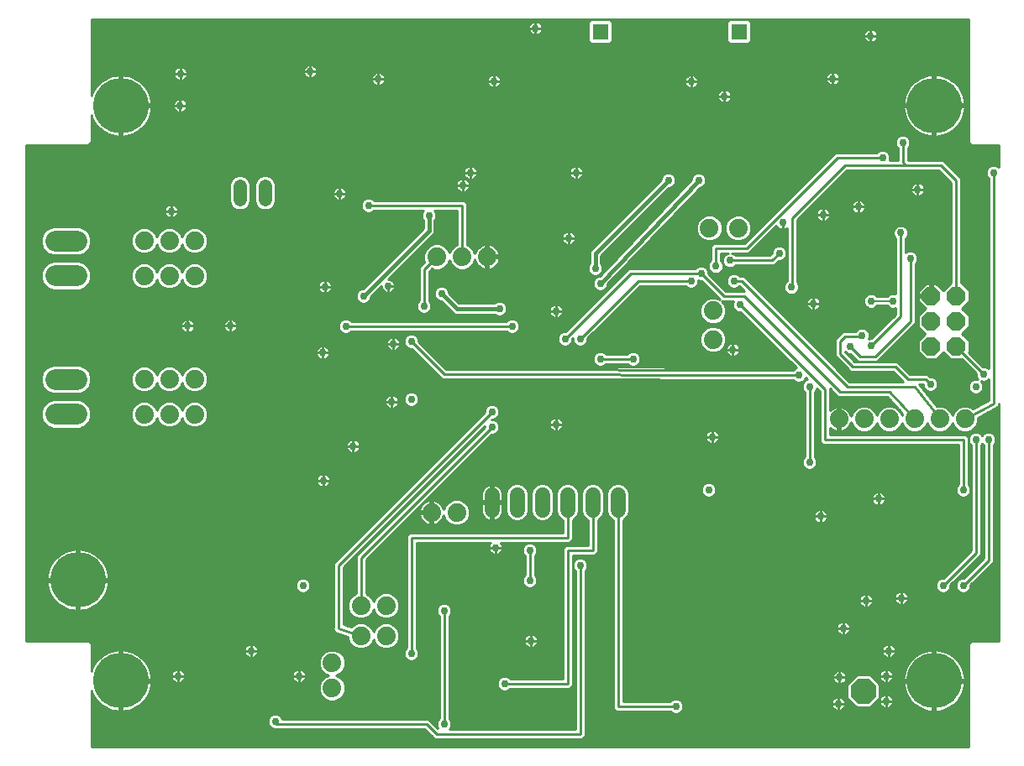
<source format=gbl>
G75*
%MOIN*%
%OFA0B0*%
%FSLAX25Y25*%
%IPPOS*%
%LPD*%
%AMOC8*
5,1,8,0,0,1.08239X$1,22.5*
%
%ADD10OC8,0.07400*%
%ADD11C,0.07400*%
%ADD12C,0.08400*%
%ADD13C,0.05400*%
%ADD14C,0.06000*%
%ADD15OC8,0.10000*%
%ADD16C,0.22000*%
%ADD17C,0.02953*%
%ADD18C,0.01000*%
%ADD19C,0.00800*%
%ADD20C,0.01600*%
%ADD21R,0.06496X0.06496*%
D10*
X0391079Y0224531D03*
X0401079Y0224531D03*
X0401079Y0234531D03*
X0391079Y0234531D03*
X0391079Y0244531D03*
X0401079Y0244531D03*
D11*
X0314527Y0271531D03*
X0303127Y0271531D03*
X0304543Y0238649D03*
X0304543Y0227249D03*
X0354527Y0195631D03*
X0364527Y0195631D03*
X0374527Y0195631D03*
X0384527Y0195631D03*
X0394527Y0195631D03*
X0404527Y0195631D03*
X0214927Y0260131D03*
X0204927Y0260131D03*
X0194927Y0260131D03*
X0098827Y0266531D03*
X0088827Y0266531D03*
X0078827Y0266531D03*
X0078827Y0252531D03*
X0088827Y0252531D03*
X0098827Y0252531D03*
X0098827Y0211531D03*
X0088827Y0211531D03*
X0078827Y0211531D03*
X0078827Y0197531D03*
X0088827Y0197531D03*
X0098827Y0197531D03*
X0192827Y0158531D03*
X0202827Y0158531D03*
X0174827Y0121531D03*
X0164827Y0121531D03*
X0164827Y0109531D03*
X0174827Y0109531D03*
X0153427Y0098731D03*
X0153427Y0088731D03*
D12*
X0052027Y0197642D02*
X0043627Y0197642D01*
X0043627Y0211421D02*
X0052027Y0211421D01*
X0052027Y0252642D02*
X0043627Y0252642D01*
X0043627Y0266421D02*
X0052027Y0266421D01*
D13*
X0116827Y0282831D02*
X0116827Y0288231D01*
X0126827Y0288231D02*
X0126827Y0282831D01*
D14*
X0216827Y0165531D02*
X0216827Y0159531D01*
X0226827Y0159531D02*
X0226827Y0165531D01*
X0236827Y0165531D02*
X0236827Y0159531D01*
X0246827Y0159531D02*
X0246827Y0165531D01*
X0256827Y0165531D02*
X0256827Y0159531D01*
X0266827Y0159531D02*
X0266827Y0165531D01*
D15*
X0364227Y0087531D03*
D16*
X0392316Y0091741D03*
X0069504Y0091748D03*
X0052504Y0131748D03*
X0069504Y0320134D03*
X0392316Y0320205D03*
D17*
X0379827Y0305531D03*
X0371827Y0299531D03*
X0385783Y0286836D03*
X0362218Y0280044D03*
X0348218Y0276844D03*
X0332218Y0273644D03*
X0330827Y0261531D03*
X0311327Y0258631D03*
X0305627Y0256431D03*
X0299827Y0253531D03*
X0295827Y0250531D03*
X0312827Y0250531D03*
X0315227Y0241131D03*
X0335627Y0248131D03*
X0344418Y0241544D03*
X0367236Y0242583D03*
X0375839Y0242563D03*
X0363627Y0228831D03*
X0367327Y0224731D03*
X0358927Y0224531D03*
X0338557Y0213131D03*
X0342827Y0208531D03*
X0312444Y0223195D03*
X0272827Y0219531D03*
X0259827Y0219531D03*
X0251827Y0227531D03*
X0245827Y0227531D03*
X0242260Y0238579D03*
X0224827Y0232531D03*
X0219827Y0239531D03*
X0196827Y0245531D03*
X0189827Y0240531D03*
X0184827Y0226531D03*
X0177640Y0225573D03*
X0158827Y0232531D03*
X0149685Y0222045D03*
X0177040Y0202573D03*
X0184827Y0203531D03*
X0216827Y0198531D03*
X0216827Y0192531D03*
X0242260Y0193579D03*
X0302827Y0167531D03*
X0304260Y0188579D03*
X0342827Y0178531D03*
X0370218Y0164044D03*
X0347218Y0157044D03*
X0395827Y0129531D03*
X0403827Y0129531D03*
X0379260Y0124579D03*
X0365260Y0123579D03*
X0356260Y0112579D03*
X0374260Y0103579D03*
X0373260Y0093579D03*
X0354760Y0093079D03*
X0354260Y0082579D03*
X0373260Y0083579D03*
X0289827Y0081531D03*
X0232260Y0107579D03*
X0221827Y0090531D03*
X0197827Y0074531D03*
X0184827Y0102531D03*
X0197827Y0119531D03*
X0231827Y0131531D03*
X0231827Y0143531D03*
X0218260Y0144579D03*
X0251827Y0137531D03*
X0161740Y0184873D03*
X0149840Y0171273D03*
X0141827Y0129531D03*
X0121260Y0103579D03*
X0140260Y0093579D03*
X0130827Y0075531D03*
X0092260Y0093579D03*
X0096120Y0232641D03*
X0113020Y0232741D03*
X0150540Y0248273D03*
X0165827Y0244531D03*
X0175640Y0248473D03*
X0191827Y0276531D03*
X0205260Y0288579D03*
X0208260Y0293579D03*
X0250260Y0293579D03*
X0286827Y0290531D03*
X0298827Y0290531D03*
X0247260Y0267579D03*
X0257827Y0255531D03*
X0259827Y0249531D03*
X0167827Y0280531D03*
X0156340Y0285173D03*
X0093120Y0320241D03*
X0093220Y0332841D03*
X0144720Y0333741D03*
X0171720Y0330741D03*
X0217620Y0329941D03*
X0234120Y0350941D03*
X0295920Y0329741D03*
X0309120Y0323941D03*
X0352120Y0330941D03*
X0367120Y0347941D03*
X0415827Y0293531D03*
X0379027Y0269631D03*
X0382827Y0259531D03*
X0411827Y0213531D03*
X0408827Y0208531D03*
X0390827Y0209531D03*
X0408827Y0187531D03*
X0413827Y0187531D03*
X0403827Y0167531D03*
X0089540Y0278273D03*
D18*
X0057827Y0087916D02*
X0057827Y0065531D01*
X0405827Y0065531D01*
X0405827Y0106360D01*
X0406998Y0107531D01*
X0417827Y0107531D01*
X0417827Y0201653D01*
X0417827Y0201653D01*
X0417827Y0201103D01*
X0417609Y0200885D01*
X0417524Y0200588D01*
X0417044Y0200320D01*
X0416655Y0199931D01*
X0416347Y0199931D01*
X0409727Y0196241D01*
X0409727Y0194597D01*
X0408935Y0192686D01*
X0407472Y0191223D01*
X0405561Y0190431D01*
X0403492Y0190431D01*
X0401581Y0191223D01*
X0400118Y0192686D01*
X0399527Y0194114D01*
X0398935Y0192686D01*
X0397472Y0191223D01*
X0395561Y0190431D01*
X0393492Y0190431D01*
X0391581Y0191223D01*
X0390118Y0192686D01*
X0389527Y0194114D01*
X0388935Y0192686D01*
X0387472Y0191223D01*
X0385561Y0190431D01*
X0383492Y0190431D01*
X0381581Y0191223D01*
X0380118Y0192686D01*
X0379527Y0194114D01*
X0378935Y0192686D01*
X0377472Y0191223D01*
X0375561Y0190431D01*
X0373492Y0190431D01*
X0371581Y0191223D01*
X0370118Y0192686D01*
X0369527Y0194114D01*
X0368935Y0192686D01*
X0367472Y0191223D01*
X0365561Y0190431D01*
X0363492Y0190431D01*
X0361581Y0191223D01*
X0360118Y0192686D01*
X0359387Y0194451D01*
X0359149Y0193717D01*
X0358792Y0193017D01*
X0358331Y0192382D01*
X0357776Y0191827D01*
X0357141Y0191366D01*
X0356441Y0191009D01*
X0355695Y0190767D01*
X0355027Y0190661D01*
X0355027Y0195131D01*
X0354027Y0195131D01*
X0354027Y0190661D01*
X0353359Y0190767D01*
X0352612Y0191009D01*
X0351913Y0191366D01*
X0351278Y0191827D01*
X0350827Y0192278D01*
X0350827Y0189531D01*
X0404655Y0189531D01*
X0405827Y0188360D01*
X0405827Y0169741D01*
X0406350Y0169217D01*
X0406803Y0168123D01*
X0406803Y0166939D01*
X0406350Y0165845D01*
X0405513Y0165008D01*
X0404419Y0164555D01*
X0403235Y0164555D01*
X0402141Y0165008D01*
X0401304Y0165845D01*
X0400850Y0166939D01*
X0400850Y0168123D01*
X0401304Y0169217D01*
X0401827Y0169741D01*
X0401827Y0185531D01*
X0347998Y0185531D01*
X0346827Y0186703D01*
X0346827Y0206703D01*
X0345741Y0207789D01*
X0345350Y0206845D01*
X0344827Y0206322D01*
X0344827Y0180741D01*
X0345350Y0180217D01*
X0345803Y0179123D01*
X0345803Y0177939D01*
X0345350Y0176845D01*
X0344513Y0176008D01*
X0343419Y0175555D01*
X0342235Y0175555D01*
X0341141Y0176008D01*
X0340304Y0176845D01*
X0339850Y0177939D01*
X0339850Y0179123D01*
X0340304Y0180217D01*
X0340827Y0180741D01*
X0340827Y0206322D01*
X0340304Y0206845D01*
X0339850Y0207939D01*
X0339850Y0209123D01*
X0340304Y0210217D01*
X0341141Y0211055D01*
X0342084Y0211445D01*
X0341374Y0212155D01*
X0341080Y0211445D01*
X0340243Y0210608D01*
X0339149Y0210155D01*
X0337965Y0210155D01*
X0336871Y0210608D01*
X0336342Y0211138D01*
X0197824Y0211531D01*
X0196998Y0211531D01*
X0196996Y0211534D01*
X0196993Y0211534D01*
X0196410Y0212120D01*
X0184975Y0223555D01*
X0184235Y0223555D01*
X0183141Y0224008D01*
X0182304Y0224845D01*
X0181850Y0225939D01*
X0181850Y0227123D01*
X0182304Y0228217D01*
X0183141Y0229055D01*
X0184235Y0229508D01*
X0185419Y0229508D01*
X0186513Y0229055D01*
X0187350Y0228217D01*
X0187803Y0227123D01*
X0187803Y0226383D01*
X0198658Y0215529D01*
X0336354Y0215138D01*
X0336871Y0215655D01*
X0337581Y0215949D01*
X0315375Y0238155D01*
X0314635Y0238155D01*
X0313541Y0238608D01*
X0312704Y0239445D01*
X0312250Y0240539D01*
X0312250Y0241723D01*
X0312585Y0242531D01*
X0308015Y0242531D01*
X0308952Y0241594D01*
X0309743Y0239683D01*
X0309743Y0237614D01*
X0308952Y0235703D01*
X0307489Y0234240D01*
X0305578Y0233449D01*
X0303509Y0233449D01*
X0301598Y0234240D01*
X0300135Y0235703D01*
X0299343Y0237614D01*
X0299343Y0239683D01*
X0300135Y0241594D01*
X0301598Y0243057D01*
X0303509Y0243849D01*
X0305578Y0243849D01*
X0307461Y0243068D01*
X0299975Y0250555D01*
X0299235Y0250555D01*
X0298803Y0250734D01*
X0298803Y0249939D01*
X0298350Y0248845D01*
X0297513Y0248008D01*
X0296419Y0247555D01*
X0295235Y0247555D01*
X0294141Y0248008D01*
X0293618Y0248531D01*
X0275655Y0248531D01*
X0254803Y0227679D01*
X0254803Y0226939D01*
X0254350Y0225845D01*
X0253513Y0225008D01*
X0252419Y0224555D01*
X0251235Y0224555D01*
X0250141Y0225008D01*
X0249304Y0225845D01*
X0248850Y0226939D01*
X0248850Y0227727D01*
X0248803Y0227679D01*
X0248803Y0226939D01*
X0248350Y0225845D01*
X0247513Y0225008D01*
X0246419Y0224555D01*
X0245235Y0224555D01*
X0244141Y0225008D01*
X0243304Y0225845D01*
X0242850Y0226939D01*
X0242850Y0228123D01*
X0243304Y0229217D01*
X0244141Y0230055D01*
X0245235Y0230508D01*
X0245975Y0230508D01*
X0269827Y0254360D01*
X0270998Y0255531D01*
X0297618Y0255531D01*
X0298141Y0256055D01*
X0299235Y0256508D01*
X0300419Y0256508D01*
X0301513Y0256055D01*
X0302350Y0255217D01*
X0302803Y0254123D01*
X0302803Y0253383D01*
X0309655Y0246531D01*
X0316998Y0246531D01*
X0315017Y0248512D01*
X0314513Y0248008D01*
X0313419Y0247555D01*
X0312235Y0247555D01*
X0311141Y0248008D01*
X0310304Y0248845D01*
X0309850Y0249939D01*
X0309850Y0251123D01*
X0310304Y0252217D01*
X0311141Y0253055D01*
X0312235Y0253508D01*
X0313419Y0253508D01*
X0314513Y0253055D01*
X0315036Y0252531D01*
X0316655Y0252531D01*
X0317827Y0251360D01*
X0358655Y0210531D01*
X0379998Y0210531D01*
X0375998Y0214531D01*
X0358998Y0214531D01*
X0357827Y0215703D01*
X0352827Y0220703D01*
X0352827Y0227360D01*
X0353998Y0228531D01*
X0355998Y0230531D01*
X0361118Y0230531D01*
X0361941Y0231355D01*
X0363035Y0231808D01*
X0364219Y0231808D01*
X0365313Y0231355D01*
X0366150Y0230517D01*
X0366603Y0229423D01*
X0366603Y0228239D01*
X0366310Y0227532D01*
X0366735Y0227708D01*
X0367475Y0227708D01*
X0377027Y0237260D01*
X0377027Y0239833D01*
X0376431Y0239586D01*
X0375247Y0239586D01*
X0374153Y0240040D01*
X0373524Y0240668D01*
X0369540Y0240677D01*
X0368922Y0240059D01*
X0367828Y0239606D01*
X0366644Y0239606D01*
X0365550Y0240059D01*
X0364713Y0240897D01*
X0364260Y0241990D01*
X0364260Y0243175D01*
X0364713Y0244268D01*
X0365550Y0245106D01*
X0366644Y0245559D01*
X0367828Y0245559D01*
X0368922Y0245106D01*
X0369551Y0244477D01*
X0373535Y0244468D01*
X0374153Y0245086D01*
X0375247Y0245539D01*
X0376431Y0245539D01*
X0377027Y0245292D01*
X0377027Y0267422D01*
X0376504Y0267945D01*
X0376050Y0269039D01*
X0376050Y0270223D01*
X0376504Y0271317D01*
X0377341Y0272155D01*
X0378435Y0272608D01*
X0379619Y0272608D01*
X0380713Y0272155D01*
X0381550Y0271317D01*
X0382003Y0270223D01*
X0382003Y0269039D01*
X0381550Y0267945D01*
X0381027Y0267422D01*
X0381027Y0261941D01*
X0381141Y0262055D01*
X0382235Y0262508D01*
X0383419Y0262508D01*
X0384513Y0262055D01*
X0385350Y0261217D01*
X0385803Y0260123D01*
X0385803Y0258939D01*
X0385350Y0257845D01*
X0384827Y0257322D01*
X0384827Y0233703D01*
X0370827Y0219703D01*
X0369655Y0218531D01*
X0362098Y0218531D01*
X0359075Y0221555D01*
X0358335Y0221555D01*
X0357241Y0222008D01*
X0356827Y0222422D01*
X0356827Y0222360D01*
X0360655Y0218531D01*
X0377655Y0218531D01*
X0382655Y0213531D01*
X0389655Y0213531D01*
X0390679Y0212508D01*
X0391419Y0212508D01*
X0392513Y0212055D01*
X0393350Y0211217D01*
X0393803Y0210123D01*
X0393803Y0208939D01*
X0393350Y0207845D01*
X0392513Y0207008D01*
X0391419Y0206555D01*
X0390235Y0206555D01*
X0389141Y0207008D01*
X0388304Y0207845D01*
X0387850Y0208939D01*
X0387850Y0209531D01*
X0386455Y0209531D01*
X0386627Y0209360D01*
X0386627Y0209210D01*
X0393162Y0200695D01*
X0393492Y0200831D01*
X0395561Y0200831D01*
X0397472Y0200040D01*
X0398935Y0198577D01*
X0399527Y0197148D01*
X0400118Y0198577D01*
X0401581Y0200040D01*
X0403492Y0200831D01*
X0405561Y0200831D01*
X0407472Y0200040D01*
X0407778Y0199734D01*
X0413827Y0203106D01*
X0413827Y0211322D01*
X0413513Y0211008D01*
X0412419Y0210555D01*
X0411235Y0210555D01*
X0410855Y0210712D01*
X0411350Y0210217D01*
X0411803Y0209123D01*
X0411803Y0207939D01*
X0411350Y0206845D01*
X0410513Y0206008D01*
X0409419Y0205555D01*
X0408235Y0205555D01*
X0407141Y0206008D01*
X0406304Y0206845D01*
X0405850Y0207939D01*
X0405850Y0209123D01*
X0406304Y0210217D01*
X0407141Y0211055D01*
X0408235Y0211508D01*
X0409419Y0211508D01*
X0409798Y0211350D01*
X0409304Y0211845D01*
X0408850Y0212939D01*
X0408850Y0213679D01*
X0403198Y0219331D01*
X0398925Y0219331D01*
X0396079Y0222177D01*
X0393233Y0219331D01*
X0388925Y0219331D01*
X0385879Y0222377D01*
X0385879Y0226685D01*
X0388725Y0229531D01*
X0385879Y0232377D01*
X0385879Y0236685D01*
X0388875Y0239682D01*
X0386091Y0242465D01*
X0386091Y0244031D01*
X0390579Y0244031D01*
X0390579Y0245031D01*
X0386091Y0245031D01*
X0386091Y0246597D01*
X0389013Y0249519D01*
X0390579Y0249519D01*
X0390579Y0245031D01*
X0391579Y0245031D01*
X0391579Y0249519D01*
X0393145Y0249519D01*
X0395928Y0246735D01*
X0398925Y0249731D01*
X0399079Y0249731D01*
X0399079Y0289451D01*
X0393998Y0294531D01*
X0357655Y0294531D01*
X0337827Y0274703D01*
X0337827Y0250141D01*
X0338150Y0249817D01*
X0338603Y0248723D01*
X0338603Y0247539D01*
X0338150Y0246445D01*
X0337313Y0245608D01*
X0336219Y0245155D01*
X0335035Y0245155D01*
X0333941Y0245608D01*
X0333104Y0246445D01*
X0332650Y0247539D01*
X0332650Y0248723D01*
X0333104Y0249817D01*
X0333827Y0250541D01*
X0333827Y0271395D01*
X0333527Y0271195D01*
X0333024Y0270986D01*
X0332490Y0270880D01*
X0332218Y0270880D01*
X0332218Y0273644D01*
X0332218Y0273644D01*
X0332218Y0270880D01*
X0331946Y0270880D01*
X0331412Y0270986D01*
X0330909Y0271195D01*
X0330456Y0271497D01*
X0330071Y0271882D01*
X0329769Y0272335D01*
X0329678Y0272554D01*
X0319827Y0262703D01*
X0318655Y0261531D01*
X0312103Y0261531D01*
X0313013Y0261155D01*
X0313536Y0260631D01*
X0327098Y0260631D01*
X0327850Y0261383D01*
X0327850Y0262123D01*
X0328304Y0263217D01*
X0329141Y0264055D01*
X0330235Y0264508D01*
X0331419Y0264508D01*
X0332513Y0264055D01*
X0333350Y0263217D01*
X0333803Y0262123D01*
X0333803Y0260939D01*
X0333350Y0259845D01*
X0332513Y0259008D01*
X0331419Y0258555D01*
X0330679Y0258555D01*
X0328755Y0256631D01*
X0313536Y0256631D01*
X0313013Y0256108D01*
X0311919Y0255655D01*
X0310735Y0255655D01*
X0309641Y0256108D01*
X0308804Y0256945D01*
X0308350Y0258039D01*
X0308350Y0259223D01*
X0308804Y0260317D01*
X0309641Y0261155D01*
X0310550Y0261531D01*
X0307699Y0261531D01*
X0307658Y0258610D01*
X0308150Y0258117D01*
X0308603Y0257023D01*
X0308603Y0255839D01*
X0308150Y0254745D01*
X0307313Y0253908D01*
X0306219Y0253455D01*
X0305035Y0253455D01*
X0303941Y0253908D01*
X0303104Y0254745D01*
X0302650Y0255839D01*
X0302650Y0257023D01*
X0303104Y0258117D01*
X0303658Y0258672D01*
X0303727Y0263546D01*
X0303727Y0264360D01*
X0303738Y0264371D01*
X0303739Y0264388D01*
X0304323Y0264956D01*
X0304898Y0265531D01*
X0304915Y0265531D01*
X0304927Y0265543D01*
X0305741Y0265531D01*
X0316998Y0265531D01*
X0351827Y0300360D01*
X0351827Y0300360D01*
X0352998Y0301531D01*
X0369618Y0301531D01*
X0370141Y0302055D01*
X0371235Y0302508D01*
X0372419Y0302508D01*
X0373513Y0302055D01*
X0374350Y0301217D01*
X0374803Y0300123D01*
X0374803Y0298939D01*
X0374634Y0298531D01*
X0377827Y0298531D01*
X0377827Y0303322D01*
X0377304Y0303845D01*
X0376850Y0304939D01*
X0376850Y0306123D01*
X0377304Y0307217D01*
X0378141Y0308055D01*
X0379235Y0308508D01*
X0380419Y0308508D01*
X0381513Y0308055D01*
X0382350Y0307217D01*
X0382803Y0306123D01*
X0382803Y0304939D01*
X0382350Y0303845D01*
X0381827Y0303322D01*
X0381827Y0298531D01*
X0395655Y0298531D01*
X0396827Y0297360D01*
X0396827Y0297360D01*
X0401907Y0292279D01*
X0403079Y0291108D01*
X0403079Y0249731D01*
X0403233Y0249731D01*
X0406279Y0246685D01*
X0406279Y0242377D01*
X0403433Y0239531D01*
X0406279Y0236685D01*
X0406279Y0232377D01*
X0403433Y0229531D01*
X0406279Y0226685D01*
X0406279Y0222377D01*
X0406044Y0222143D01*
X0411679Y0216508D01*
X0412419Y0216508D01*
X0413513Y0216055D01*
X0413827Y0215741D01*
X0413827Y0291322D01*
X0413304Y0291845D01*
X0412850Y0292939D01*
X0412850Y0294123D01*
X0413304Y0295217D01*
X0414141Y0296055D01*
X0415235Y0296508D01*
X0416419Y0296508D01*
X0417513Y0296055D01*
X0417827Y0295741D01*
X0417827Y0304531D01*
X0406998Y0304531D01*
X0405827Y0305703D01*
X0405827Y0354531D01*
X0057827Y0354531D01*
X0057827Y0323965D01*
X0058134Y0324843D01*
X0058733Y0326087D01*
X0059467Y0327255D01*
X0060327Y0328334D01*
X0061303Y0329310D01*
X0062382Y0330171D01*
X0063551Y0330905D01*
X0064794Y0331504D01*
X0066097Y0331959D01*
X0067442Y0332267D01*
X0068814Y0332421D01*
X0069004Y0332421D01*
X0069004Y0320634D01*
X0070004Y0320634D01*
X0070004Y0332421D01*
X0070194Y0332421D01*
X0071565Y0332267D01*
X0072911Y0331959D01*
X0074214Y0331504D01*
X0075457Y0330905D01*
X0076626Y0330171D01*
X0077705Y0329310D01*
X0078680Y0328334D01*
X0079541Y0327255D01*
X0080275Y0326087D01*
X0080874Y0324843D01*
X0081330Y0323541D01*
X0081637Y0322195D01*
X0081791Y0320824D01*
X0081791Y0320634D01*
X0070004Y0320634D01*
X0070004Y0319634D01*
X0081791Y0319634D01*
X0081791Y0319444D01*
X0081637Y0318072D01*
X0081330Y0316727D01*
X0080874Y0315424D01*
X0080275Y0314181D01*
X0079541Y0313012D01*
X0078680Y0311933D01*
X0077705Y0310957D01*
X0076626Y0310097D01*
X0075457Y0309363D01*
X0074214Y0308764D01*
X0072911Y0308308D01*
X0071565Y0308001D01*
X0070194Y0307846D01*
X0070004Y0307846D01*
X0070004Y0319634D01*
X0069004Y0319634D01*
X0069004Y0307846D01*
X0068814Y0307846D01*
X0067442Y0308001D01*
X0066097Y0308308D01*
X0064794Y0308764D01*
X0063551Y0309363D01*
X0062382Y0310097D01*
X0061303Y0310957D01*
X0060327Y0311933D01*
X0059467Y0313012D01*
X0058733Y0314181D01*
X0058134Y0315424D01*
X0057827Y0316302D01*
X0057827Y0305703D01*
X0056655Y0304531D01*
X0031827Y0304531D01*
X0031827Y0107531D01*
X0056655Y0107531D01*
X0057827Y0106360D01*
X0057827Y0095579D01*
X0058134Y0096457D01*
X0058733Y0097701D01*
X0059467Y0098869D01*
X0060327Y0099948D01*
X0061303Y0100924D01*
X0062382Y0101785D01*
X0063551Y0102519D01*
X0064794Y0103118D01*
X0066097Y0103574D01*
X0067442Y0103881D01*
X0068814Y0104035D01*
X0069004Y0104035D01*
X0069004Y0092248D01*
X0070004Y0092248D01*
X0070004Y0104035D01*
X0070194Y0104035D01*
X0071565Y0103881D01*
X0072911Y0103574D01*
X0074214Y0103118D01*
X0075457Y0102519D01*
X0076626Y0101785D01*
X0077705Y0100924D01*
X0078680Y0099948D01*
X0079541Y0098869D01*
X0080275Y0097701D01*
X0080874Y0096457D01*
X0081330Y0095155D01*
X0081637Y0093809D01*
X0081791Y0092438D01*
X0081791Y0092248D01*
X0070004Y0092248D01*
X0070004Y0091248D01*
X0081791Y0091248D01*
X0081791Y0091058D01*
X0081637Y0089686D01*
X0081330Y0088341D01*
X0080874Y0087038D01*
X0080275Y0085795D01*
X0079541Y0084626D01*
X0078680Y0083547D01*
X0077705Y0082571D01*
X0076626Y0081711D01*
X0075457Y0080977D01*
X0074214Y0080378D01*
X0072911Y0079922D01*
X0071565Y0079615D01*
X0070194Y0079460D01*
X0070004Y0079460D01*
X0070004Y0091248D01*
X0069004Y0091248D01*
X0069004Y0079460D01*
X0068814Y0079460D01*
X0067442Y0079615D01*
X0066097Y0079922D01*
X0064794Y0080378D01*
X0063551Y0080977D01*
X0062382Y0081711D01*
X0061303Y0082571D01*
X0060327Y0083547D01*
X0059467Y0084626D01*
X0058733Y0085795D01*
X0058134Y0087038D01*
X0057827Y0087916D01*
X0057827Y0087473D02*
X0057982Y0087473D01*
X0057827Y0086475D02*
X0058405Y0086475D01*
X0058933Y0085476D02*
X0057827Y0085476D01*
X0057827Y0084478D02*
X0059585Y0084478D01*
X0060396Y0083479D02*
X0057827Y0083479D01*
X0057827Y0082481D02*
X0061417Y0082481D01*
X0062746Y0081482D02*
X0057827Y0081482D01*
X0057827Y0080484D02*
X0064575Y0080484D01*
X0068595Y0079485D02*
X0057827Y0079485D01*
X0057827Y0078487D02*
X0130184Y0078487D01*
X0130235Y0078508D02*
X0129141Y0078055D01*
X0128304Y0077217D01*
X0127850Y0076123D01*
X0127850Y0074939D01*
X0128304Y0073845D01*
X0129141Y0073008D01*
X0129791Y0072739D01*
X0129998Y0072531D01*
X0189998Y0072531D01*
X0192827Y0069703D01*
X0193998Y0068531D01*
X0250998Y0068531D01*
X0252655Y0068531D01*
X0253827Y0069703D01*
X0253827Y0135322D01*
X0254350Y0135845D01*
X0254803Y0136939D01*
X0254803Y0138123D01*
X0254350Y0139217D01*
X0253513Y0140055D01*
X0252419Y0140508D01*
X0251235Y0140508D01*
X0250141Y0140055D01*
X0249304Y0139217D01*
X0248850Y0138123D01*
X0248850Y0136939D01*
X0249304Y0135845D01*
X0249827Y0135322D01*
X0249827Y0072531D01*
X0200036Y0072531D01*
X0200350Y0072845D01*
X0200803Y0073939D01*
X0200803Y0075123D01*
X0200350Y0076217D01*
X0199827Y0076741D01*
X0199827Y0117322D01*
X0200350Y0117845D01*
X0200803Y0118939D01*
X0200803Y0120123D01*
X0200350Y0121217D01*
X0199513Y0122055D01*
X0198419Y0122508D01*
X0197235Y0122508D01*
X0196141Y0122055D01*
X0195304Y0121217D01*
X0194850Y0120123D01*
X0194850Y0118939D01*
X0195304Y0117845D01*
X0195827Y0117322D01*
X0195827Y0076741D01*
X0195304Y0076217D01*
X0194850Y0075123D01*
X0194850Y0073939D01*
X0195277Y0072910D01*
X0191655Y0076531D01*
X0133634Y0076531D01*
X0133350Y0077217D01*
X0132513Y0078055D01*
X0131419Y0078508D01*
X0130235Y0078508D01*
X0131470Y0078487D02*
X0195827Y0078487D01*
X0195827Y0079485D02*
X0070413Y0079485D01*
X0070004Y0079485D02*
X0069004Y0079485D01*
X0069004Y0080484D02*
X0070004Y0080484D01*
X0070004Y0081482D02*
X0069004Y0081482D01*
X0069004Y0082481D02*
X0070004Y0082481D01*
X0070004Y0083479D02*
X0069004Y0083479D01*
X0069004Y0084478D02*
X0070004Y0084478D01*
X0070004Y0085476D02*
X0069004Y0085476D01*
X0069004Y0086475D02*
X0070004Y0086475D01*
X0070004Y0087473D02*
X0069004Y0087473D01*
X0069004Y0088472D02*
X0070004Y0088472D01*
X0070004Y0089470D02*
X0069004Y0089470D01*
X0069004Y0090469D02*
X0070004Y0090469D01*
X0070004Y0091467D02*
X0090463Y0091467D01*
X0090498Y0091432D02*
X0090951Y0091129D01*
X0091454Y0090921D01*
X0091988Y0090815D01*
X0092260Y0090815D01*
X0092532Y0090815D01*
X0093066Y0090921D01*
X0093569Y0091129D01*
X0094022Y0091432D01*
X0094407Y0091817D01*
X0094709Y0092269D01*
X0094917Y0092772D01*
X0095024Y0093306D01*
X0095024Y0093578D01*
X0092260Y0093578D01*
X0092260Y0090815D01*
X0092260Y0093578D01*
X0092260Y0093578D01*
X0092260Y0093579D01*
X0092260Y0093579D01*
X0092260Y0096342D01*
X0092532Y0096342D01*
X0093066Y0096236D01*
X0093569Y0096028D01*
X0094022Y0095725D01*
X0094407Y0095340D01*
X0094709Y0094888D01*
X0094917Y0094385D01*
X0095024Y0093851D01*
X0095024Y0093579D01*
X0092260Y0093579D01*
X0092260Y0096342D01*
X0091988Y0096342D01*
X0091454Y0096236D01*
X0090951Y0096028D01*
X0090498Y0095725D01*
X0090113Y0095340D01*
X0089811Y0094888D01*
X0089602Y0094385D01*
X0089496Y0093851D01*
X0089496Y0093579D01*
X0092260Y0093579D01*
X0092260Y0093578D01*
X0089496Y0093578D01*
X0089496Y0093306D01*
X0089602Y0092772D01*
X0089811Y0092269D01*
X0090113Y0091817D01*
X0090498Y0091432D01*
X0089729Y0092466D02*
X0081788Y0092466D01*
X0081676Y0093464D02*
X0089496Y0093464D01*
X0089635Y0094463D02*
X0081488Y0094463D01*
X0081222Y0095461D02*
X0090234Y0095461D01*
X0092260Y0095461D02*
X0092260Y0095461D01*
X0092260Y0094463D02*
X0092260Y0094463D01*
X0092260Y0093464D02*
X0092260Y0093464D01*
X0092260Y0092466D02*
X0092260Y0092466D01*
X0092260Y0091467D02*
X0092260Y0091467D01*
X0094057Y0091467D02*
X0138463Y0091467D01*
X0138498Y0091432D02*
X0138951Y0091129D01*
X0139454Y0090921D01*
X0139988Y0090815D01*
X0140260Y0090815D01*
X0140532Y0090815D01*
X0141066Y0090921D01*
X0141569Y0091129D01*
X0142022Y0091432D01*
X0142407Y0091817D01*
X0142709Y0092269D01*
X0142917Y0092772D01*
X0143024Y0093306D01*
X0143024Y0093578D01*
X0140260Y0093578D01*
X0140260Y0090815D01*
X0140260Y0093578D01*
X0140260Y0093578D01*
X0140260Y0093579D01*
X0140260Y0093579D01*
X0140260Y0096342D01*
X0140532Y0096342D01*
X0141066Y0096236D01*
X0141569Y0096028D01*
X0142022Y0095725D01*
X0142407Y0095340D01*
X0142709Y0094888D01*
X0142917Y0094385D01*
X0143024Y0093851D01*
X0143024Y0093579D01*
X0140260Y0093579D01*
X0140260Y0096342D01*
X0139988Y0096342D01*
X0139454Y0096236D01*
X0138951Y0096028D01*
X0138498Y0095725D01*
X0138113Y0095340D01*
X0137811Y0094888D01*
X0137602Y0094385D01*
X0137496Y0093851D01*
X0137496Y0093579D01*
X0140260Y0093579D01*
X0140260Y0093578D01*
X0137496Y0093578D01*
X0137496Y0093306D01*
X0137602Y0092772D01*
X0137811Y0092269D01*
X0138113Y0091817D01*
X0138498Y0091432D01*
X0137729Y0092466D02*
X0094790Y0092466D01*
X0095024Y0093464D02*
X0137496Y0093464D01*
X0137635Y0094463D02*
X0094885Y0094463D01*
X0094286Y0095461D02*
X0138234Y0095461D01*
X0140260Y0095461D02*
X0140260Y0095461D01*
X0140260Y0094463D02*
X0140260Y0094463D01*
X0140260Y0093464D02*
X0140260Y0093464D01*
X0140260Y0092466D02*
X0140260Y0092466D01*
X0140260Y0091467D02*
X0140260Y0091467D01*
X0142057Y0091467D02*
X0148932Y0091467D01*
X0149018Y0091677D02*
X0148227Y0089766D01*
X0148227Y0087697D01*
X0149018Y0085786D01*
X0150481Y0084323D01*
X0152392Y0083531D01*
X0154461Y0083531D01*
X0156372Y0084323D01*
X0157835Y0085786D01*
X0158627Y0087697D01*
X0158627Y0089766D01*
X0157835Y0091677D01*
X0156372Y0093140D01*
X0154944Y0093731D01*
X0156372Y0094323D01*
X0157835Y0095786D01*
X0158627Y0097697D01*
X0158627Y0099766D01*
X0157835Y0101677D01*
X0156372Y0103140D01*
X0154461Y0103931D01*
X0152392Y0103931D01*
X0150481Y0103140D01*
X0149018Y0101677D01*
X0148227Y0099766D01*
X0148227Y0097697D01*
X0149018Y0095786D01*
X0150481Y0094323D01*
X0151910Y0093731D01*
X0150481Y0093140D01*
X0149018Y0091677D01*
X0149807Y0092466D02*
X0142790Y0092466D01*
X0143024Y0093464D02*
X0151265Y0093464D01*
X0150341Y0094463D02*
X0142885Y0094463D01*
X0142286Y0095461D02*
X0149343Y0095461D01*
X0148739Y0096460D02*
X0080873Y0096460D01*
X0080392Y0097458D02*
X0148326Y0097458D01*
X0148227Y0098457D02*
X0079800Y0098457D01*
X0079074Y0099455D02*
X0148227Y0099455D01*
X0148512Y0100454D02*
X0078175Y0100454D01*
X0077042Y0101452D02*
X0119477Y0101452D01*
X0119498Y0101432D02*
X0119951Y0101129D01*
X0120454Y0100921D01*
X0120988Y0100815D01*
X0121260Y0100815D01*
X0121532Y0100815D01*
X0122066Y0100921D01*
X0122569Y0101129D01*
X0123022Y0101432D01*
X0123407Y0101817D01*
X0123709Y0102269D01*
X0123917Y0102772D01*
X0124024Y0103306D01*
X0124024Y0103578D01*
X0121260Y0103578D01*
X0121260Y0100815D01*
X0121260Y0103578D01*
X0121260Y0103578D01*
X0121260Y0103579D01*
X0121260Y0103579D01*
X0121260Y0106342D01*
X0121532Y0106342D01*
X0122066Y0106236D01*
X0122569Y0106028D01*
X0123022Y0105725D01*
X0123407Y0105340D01*
X0123709Y0104888D01*
X0123917Y0104385D01*
X0124024Y0103851D01*
X0124024Y0103579D01*
X0121260Y0103579D01*
X0121260Y0106342D01*
X0120988Y0106342D01*
X0120454Y0106236D01*
X0119951Y0106028D01*
X0119498Y0105725D01*
X0119113Y0105340D01*
X0118811Y0104888D01*
X0118602Y0104385D01*
X0118496Y0103851D01*
X0118496Y0103579D01*
X0121260Y0103579D01*
X0121260Y0103578D01*
X0118496Y0103578D01*
X0118496Y0103306D01*
X0118602Y0102772D01*
X0118811Y0102269D01*
X0119113Y0101817D01*
X0119498Y0101432D01*
X0118735Y0102451D02*
X0075565Y0102451D01*
X0073266Y0103449D02*
X0118496Y0103449D01*
X0118628Y0104448D02*
X0057827Y0104448D01*
X0057827Y0105446D02*
X0119219Y0105446D01*
X0121260Y0105446D02*
X0121260Y0105446D01*
X0121260Y0104448D02*
X0121260Y0104448D01*
X0121260Y0103449D02*
X0121260Y0103449D01*
X0121260Y0102451D02*
X0121260Y0102451D01*
X0121260Y0101452D02*
X0121260Y0101452D01*
X0123042Y0101452D02*
X0148925Y0101452D01*
X0149792Y0102451D02*
X0123784Y0102451D01*
X0124024Y0103449D02*
X0151229Y0103449D01*
X0155624Y0103449D02*
X0181985Y0103449D01*
X0181850Y0103123D02*
X0181850Y0101939D01*
X0182304Y0100845D01*
X0183141Y0100008D01*
X0184235Y0099555D01*
X0185419Y0099555D01*
X0186513Y0100008D01*
X0187350Y0100845D01*
X0187803Y0101939D01*
X0187803Y0103123D01*
X0187350Y0104217D01*
X0186827Y0104741D01*
X0186827Y0146531D01*
X0216304Y0146531D01*
X0216113Y0146340D01*
X0215811Y0145888D01*
X0215602Y0145385D01*
X0215496Y0144851D01*
X0215496Y0144579D01*
X0218260Y0144579D01*
X0221024Y0144579D01*
X0221024Y0144851D01*
X0220917Y0145385D01*
X0220709Y0145888D01*
X0220407Y0146340D01*
X0220216Y0146531D01*
X0247655Y0146531D01*
X0248827Y0147703D01*
X0248827Y0155489D01*
X0249376Y0155716D01*
X0250642Y0156982D01*
X0251327Y0158636D01*
X0251327Y0166426D01*
X0250642Y0168080D01*
X0249376Y0169346D01*
X0247722Y0170031D01*
X0245932Y0170031D01*
X0244278Y0169346D01*
X0243012Y0168080D01*
X0242327Y0166426D01*
X0242327Y0158636D01*
X0243012Y0156982D01*
X0244278Y0155716D01*
X0244827Y0155489D01*
X0244827Y0150531D01*
X0183998Y0150531D01*
X0182827Y0149360D01*
X0182827Y0104741D01*
X0182304Y0104217D01*
X0181850Y0103123D01*
X0181850Y0102451D02*
X0157061Y0102451D01*
X0157928Y0101452D02*
X0182052Y0101452D01*
X0182695Y0100454D02*
X0158342Y0100454D01*
X0158627Y0099455D02*
X0195827Y0099455D01*
X0195827Y0098457D02*
X0158627Y0098457D01*
X0158528Y0097458D02*
X0195827Y0097458D01*
X0195827Y0096460D02*
X0158114Y0096460D01*
X0157511Y0095461D02*
X0195827Y0095461D01*
X0195827Y0094463D02*
X0156512Y0094463D01*
X0155589Y0093464D02*
X0195827Y0093464D01*
X0195827Y0092466D02*
X0157046Y0092466D01*
X0157922Y0091467D02*
X0195827Y0091467D01*
X0195827Y0090469D02*
X0158336Y0090469D01*
X0158627Y0089470D02*
X0195827Y0089470D01*
X0195827Y0088472D02*
X0158627Y0088472D01*
X0158534Y0087473D02*
X0195827Y0087473D01*
X0195827Y0086475D02*
X0158120Y0086475D01*
X0157526Y0085476D02*
X0195827Y0085476D01*
X0195827Y0084478D02*
X0156527Y0084478D01*
X0150326Y0084478D02*
X0079422Y0084478D01*
X0080075Y0085476D02*
X0149328Y0085476D01*
X0148733Y0086475D02*
X0080603Y0086475D01*
X0081026Y0087473D02*
X0148319Y0087473D01*
X0148227Y0088472D02*
X0081360Y0088472D01*
X0081587Y0089470D02*
X0148227Y0089470D01*
X0148518Y0090469D02*
X0081725Y0090469D01*
X0078612Y0083479D02*
X0195827Y0083479D01*
X0195827Y0082481D02*
X0077591Y0082481D01*
X0076261Y0081482D02*
X0195827Y0081482D01*
X0195827Y0080484D02*
X0074433Y0080484D01*
X0057827Y0077488D02*
X0128574Y0077488D01*
X0128002Y0076490D02*
X0057827Y0076490D01*
X0057827Y0075491D02*
X0127850Y0075491D01*
X0128035Y0074493D02*
X0057827Y0074493D01*
X0057827Y0073494D02*
X0128655Y0073494D01*
X0130827Y0074531D02*
X0190827Y0074531D01*
X0194827Y0070531D01*
X0251827Y0070531D01*
X0251827Y0137531D01*
X0254580Y0136400D02*
X0264827Y0136400D01*
X0264827Y0135402D02*
X0253906Y0135402D01*
X0253827Y0134403D02*
X0264827Y0134403D01*
X0264827Y0133405D02*
X0253827Y0133405D01*
X0253827Y0132406D02*
X0264827Y0132406D01*
X0264827Y0131408D02*
X0253827Y0131408D01*
X0253827Y0130409D02*
X0264827Y0130409D01*
X0264827Y0129411D02*
X0253827Y0129411D01*
X0253827Y0128412D02*
X0264827Y0128412D01*
X0264827Y0127414D02*
X0253827Y0127414D01*
X0253827Y0126415D02*
X0264827Y0126415D01*
X0264827Y0125417D02*
X0253827Y0125417D01*
X0253827Y0124418D02*
X0264827Y0124418D01*
X0264827Y0123420D02*
X0253827Y0123420D01*
X0253827Y0122421D02*
X0264827Y0122421D01*
X0264827Y0121423D02*
X0253827Y0121423D01*
X0253827Y0120424D02*
X0264827Y0120424D01*
X0264827Y0119426D02*
X0253827Y0119426D01*
X0253827Y0118427D02*
X0264827Y0118427D01*
X0264827Y0117429D02*
X0253827Y0117429D01*
X0253827Y0116430D02*
X0264827Y0116430D01*
X0264827Y0115432D02*
X0253827Y0115432D01*
X0253827Y0114433D02*
X0264827Y0114433D01*
X0264827Y0113435D02*
X0253827Y0113435D01*
X0253827Y0112436D02*
X0264827Y0112436D01*
X0264827Y0111438D02*
X0253827Y0111438D01*
X0253827Y0110439D02*
X0264827Y0110439D01*
X0264827Y0109441D02*
X0253827Y0109441D01*
X0253827Y0108442D02*
X0264827Y0108442D01*
X0264827Y0107443D02*
X0253827Y0107443D01*
X0253827Y0106445D02*
X0264827Y0106445D01*
X0264827Y0105446D02*
X0253827Y0105446D01*
X0253827Y0104448D02*
X0264827Y0104448D01*
X0264827Y0103449D02*
X0253827Y0103449D01*
X0253827Y0102451D02*
X0264827Y0102451D01*
X0264827Y0101452D02*
X0253827Y0101452D01*
X0253827Y0100454D02*
X0264827Y0100454D01*
X0264827Y0099455D02*
X0253827Y0099455D01*
X0253827Y0098457D02*
X0264827Y0098457D01*
X0264827Y0097458D02*
X0253827Y0097458D01*
X0253827Y0096460D02*
X0264827Y0096460D01*
X0264827Y0095461D02*
X0253827Y0095461D01*
X0253827Y0094463D02*
X0264827Y0094463D01*
X0264827Y0093464D02*
X0253827Y0093464D01*
X0253827Y0092466D02*
X0264827Y0092466D01*
X0264827Y0091467D02*
X0253827Y0091467D01*
X0253827Y0090469D02*
X0264827Y0090469D01*
X0264827Y0089470D02*
X0253827Y0089470D01*
X0253827Y0088472D02*
X0264827Y0088472D01*
X0264827Y0087473D02*
X0253827Y0087473D01*
X0253827Y0086475D02*
X0264827Y0086475D01*
X0264827Y0085476D02*
X0253827Y0085476D01*
X0253827Y0084478D02*
X0264827Y0084478D01*
X0264827Y0083479D02*
X0253827Y0083479D01*
X0253827Y0082481D02*
X0264827Y0082481D01*
X0264827Y0081482D02*
X0253827Y0081482D01*
X0253827Y0080484D02*
X0265046Y0080484D01*
X0264827Y0080703D02*
X0265998Y0079531D01*
X0287618Y0079531D01*
X0288141Y0079008D01*
X0289235Y0078555D01*
X0290419Y0078555D01*
X0291513Y0079008D01*
X0292350Y0079845D01*
X0292803Y0080939D01*
X0292803Y0082123D01*
X0292350Y0083217D01*
X0291513Y0084055D01*
X0290419Y0084508D01*
X0289235Y0084508D01*
X0288141Y0084055D01*
X0287618Y0083531D01*
X0268827Y0083531D01*
X0268827Y0155489D01*
X0269376Y0155716D01*
X0270642Y0156982D01*
X0271327Y0158636D01*
X0271327Y0166426D01*
X0270642Y0168080D01*
X0269376Y0169346D01*
X0267722Y0170031D01*
X0265932Y0170031D01*
X0264278Y0169346D01*
X0263012Y0168080D01*
X0262327Y0166426D01*
X0262327Y0158636D01*
X0263012Y0156982D01*
X0264278Y0155716D01*
X0264827Y0155489D01*
X0264827Y0080703D01*
X0266827Y0081531D02*
X0289827Y0081531D01*
X0292803Y0081482D02*
X0351722Y0081482D01*
X0351811Y0081269D02*
X0352113Y0080817D01*
X0352498Y0080432D01*
X0352951Y0080129D01*
X0353454Y0079921D01*
X0353988Y0079815D01*
X0354260Y0079815D01*
X0354532Y0079815D01*
X0355066Y0079921D01*
X0355569Y0080129D01*
X0356022Y0080432D01*
X0356407Y0080817D01*
X0356709Y0081269D01*
X0356917Y0081772D01*
X0357024Y0082306D01*
X0357024Y0082578D01*
X0354260Y0082578D01*
X0354260Y0079815D01*
X0354260Y0082578D01*
X0354260Y0082578D01*
X0354260Y0082579D01*
X0354260Y0082579D01*
X0354260Y0085342D01*
X0354532Y0085342D01*
X0355066Y0085236D01*
X0355569Y0085028D01*
X0356022Y0084725D01*
X0356407Y0084340D01*
X0356709Y0083888D01*
X0356917Y0083385D01*
X0357024Y0082851D01*
X0357024Y0082579D01*
X0354260Y0082579D01*
X0354260Y0085342D01*
X0353988Y0085342D01*
X0353454Y0085236D01*
X0352951Y0085028D01*
X0352498Y0084725D01*
X0352113Y0084340D01*
X0351811Y0083888D01*
X0351602Y0083385D01*
X0351496Y0082851D01*
X0351496Y0082579D01*
X0354260Y0082579D01*
X0354260Y0082578D01*
X0351496Y0082578D01*
X0351496Y0082306D01*
X0351602Y0081772D01*
X0351811Y0081269D01*
X0352446Y0080484D02*
X0292614Y0080484D01*
X0291990Y0079485D02*
X0391345Y0079485D01*
X0391626Y0079453D02*
X0391816Y0079453D01*
X0391816Y0091241D01*
X0380029Y0091241D01*
X0380029Y0091051D01*
X0380183Y0089679D01*
X0380490Y0088334D01*
X0380946Y0087031D01*
X0381545Y0085788D01*
X0382279Y0084619D01*
X0383140Y0083540D01*
X0384116Y0082564D01*
X0385195Y0081704D01*
X0386363Y0080970D01*
X0387607Y0080371D01*
X0388909Y0079915D01*
X0390255Y0079608D01*
X0391626Y0079453D01*
X0391816Y0079485D02*
X0392816Y0079485D01*
X0392816Y0079453D02*
X0393006Y0079453D01*
X0394378Y0079608D01*
X0395723Y0079915D01*
X0397026Y0080371D01*
X0398269Y0080970D01*
X0399438Y0081704D01*
X0400517Y0082564D01*
X0401493Y0083540D01*
X0402353Y0084619D01*
X0403087Y0085788D01*
X0403686Y0087031D01*
X0404142Y0088334D01*
X0404449Y0089679D01*
X0404604Y0091051D01*
X0404604Y0091241D01*
X0392816Y0091241D01*
X0392816Y0079453D01*
X0393287Y0079485D02*
X0405827Y0079485D01*
X0405827Y0078487D02*
X0253827Y0078487D01*
X0253827Y0079485D02*
X0287664Y0079485D01*
X0292655Y0082481D02*
X0351496Y0082481D01*
X0351641Y0083479D02*
X0292088Y0083479D01*
X0290491Y0084478D02*
X0352250Y0084478D01*
X0354260Y0084478D02*
X0354260Y0084478D01*
X0354260Y0083479D02*
X0354260Y0083479D01*
X0354260Y0082481D02*
X0354260Y0082481D01*
X0354260Y0081482D02*
X0354260Y0081482D01*
X0354260Y0080484D02*
X0354260Y0080484D01*
X0356074Y0080484D02*
X0387372Y0080484D01*
X0385548Y0081482D02*
X0375072Y0081482D01*
X0375022Y0081432D02*
X0375407Y0081817D01*
X0375709Y0082269D01*
X0375917Y0082772D01*
X0376024Y0083306D01*
X0376024Y0083578D01*
X0373260Y0083578D01*
X0373260Y0080815D01*
X0373532Y0080815D01*
X0374066Y0080921D01*
X0374569Y0081129D01*
X0375022Y0081432D01*
X0375797Y0082481D02*
X0384221Y0082481D01*
X0383201Y0083479D02*
X0376024Y0083479D01*
X0376024Y0083579D02*
X0376024Y0083851D01*
X0375917Y0084385D01*
X0375709Y0084888D01*
X0375407Y0085340D01*
X0375022Y0085725D01*
X0374569Y0086028D01*
X0374066Y0086236D01*
X0373532Y0086342D01*
X0373260Y0086342D01*
X0373260Y0083579D01*
X0373260Y0083579D01*
X0376024Y0083579D01*
X0375879Y0084478D02*
X0382392Y0084478D01*
X0381741Y0085476D02*
X0375271Y0085476D01*
X0373260Y0085476D02*
X0373260Y0085476D01*
X0373260Y0086342D02*
X0372988Y0086342D01*
X0372454Y0086236D01*
X0371951Y0086028D01*
X0371498Y0085725D01*
X0371113Y0085340D01*
X0370811Y0084888D01*
X0370602Y0084385D01*
X0370496Y0083851D01*
X0370496Y0083579D01*
X0373260Y0083579D01*
X0373260Y0083578D01*
X0373260Y0083578D01*
X0373260Y0080815D01*
X0372988Y0080815D01*
X0372454Y0080921D01*
X0371951Y0081129D01*
X0371498Y0081432D01*
X0371113Y0081817D01*
X0370811Y0082269D01*
X0370602Y0082772D01*
X0370496Y0083306D01*
X0370496Y0083578D01*
X0373260Y0083578D01*
X0373260Y0083579D01*
X0373260Y0086342D01*
X0373260Y0084478D02*
X0373260Y0084478D01*
X0373260Y0083479D02*
X0373260Y0083479D01*
X0373260Y0082481D02*
X0373260Y0082481D01*
X0373260Y0081482D02*
X0373260Y0081482D01*
X0371448Y0081482D02*
X0367370Y0081482D01*
X0366919Y0081031D02*
X0370727Y0084839D01*
X0370727Y0090224D01*
X0366919Y0094031D01*
X0361534Y0094031D01*
X0357727Y0090224D01*
X0357727Y0084839D01*
X0361534Y0081031D01*
X0366919Y0081031D01*
X0368369Y0082481D02*
X0370723Y0082481D01*
X0370496Y0083479D02*
X0369367Y0083479D01*
X0370366Y0084478D02*
X0370641Y0084478D01*
X0370727Y0085476D02*
X0371249Y0085476D01*
X0370727Y0086475D02*
X0381214Y0086475D01*
X0380791Y0087473D02*
X0370727Y0087473D01*
X0370727Y0088472D02*
X0380459Y0088472D01*
X0380231Y0089470D02*
X0370727Y0089470D01*
X0370482Y0090469D02*
X0380094Y0090469D01*
X0380029Y0092241D02*
X0391816Y0092241D01*
X0391816Y0091241D01*
X0392816Y0091241D01*
X0392816Y0092241D01*
X0391816Y0092241D01*
X0391816Y0104028D01*
X0391626Y0104028D01*
X0390255Y0103874D01*
X0388909Y0103567D01*
X0387607Y0103111D01*
X0386363Y0102512D01*
X0385195Y0101778D01*
X0384116Y0100917D01*
X0383140Y0099941D01*
X0382279Y0098862D01*
X0381545Y0097694D01*
X0380946Y0096450D01*
X0380490Y0095148D01*
X0380183Y0093802D01*
X0380029Y0092431D01*
X0380029Y0092241D01*
X0380033Y0092466D02*
X0375790Y0092466D01*
X0375709Y0092269D02*
X0375917Y0092772D01*
X0376024Y0093306D01*
X0376024Y0093578D01*
X0373260Y0093578D01*
X0373260Y0090815D01*
X0373532Y0090815D01*
X0374066Y0090921D01*
X0374569Y0091129D01*
X0375022Y0091432D01*
X0375407Y0091817D01*
X0375709Y0092269D01*
X0375057Y0091467D02*
X0391816Y0091467D01*
X0391816Y0090469D02*
X0392816Y0090469D01*
X0392816Y0091467D02*
X0405827Y0091467D01*
X0405827Y0090469D02*
X0404538Y0090469D01*
X0404401Y0089470D02*
X0405827Y0089470D01*
X0405827Y0088472D02*
X0404173Y0088472D01*
X0403841Y0087473D02*
X0405827Y0087473D01*
X0405827Y0086475D02*
X0403418Y0086475D01*
X0402891Y0085476D02*
X0405827Y0085476D01*
X0405827Y0084478D02*
X0402240Y0084478D01*
X0401431Y0083479D02*
X0405827Y0083479D01*
X0405827Y0082481D02*
X0400412Y0082481D01*
X0399085Y0081482D02*
X0405827Y0081482D01*
X0405827Y0080484D02*
X0397260Y0080484D01*
X0392816Y0080484D02*
X0391816Y0080484D01*
X0391816Y0081482D02*
X0392816Y0081482D01*
X0392816Y0082481D02*
X0391816Y0082481D01*
X0391816Y0083479D02*
X0392816Y0083479D01*
X0392816Y0084478D02*
X0391816Y0084478D01*
X0391816Y0085476D02*
X0392816Y0085476D01*
X0392816Y0086475D02*
X0391816Y0086475D01*
X0391816Y0087473D02*
X0392816Y0087473D01*
X0392816Y0088472D02*
X0391816Y0088472D01*
X0391816Y0089470D02*
X0392816Y0089470D01*
X0392816Y0092241D02*
X0404604Y0092241D01*
X0404604Y0092431D01*
X0404449Y0093802D01*
X0404142Y0095148D01*
X0403686Y0096450D01*
X0403087Y0097694D01*
X0402353Y0098862D01*
X0401493Y0099941D01*
X0400517Y0100917D01*
X0399438Y0101778D01*
X0398269Y0102512D01*
X0397026Y0103111D01*
X0395723Y0103567D01*
X0394378Y0103874D01*
X0393006Y0104028D01*
X0392816Y0104028D01*
X0392816Y0092241D01*
X0392816Y0092466D02*
X0391816Y0092466D01*
X0391816Y0093464D02*
X0392816Y0093464D01*
X0392816Y0094463D02*
X0391816Y0094463D01*
X0391816Y0095461D02*
X0392816Y0095461D01*
X0392816Y0096460D02*
X0391816Y0096460D01*
X0391816Y0097458D02*
X0392816Y0097458D01*
X0392816Y0098457D02*
X0391816Y0098457D01*
X0391816Y0099455D02*
X0392816Y0099455D01*
X0392816Y0100454D02*
X0391816Y0100454D01*
X0391816Y0101452D02*
X0392816Y0101452D01*
X0392816Y0102451D02*
X0391816Y0102451D01*
X0391816Y0103449D02*
X0392816Y0103449D01*
X0396058Y0103449D02*
X0405827Y0103449D01*
X0405827Y0102451D02*
X0398366Y0102451D01*
X0399846Y0101452D02*
X0405827Y0101452D01*
X0405827Y0100454D02*
X0400980Y0100454D01*
X0401880Y0099455D02*
X0405827Y0099455D01*
X0405827Y0098457D02*
X0402608Y0098457D01*
X0403201Y0097458D02*
X0405827Y0097458D01*
X0405827Y0096460D02*
X0403682Y0096460D01*
X0404032Y0095461D02*
X0405827Y0095461D01*
X0405827Y0094463D02*
X0404298Y0094463D01*
X0404487Y0093464D02*
X0405827Y0093464D01*
X0405827Y0092466D02*
X0404600Y0092466D01*
X0405827Y0104448D02*
X0376891Y0104448D01*
X0376917Y0104385D02*
X0376709Y0104888D01*
X0376407Y0105340D01*
X0376022Y0105725D01*
X0375569Y0106028D01*
X0375066Y0106236D01*
X0374532Y0106342D01*
X0374260Y0106342D01*
X0374260Y0103579D01*
X0374260Y0103579D01*
X0377024Y0103579D01*
X0377024Y0103851D01*
X0376917Y0104385D01*
X0377024Y0103578D02*
X0374260Y0103578D01*
X0374260Y0100815D01*
X0374532Y0100815D01*
X0375066Y0100921D01*
X0375569Y0101129D01*
X0376022Y0101432D01*
X0376407Y0101817D01*
X0376709Y0102269D01*
X0376917Y0102772D01*
X0377024Y0103306D01*
X0377024Y0103578D01*
X0377024Y0103449D02*
X0388574Y0103449D01*
X0386266Y0102451D02*
X0376784Y0102451D01*
X0376042Y0101452D02*
X0384787Y0101452D01*
X0383652Y0100454D02*
X0268827Y0100454D01*
X0268827Y0101452D02*
X0372477Y0101452D01*
X0372498Y0101432D02*
X0372951Y0101129D01*
X0373454Y0100921D01*
X0373988Y0100815D01*
X0374260Y0100815D01*
X0374260Y0103578D01*
X0374260Y0103578D01*
X0374260Y0103579D01*
X0374260Y0106342D01*
X0373988Y0106342D01*
X0373454Y0106236D01*
X0372951Y0106028D01*
X0372498Y0105725D01*
X0372113Y0105340D01*
X0371811Y0104888D01*
X0371602Y0104385D01*
X0371496Y0103851D01*
X0371496Y0103579D01*
X0374260Y0103579D01*
X0374260Y0103578D01*
X0371496Y0103578D01*
X0371496Y0103306D01*
X0371602Y0102772D01*
X0371811Y0102269D01*
X0372113Y0101817D01*
X0372498Y0101432D01*
X0371735Y0102451D02*
X0268827Y0102451D01*
X0268827Y0103449D02*
X0371496Y0103449D01*
X0371628Y0104448D02*
X0268827Y0104448D01*
X0268827Y0105446D02*
X0372219Y0105446D01*
X0374260Y0105446D02*
X0374260Y0105446D01*
X0374260Y0104448D02*
X0374260Y0104448D01*
X0374260Y0103449D02*
X0374260Y0103449D01*
X0374260Y0102451D02*
X0374260Y0102451D01*
X0374260Y0101452D02*
X0374260Y0101452D01*
X0376301Y0105446D02*
X0405827Y0105446D01*
X0405912Y0106445D02*
X0268827Y0106445D01*
X0268827Y0107443D02*
X0406911Y0107443D01*
X0417827Y0108442D02*
X0268827Y0108442D01*
X0268827Y0109441D02*
X0417827Y0109441D01*
X0417827Y0110439D02*
X0358029Y0110439D01*
X0358022Y0110432D02*
X0358407Y0110817D01*
X0358709Y0111269D01*
X0358917Y0111772D01*
X0359024Y0112306D01*
X0359024Y0112578D01*
X0356260Y0112578D01*
X0356260Y0109815D01*
X0356532Y0109815D01*
X0357066Y0109921D01*
X0357569Y0110129D01*
X0358022Y0110432D01*
X0358779Y0111438D02*
X0417827Y0111438D01*
X0417827Y0112436D02*
X0359024Y0112436D01*
X0359024Y0112579D02*
X0359024Y0112851D01*
X0358917Y0113385D01*
X0358709Y0113888D01*
X0358407Y0114340D01*
X0358022Y0114725D01*
X0357569Y0115028D01*
X0357066Y0115236D01*
X0356532Y0115342D01*
X0356260Y0115342D01*
X0356260Y0112579D01*
X0356260Y0112579D01*
X0359024Y0112579D01*
X0358897Y0113435D02*
X0417827Y0113435D01*
X0417827Y0114433D02*
X0358314Y0114433D01*
X0356260Y0114433D02*
X0356260Y0114433D01*
X0356260Y0115342D02*
X0355988Y0115342D01*
X0355454Y0115236D01*
X0354951Y0115028D01*
X0354498Y0114725D01*
X0354113Y0114340D01*
X0353811Y0113888D01*
X0353602Y0113385D01*
X0353496Y0112851D01*
X0353496Y0112579D01*
X0356260Y0112579D01*
X0356260Y0112578D01*
X0356260Y0112578D01*
X0356260Y0109815D01*
X0355988Y0109815D01*
X0355454Y0109921D01*
X0354951Y0110129D01*
X0354498Y0110432D01*
X0354113Y0110817D01*
X0353811Y0111269D01*
X0353602Y0111772D01*
X0353496Y0112306D01*
X0353496Y0112578D01*
X0356260Y0112578D01*
X0356260Y0112579D01*
X0356260Y0115342D01*
X0356260Y0113435D02*
X0356260Y0113435D01*
X0356260Y0112436D02*
X0356260Y0112436D01*
X0356260Y0111438D02*
X0356260Y0111438D01*
X0356260Y0110439D02*
X0356260Y0110439D01*
X0354491Y0110439D02*
X0268827Y0110439D01*
X0268827Y0111438D02*
X0353741Y0111438D01*
X0353496Y0112436D02*
X0268827Y0112436D01*
X0268827Y0113435D02*
X0353623Y0113435D01*
X0354206Y0114433D02*
X0268827Y0114433D01*
X0268827Y0115432D02*
X0417827Y0115432D01*
X0417827Y0116430D02*
X0268827Y0116430D01*
X0268827Y0117429D02*
X0417827Y0117429D01*
X0417827Y0118427D02*
X0268827Y0118427D01*
X0268827Y0119426D02*
X0417827Y0119426D01*
X0417827Y0120424D02*
X0268827Y0120424D01*
X0268827Y0121423D02*
X0363512Y0121423D01*
X0363498Y0121432D02*
X0363951Y0121129D01*
X0364454Y0120921D01*
X0364988Y0120815D01*
X0365260Y0120815D01*
X0365532Y0120815D01*
X0366066Y0120921D01*
X0366569Y0121129D01*
X0367022Y0121432D01*
X0367407Y0121817D01*
X0367709Y0122269D01*
X0367917Y0122772D01*
X0368024Y0123306D01*
X0368024Y0123578D01*
X0365260Y0123578D01*
X0365260Y0120815D01*
X0365260Y0123578D01*
X0365260Y0123578D01*
X0365260Y0123579D01*
X0365260Y0123579D01*
X0365260Y0126342D01*
X0365532Y0126342D01*
X0366066Y0126236D01*
X0366569Y0126028D01*
X0367022Y0125725D01*
X0367407Y0125340D01*
X0367709Y0124888D01*
X0367917Y0124385D01*
X0368024Y0123851D01*
X0368024Y0123579D01*
X0365260Y0123579D01*
X0365260Y0126342D01*
X0364988Y0126342D01*
X0364454Y0126236D01*
X0363951Y0126028D01*
X0363498Y0125725D01*
X0363113Y0125340D01*
X0362811Y0124888D01*
X0362602Y0124385D01*
X0362496Y0123851D01*
X0362496Y0123579D01*
X0365260Y0123579D01*
X0365260Y0123578D01*
X0362496Y0123578D01*
X0362496Y0123306D01*
X0362602Y0122772D01*
X0362811Y0122269D01*
X0363113Y0121817D01*
X0363498Y0121432D01*
X0362748Y0122421D02*
X0268827Y0122421D01*
X0268827Y0123420D02*
X0362496Y0123420D01*
X0362616Y0124418D02*
X0268827Y0124418D01*
X0268827Y0125417D02*
X0363189Y0125417D01*
X0365260Y0125417D02*
X0365260Y0125417D01*
X0365260Y0124418D02*
X0365260Y0124418D01*
X0365260Y0123420D02*
X0365260Y0123420D01*
X0365260Y0122421D02*
X0365260Y0122421D01*
X0365260Y0121423D02*
X0365260Y0121423D01*
X0367008Y0121423D02*
X0417827Y0121423D01*
X0417827Y0122421D02*
X0381006Y0122421D01*
X0381022Y0122432D02*
X0381407Y0122817D01*
X0381709Y0123269D01*
X0381917Y0123772D01*
X0382024Y0124306D01*
X0382024Y0124578D01*
X0379260Y0124578D01*
X0379260Y0121815D01*
X0379532Y0121815D01*
X0380066Y0121921D01*
X0380569Y0122129D01*
X0381022Y0122432D01*
X0381771Y0123420D02*
X0417827Y0123420D01*
X0417827Y0124418D02*
X0382024Y0124418D01*
X0382024Y0124579D02*
X0382024Y0124851D01*
X0381917Y0125385D01*
X0381709Y0125888D01*
X0381407Y0126340D01*
X0381022Y0126725D01*
X0380569Y0127028D01*
X0380066Y0127236D01*
X0379532Y0127342D01*
X0379260Y0127342D01*
X0379260Y0124579D01*
X0379260Y0124579D01*
X0382024Y0124579D01*
X0381904Y0125417D02*
X0417827Y0125417D01*
X0417827Y0126415D02*
X0381332Y0126415D01*
X0379260Y0126415D02*
X0379260Y0126415D01*
X0379260Y0127342D02*
X0378988Y0127342D01*
X0378454Y0127236D01*
X0377951Y0127028D01*
X0377498Y0126725D01*
X0377113Y0126340D01*
X0376811Y0125888D01*
X0376602Y0125385D01*
X0376496Y0124851D01*
X0376496Y0124579D01*
X0379260Y0124579D01*
X0379260Y0124578D01*
X0379260Y0124578D01*
X0379260Y0121815D01*
X0378988Y0121815D01*
X0378454Y0121921D01*
X0377951Y0122129D01*
X0377498Y0122432D01*
X0377113Y0122817D01*
X0376811Y0123269D01*
X0376602Y0123772D01*
X0376496Y0124306D01*
X0376496Y0124578D01*
X0379260Y0124578D01*
X0379260Y0124579D01*
X0379260Y0127342D01*
X0379260Y0125417D02*
X0379260Y0125417D01*
X0379260Y0124418D02*
X0379260Y0124418D01*
X0379260Y0123420D02*
X0379260Y0123420D01*
X0379260Y0122421D02*
X0379260Y0122421D01*
X0377514Y0122421D02*
X0367772Y0122421D01*
X0368024Y0123420D02*
X0376748Y0123420D01*
X0376496Y0124418D02*
X0367904Y0124418D01*
X0367330Y0125417D02*
X0376616Y0125417D01*
X0377188Y0126415D02*
X0268827Y0126415D01*
X0268827Y0127414D02*
X0393735Y0127414D01*
X0394141Y0127008D02*
X0395235Y0126555D01*
X0396419Y0126555D01*
X0397513Y0127008D01*
X0398350Y0127845D01*
X0398803Y0128939D01*
X0398803Y0129679D01*
X0409655Y0140531D01*
X0410827Y0141703D01*
X0410827Y0185322D01*
X0411327Y0185822D01*
X0411827Y0185322D01*
X0411827Y0140360D01*
X0403975Y0132508D01*
X0403235Y0132508D01*
X0402141Y0132055D01*
X0401304Y0131217D01*
X0400850Y0130123D01*
X0400850Y0128939D01*
X0401304Y0127845D01*
X0402141Y0127008D01*
X0403235Y0126555D01*
X0404419Y0126555D01*
X0405513Y0127008D01*
X0406350Y0127845D01*
X0406803Y0128939D01*
X0406803Y0129679D01*
X0414655Y0137531D01*
X0415827Y0138703D01*
X0415827Y0185322D01*
X0416350Y0185845D01*
X0416803Y0186939D01*
X0416803Y0188123D01*
X0416350Y0189217D01*
X0415513Y0190055D01*
X0414419Y0190508D01*
X0413235Y0190508D01*
X0412141Y0190055D01*
X0411327Y0189241D01*
X0410513Y0190055D01*
X0409419Y0190508D01*
X0408235Y0190508D01*
X0407141Y0190055D01*
X0406304Y0189217D01*
X0405850Y0188123D01*
X0405850Y0186939D01*
X0406304Y0185845D01*
X0406827Y0185322D01*
X0406827Y0143360D01*
X0395975Y0132508D01*
X0395235Y0132508D01*
X0394141Y0132055D01*
X0393304Y0131217D01*
X0392850Y0130123D01*
X0392850Y0128939D01*
X0393304Y0127845D01*
X0394141Y0127008D01*
X0393069Y0128412D02*
X0268827Y0128412D01*
X0268827Y0129411D02*
X0392850Y0129411D01*
X0392969Y0130409D02*
X0268827Y0130409D01*
X0268827Y0131408D02*
X0393494Y0131408D01*
X0394990Y0132406D02*
X0268827Y0132406D01*
X0268827Y0133405D02*
X0396872Y0133405D01*
X0397870Y0134403D02*
X0268827Y0134403D01*
X0268827Y0135402D02*
X0398869Y0135402D01*
X0399867Y0136400D02*
X0268827Y0136400D01*
X0268827Y0137399D02*
X0400866Y0137399D01*
X0401864Y0138397D02*
X0268827Y0138397D01*
X0268827Y0139396D02*
X0402863Y0139396D01*
X0403861Y0140394D02*
X0268827Y0140394D01*
X0268827Y0141393D02*
X0404860Y0141393D01*
X0405858Y0142391D02*
X0268827Y0142391D01*
X0268827Y0143390D02*
X0406827Y0143390D01*
X0406827Y0144388D02*
X0268827Y0144388D01*
X0268827Y0145387D02*
X0406827Y0145387D01*
X0406827Y0146385D02*
X0268827Y0146385D01*
X0268827Y0147384D02*
X0406827Y0147384D01*
X0406827Y0148382D02*
X0268827Y0148382D01*
X0268827Y0149381D02*
X0406827Y0149381D01*
X0406827Y0150379D02*
X0268827Y0150379D01*
X0268827Y0151378D02*
X0406827Y0151378D01*
X0406827Y0152377D02*
X0268827Y0152377D01*
X0268827Y0153375D02*
X0406827Y0153375D01*
X0406827Y0154374D02*
X0347960Y0154374D01*
X0348024Y0154386D02*
X0348527Y0154595D01*
X0348980Y0154897D01*
X0349365Y0155282D01*
X0349667Y0155735D01*
X0349876Y0156238D01*
X0349982Y0156772D01*
X0349982Y0157044D01*
X0349982Y0157316D01*
X0349876Y0157850D01*
X0349667Y0158353D01*
X0349365Y0158806D01*
X0348980Y0159191D01*
X0348527Y0159493D01*
X0348024Y0159701D01*
X0347490Y0159808D01*
X0347218Y0159808D01*
X0346946Y0159808D01*
X0346412Y0159701D01*
X0345909Y0159493D01*
X0345456Y0159191D01*
X0345071Y0158806D01*
X0344769Y0158353D01*
X0344561Y0157850D01*
X0344454Y0157316D01*
X0344454Y0157044D01*
X0347218Y0157044D01*
X0347218Y0157044D01*
X0347218Y0159808D01*
X0347218Y0157044D01*
X0347218Y0157044D01*
X0344454Y0157044D01*
X0344454Y0156772D01*
X0344561Y0156238D01*
X0344769Y0155735D01*
X0345071Y0155282D01*
X0345456Y0154897D01*
X0345909Y0154595D01*
X0346412Y0154386D01*
X0346946Y0154280D01*
X0347218Y0154280D01*
X0347218Y0157044D01*
X0347218Y0157044D01*
X0349982Y0157044D01*
X0347218Y0157044D01*
X0347218Y0157044D01*
X0347218Y0154280D01*
X0347490Y0154280D01*
X0348024Y0154386D01*
X0347218Y0154374D02*
X0347218Y0154374D01*
X0346476Y0154374D02*
X0268827Y0154374D01*
X0268827Y0155372D02*
X0345011Y0155372D01*
X0344534Y0156371D02*
X0270030Y0156371D01*
X0270802Y0157369D02*
X0344465Y0157369D01*
X0344779Y0158368D02*
X0271215Y0158368D01*
X0271327Y0159366D02*
X0345719Y0159366D01*
X0347218Y0159366D02*
X0347218Y0159366D01*
X0347218Y0158368D02*
X0347218Y0158368D01*
X0347218Y0157369D02*
X0347218Y0157369D01*
X0347218Y0156371D02*
X0347218Y0156371D01*
X0347218Y0155372D02*
X0347218Y0155372D01*
X0349425Y0155372D02*
X0406827Y0155372D01*
X0406827Y0156371D02*
X0349902Y0156371D01*
X0349971Y0157369D02*
X0406827Y0157369D01*
X0406827Y0158368D02*
X0349658Y0158368D01*
X0348717Y0159366D02*
X0406827Y0159366D01*
X0406827Y0160365D02*
X0271327Y0160365D01*
X0271327Y0161363D02*
X0369529Y0161363D01*
X0369412Y0161386D02*
X0369946Y0161280D01*
X0370218Y0161280D01*
X0370218Y0164044D01*
X0370218Y0164044D01*
X0367454Y0164044D01*
X0367454Y0164316D01*
X0367561Y0164850D01*
X0367769Y0165353D01*
X0368071Y0165806D01*
X0368456Y0166191D01*
X0368909Y0166493D01*
X0369412Y0166701D01*
X0369946Y0166808D01*
X0370218Y0166808D01*
X0370218Y0164044D01*
X0370218Y0164044D01*
X0367454Y0164044D01*
X0367454Y0163772D01*
X0367561Y0163238D01*
X0367769Y0162735D01*
X0368071Y0162282D01*
X0368456Y0161897D01*
X0368909Y0161595D01*
X0369412Y0161386D01*
X0370218Y0161363D02*
X0370218Y0161363D01*
X0370218Y0161280D02*
X0370490Y0161280D01*
X0371024Y0161386D01*
X0371527Y0161595D01*
X0371980Y0161897D01*
X0372365Y0162282D01*
X0372667Y0162735D01*
X0372876Y0163238D01*
X0372982Y0163772D01*
X0372982Y0164044D01*
X0372982Y0164316D01*
X0372876Y0164850D01*
X0372667Y0165353D01*
X0372365Y0165806D01*
X0371980Y0166191D01*
X0371527Y0166493D01*
X0371024Y0166701D01*
X0370490Y0166808D01*
X0370218Y0166808D01*
X0370218Y0164044D01*
X0370218Y0164044D01*
X0372982Y0164044D01*
X0370218Y0164044D01*
X0370218Y0164044D01*
X0370218Y0161280D01*
X0370907Y0161363D02*
X0406827Y0161363D01*
X0406827Y0162362D02*
X0372418Y0162362D01*
X0372900Y0163360D02*
X0406827Y0163360D01*
X0406827Y0164359D02*
X0372973Y0164359D01*
X0372665Y0165357D02*
X0401792Y0165357D01*
X0401092Y0166356D02*
X0371733Y0166356D01*
X0370218Y0166356D02*
X0370218Y0166356D01*
X0370218Y0165357D02*
X0370218Y0165357D01*
X0370218Y0164359D02*
X0370218Y0164359D01*
X0370218Y0163360D02*
X0370218Y0163360D01*
X0370218Y0162362D02*
X0370218Y0162362D01*
X0368018Y0162362D02*
X0271327Y0162362D01*
X0271327Y0163360D02*
X0367536Y0163360D01*
X0367463Y0164359D02*
X0271327Y0164359D01*
X0271327Y0165357D02*
X0300792Y0165357D01*
X0301141Y0165008D02*
X0302235Y0164555D01*
X0303419Y0164555D01*
X0304513Y0165008D01*
X0305350Y0165845D01*
X0305803Y0166939D01*
X0305803Y0168123D01*
X0305350Y0169217D01*
X0304513Y0170055D01*
X0303419Y0170508D01*
X0302235Y0170508D01*
X0301141Y0170055D01*
X0300304Y0169217D01*
X0299850Y0168123D01*
X0299850Y0166939D01*
X0300304Y0165845D01*
X0301141Y0165008D01*
X0300092Y0166356D02*
X0271327Y0166356D01*
X0270942Y0167354D02*
X0299850Y0167354D01*
X0299945Y0168353D02*
X0270369Y0168353D01*
X0269364Y0169351D02*
X0300437Y0169351D01*
X0301853Y0170350D02*
X0197474Y0170350D01*
X0198472Y0171348D02*
X0401827Y0171348D01*
X0401827Y0170350D02*
X0303800Y0170350D01*
X0305216Y0169351D02*
X0401437Y0169351D01*
X0400945Y0168353D02*
X0305708Y0168353D01*
X0305803Y0167354D02*
X0400850Y0167354D01*
X0403827Y0167531D02*
X0403827Y0187531D01*
X0348827Y0187531D01*
X0348827Y0207531D01*
X0315227Y0241131D01*
X0312465Y0242243D02*
X0308303Y0242243D01*
X0309097Y0241244D02*
X0312250Y0241244D01*
X0312372Y0240245D02*
X0309510Y0240245D01*
X0309743Y0239247D02*
X0312902Y0239247D01*
X0314409Y0238248D02*
X0309743Y0238248D01*
X0309592Y0237250D02*
X0316280Y0237250D01*
X0317278Y0236251D02*
X0309179Y0236251D01*
X0308502Y0235253D02*
X0318277Y0235253D01*
X0319275Y0234254D02*
X0307503Y0234254D01*
X0306039Y0232257D02*
X0321272Y0232257D01*
X0322271Y0231259D02*
X0307887Y0231259D01*
X0307489Y0231657D02*
X0305578Y0232449D01*
X0303509Y0232449D01*
X0301598Y0231657D01*
X0300135Y0230194D01*
X0299343Y0228283D01*
X0299343Y0226214D01*
X0300135Y0224303D01*
X0301598Y0222840D01*
X0303509Y0222049D01*
X0305578Y0222049D01*
X0307489Y0222840D01*
X0308952Y0224303D01*
X0309743Y0226214D01*
X0309743Y0228283D01*
X0308952Y0230194D01*
X0307489Y0231657D01*
X0308885Y0230260D02*
X0323269Y0230260D01*
X0324268Y0229262D02*
X0309338Y0229262D01*
X0309743Y0228263D02*
X0325266Y0228263D01*
X0326265Y0227265D02*
X0309743Y0227265D01*
X0309743Y0226266D02*
X0327263Y0226266D01*
X0328262Y0225268D02*
X0314280Y0225268D01*
X0314206Y0225342D02*
X0313753Y0225644D01*
X0313250Y0225853D01*
X0312716Y0225959D01*
X0312444Y0225959D01*
X0312172Y0225959D01*
X0311638Y0225853D01*
X0311135Y0225644D01*
X0310682Y0225342D01*
X0310297Y0224957D01*
X0309995Y0224504D01*
X0309787Y0224001D01*
X0309680Y0223467D01*
X0309680Y0223195D01*
X0309680Y0222923D01*
X0309787Y0222389D01*
X0309995Y0221886D01*
X0310297Y0221433D01*
X0310682Y0221048D01*
X0311135Y0220746D01*
X0311638Y0220538D01*
X0312172Y0220431D01*
X0312444Y0220431D01*
X0312444Y0223195D01*
X0312444Y0223195D01*
X0309680Y0223195D01*
X0312444Y0223195D01*
X0312444Y0223195D01*
X0312444Y0220431D01*
X0312716Y0220431D01*
X0313250Y0220538D01*
X0313753Y0220746D01*
X0314206Y0221048D01*
X0314591Y0221433D01*
X0314893Y0221886D01*
X0315102Y0222389D01*
X0315208Y0222923D01*
X0315208Y0223195D01*
X0312444Y0223195D01*
X0312444Y0223195D01*
X0312444Y0225959D01*
X0312444Y0223195D01*
X0312444Y0223195D01*
X0315208Y0223195D01*
X0315208Y0223467D01*
X0315102Y0224001D01*
X0314893Y0224504D01*
X0314591Y0224957D01*
X0314206Y0225342D01*
X0314991Y0224269D02*
X0329260Y0224269D01*
X0330259Y0223271D02*
X0315208Y0223271D01*
X0315053Y0222272D02*
X0331257Y0222272D01*
X0332256Y0221274D02*
X0314431Y0221274D01*
X0312444Y0221274D02*
X0312444Y0221274D01*
X0312444Y0222272D02*
X0312444Y0222272D01*
X0312444Y0223271D02*
X0312444Y0223271D01*
X0312444Y0224269D02*
X0312444Y0224269D01*
X0312444Y0225268D02*
X0312444Y0225268D01*
X0310608Y0225268D02*
X0309351Y0225268D01*
X0308918Y0224269D02*
X0309898Y0224269D01*
X0309680Y0223271D02*
X0307919Y0223271D01*
X0306118Y0222272D02*
X0309835Y0222272D01*
X0310457Y0221274D02*
X0275294Y0221274D01*
X0275350Y0221217D02*
X0274513Y0222055D01*
X0273419Y0222508D01*
X0272235Y0222508D01*
X0271141Y0222055D01*
X0270618Y0221531D01*
X0262036Y0221531D01*
X0261513Y0222055D01*
X0260419Y0222508D01*
X0259235Y0222508D01*
X0258141Y0222055D01*
X0257304Y0221217D01*
X0256850Y0220123D01*
X0256850Y0218939D01*
X0257304Y0217845D01*
X0258141Y0217008D01*
X0259235Y0216555D01*
X0260419Y0216555D01*
X0261513Y0217008D01*
X0262036Y0217531D01*
X0270618Y0217531D01*
X0271141Y0217008D01*
X0272235Y0216555D01*
X0273419Y0216555D01*
X0274513Y0217008D01*
X0275350Y0217845D01*
X0275803Y0218939D01*
X0275803Y0220123D01*
X0275350Y0221217D01*
X0275740Y0220275D02*
X0333254Y0220275D01*
X0334253Y0219277D02*
X0275803Y0219277D01*
X0275529Y0218278D02*
X0335251Y0218278D01*
X0336250Y0217280D02*
X0274784Y0217280D01*
X0272827Y0219531D02*
X0259827Y0219531D01*
X0260987Y0222272D02*
X0271666Y0222272D01*
X0273987Y0222272D02*
X0302969Y0222272D01*
X0301167Y0223271D02*
X0190916Y0223271D01*
X0191914Y0222272D02*
X0258666Y0222272D01*
X0257360Y0221274D02*
X0192913Y0221274D01*
X0193911Y0220275D02*
X0256913Y0220275D01*
X0256850Y0219277D02*
X0194910Y0219277D01*
X0195908Y0218278D02*
X0257124Y0218278D01*
X0257869Y0217280D02*
X0196907Y0217280D01*
X0197905Y0216281D02*
X0337248Y0216281D01*
X0336499Y0215283D02*
X0285291Y0215283D01*
X0283196Y0211289D02*
X0104027Y0211289D01*
X0104027Y0210497D02*
X0104027Y0212566D01*
X0103235Y0214477D01*
X0101772Y0215940D01*
X0099861Y0216731D01*
X0097792Y0216731D01*
X0095881Y0215940D01*
X0094418Y0214477D01*
X0093827Y0213048D01*
X0093235Y0214477D01*
X0091772Y0215940D01*
X0089861Y0216731D01*
X0087792Y0216731D01*
X0085881Y0215940D01*
X0084418Y0214477D01*
X0083827Y0213048D01*
X0083235Y0214477D01*
X0081772Y0215940D01*
X0079861Y0216731D01*
X0077792Y0216731D01*
X0075881Y0215940D01*
X0074418Y0214477D01*
X0073627Y0212566D01*
X0073627Y0210497D01*
X0074418Y0208586D01*
X0075881Y0207123D01*
X0077792Y0206331D01*
X0079861Y0206331D01*
X0081772Y0207123D01*
X0083235Y0208586D01*
X0083827Y0210014D01*
X0084418Y0208586D01*
X0085881Y0207123D01*
X0087792Y0206331D01*
X0089861Y0206331D01*
X0091772Y0207123D01*
X0093235Y0208586D01*
X0093827Y0210014D01*
X0094418Y0208586D01*
X0095881Y0207123D01*
X0097792Y0206331D01*
X0099861Y0206331D01*
X0101772Y0207123D01*
X0103235Y0208586D01*
X0104027Y0210497D01*
X0103941Y0210290D02*
X0337639Y0210290D01*
X0339476Y0210290D02*
X0340376Y0210290D01*
X0339920Y0209292D02*
X0103527Y0209292D01*
X0102942Y0208293D02*
X0339850Y0208293D01*
X0340117Y0207295D02*
X0101944Y0207295D01*
X0099861Y0202731D02*
X0097792Y0202731D01*
X0095881Y0201940D01*
X0094418Y0200477D01*
X0093827Y0199048D01*
X0093235Y0200477D01*
X0091772Y0201940D01*
X0089861Y0202731D01*
X0087792Y0202731D01*
X0085881Y0201940D01*
X0084418Y0200477D01*
X0083827Y0199048D01*
X0083235Y0200477D01*
X0081772Y0201940D01*
X0079861Y0202731D01*
X0077792Y0202731D01*
X0075881Y0201940D01*
X0074418Y0200477D01*
X0073627Y0198566D01*
X0073627Y0196497D01*
X0074418Y0194586D01*
X0075881Y0193123D01*
X0077792Y0192331D01*
X0079861Y0192331D01*
X0081772Y0193123D01*
X0083235Y0194586D01*
X0083827Y0196014D01*
X0084418Y0194586D01*
X0085881Y0193123D01*
X0087792Y0192331D01*
X0089861Y0192331D01*
X0091772Y0193123D01*
X0093235Y0194586D01*
X0093827Y0196014D01*
X0094418Y0194586D01*
X0095881Y0193123D01*
X0097792Y0192331D01*
X0099861Y0192331D01*
X0101772Y0193123D01*
X0103235Y0194586D01*
X0104027Y0196497D01*
X0104027Y0198566D01*
X0103235Y0200477D01*
X0101772Y0201940D01*
X0099861Y0202731D01*
X0100897Y0202302D02*
X0174276Y0202302D01*
X0174276Y0202301D02*
X0174383Y0201767D01*
X0174591Y0201264D01*
X0174893Y0200811D01*
X0175278Y0200426D01*
X0175731Y0200124D01*
X0176234Y0199915D01*
X0176768Y0199809D01*
X0177040Y0199809D01*
X0177040Y0202573D01*
X0174276Y0202573D01*
X0174276Y0202301D01*
X0174276Y0202573D02*
X0177040Y0202573D01*
X0177040Y0202573D01*
X0177040Y0202573D01*
X0177040Y0205337D01*
X0176768Y0205337D01*
X0176234Y0205231D01*
X0175731Y0205022D01*
X0175278Y0204720D01*
X0174893Y0204335D01*
X0174591Y0203882D01*
X0174383Y0203379D01*
X0174276Y0202845D01*
X0174276Y0202573D01*
X0174367Y0203301D02*
X0053259Y0203301D01*
X0053161Y0203342D02*
X0055256Y0202474D01*
X0056859Y0200870D01*
X0057727Y0198775D01*
X0057727Y0196508D01*
X0056859Y0194413D01*
X0055256Y0192809D01*
X0053161Y0191942D01*
X0042493Y0191942D01*
X0040398Y0192809D01*
X0038795Y0194413D01*
X0037927Y0196508D01*
X0037927Y0198775D01*
X0038795Y0200870D01*
X0040398Y0202474D01*
X0042493Y0203342D01*
X0053161Y0203342D01*
X0053161Y0205721D02*
X0042493Y0205721D01*
X0040398Y0206589D01*
X0038795Y0208192D01*
X0037927Y0210287D01*
X0037927Y0212555D01*
X0038795Y0214650D01*
X0040398Y0216253D01*
X0042493Y0217121D01*
X0053161Y0217121D01*
X0055256Y0216253D01*
X0056859Y0214650D01*
X0057727Y0212555D01*
X0057727Y0210287D01*
X0056859Y0208192D01*
X0055256Y0206589D01*
X0053161Y0205721D01*
X0054549Y0206296D02*
X0183724Y0206296D01*
X0184235Y0206508D02*
X0183141Y0206055D01*
X0182304Y0205217D01*
X0181850Y0204123D01*
X0181850Y0202939D01*
X0182304Y0201845D01*
X0183141Y0201008D01*
X0184235Y0200555D01*
X0185419Y0200555D01*
X0186513Y0201008D01*
X0187350Y0201845D01*
X0187803Y0202939D01*
X0187803Y0204123D01*
X0187350Y0205217D01*
X0186513Y0206055D01*
X0185419Y0206508D01*
X0184235Y0206508D01*
X0185930Y0206296D02*
X0340827Y0206296D01*
X0340827Y0205298D02*
X0187270Y0205298D01*
X0187730Y0204299D02*
X0340827Y0204299D01*
X0340827Y0203301D02*
X0187803Y0203301D01*
X0187539Y0202302D02*
X0340827Y0202302D01*
X0340827Y0201304D02*
X0217912Y0201304D01*
X0217419Y0201508D02*
X0216235Y0201508D01*
X0215141Y0201055D01*
X0214304Y0200217D01*
X0213850Y0199123D01*
X0213850Y0198383D01*
X0153827Y0138360D01*
X0153827Y0112856D01*
X0153667Y0112378D01*
X0153827Y0112059D01*
X0153827Y0111703D01*
X0154183Y0111347D01*
X0154408Y0110896D01*
X0154746Y0110783D01*
X0154998Y0110531D01*
X0155502Y0110531D01*
X0159627Y0109156D01*
X0159627Y0108497D01*
X0160418Y0106586D01*
X0161881Y0105123D01*
X0163792Y0104331D01*
X0165861Y0104331D01*
X0167772Y0105123D01*
X0169235Y0106586D01*
X0169827Y0108014D01*
X0170418Y0106586D01*
X0171881Y0105123D01*
X0173792Y0104331D01*
X0175861Y0104331D01*
X0177772Y0105123D01*
X0179235Y0106586D01*
X0180027Y0108497D01*
X0180027Y0110566D01*
X0179235Y0112477D01*
X0177772Y0113940D01*
X0175861Y0114731D01*
X0173792Y0114731D01*
X0171881Y0113940D01*
X0170418Y0112477D01*
X0169827Y0111048D01*
X0169235Y0112477D01*
X0167772Y0113940D01*
X0165861Y0114731D01*
X0163792Y0114731D01*
X0161881Y0113940D01*
X0160892Y0112951D01*
X0157827Y0113973D01*
X0157827Y0136703D01*
X0213850Y0192727D01*
X0213850Y0192383D01*
X0162827Y0141360D01*
X0162827Y0126331D01*
X0161881Y0125940D01*
X0160418Y0124477D01*
X0159627Y0122566D01*
X0159627Y0120497D01*
X0160418Y0118586D01*
X0161881Y0117123D01*
X0163792Y0116331D01*
X0165861Y0116331D01*
X0167772Y0117123D01*
X0169235Y0118586D01*
X0169827Y0120014D01*
X0170418Y0118586D01*
X0171881Y0117123D01*
X0173792Y0116331D01*
X0175861Y0116331D01*
X0177772Y0117123D01*
X0179235Y0118586D01*
X0180027Y0120497D01*
X0180027Y0122566D01*
X0179235Y0124477D01*
X0177772Y0125940D01*
X0175861Y0126731D01*
X0173792Y0126731D01*
X0171881Y0125940D01*
X0170418Y0124477D01*
X0169827Y0123048D01*
X0169235Y0124477D01*
X0167772Y0125940D01*
X0166827Y0126331D01*
X0166827Y0139703D01*
X0216679Y0189555D01*
X0217419Y0189555D01*
X0218513Y0190008D01*
X0219350Y0190845D01*
X0219803Y0191939D01*
X0219803Y0193123D01*
X0219350Y0194217D01*
X0218513Y0195055D01*
X0217419Y0195508D01*
X0216632Y0195508D01*
X0216679Y0195555D01*
X0217419Y0195555D01*
X0218513Y0196008D01*
X0219350Y0196845D01*
X0219803Y0197939D01*
X0219803Y0199123D01*
X0219350Y0200217D01*
X0218513Y0201055D01*
X0217419Y0201508D01*
X0215742Y0201304D02*
X0186808Y0201304D01*
X0182845Y0201304D02*
X0179506Y0201304D01*
X0179489Y0201264D02*
X0179698Y0201767D01*
X0179804Y0202301D01*
X0179804Y0202573D01*
X0177040Y0202573D01*
X0177040Y0202573D01*
X0177040Y0199809D01*
X0177312Y0199809D01*
X0177846Y0199915D01*
X0178349Y0200124D01*
X0178802Y0200426D01*
X0179187Y0200811D01*
X0179489Y0201264D01*
X0179804Y0202302D02*
X0182114Y0202302D01*
X0181850Y0203301D02*
X0179713Y0203301D01*
X0179698Y0203379D02*
X0179489Y0203882D01*
X0179187Y0204335D01*
X0178802Y0204720D01*
X0178349Y0205022D01*
X0177846Y0205231D01*
X0177312Y0205337D01*
X0177040Y0205337D01*
X0177040Y0202573D01*
X0177040Y0202573D01*
X0179804Y0202573D01*
X0179804Y0202845D01*
X0179698Y0203379D01*
X0179211Y0204299D02*
X0181923Y0204299D01*
X0182384Y0205298D02*
X0177510Y0205298D01*
X0177040Y0205298D02*
X0177040Y0205298D01*
X0176571Y0205298D02*
X0031827Y0205298D01*
X0031827Y0206296D02*
X0041105Y0206296D01*
X0039692Y0207295D02*
X0031827Y0207295D01*
X0031827Y0208293D02*
X0038753Y0208293D01*
X0038339Y0209292D02*
X0031827Y0209292D01*
X0031827Y0210290D02*
X0037927Y0210290D01*
X0037927Y0211289D02*
X0031827Y0211289D01*
X0031827Y0212287D02*
X0037927Y0212287D01*
X0038229Y0213286D02*
X0031827Y0213286D01*
X0031827Y0214284D02*
X0038643Y0214284D01*
X0039427Y0215283D02*
X0031827Y0215283D01*
X0031827Y0216281D02*
X0040465Y0216281D01*
X0031827Y0217280D02*
X0191250Y0217280D01*
X0190251Y0218278D02*
X0031827Y0218278D01*
X0031827Y0219277D02*
X0189253Y0219277D01*
X0188254Y0220275D02*
X0151824Y0220275D01*
X0151832Y0220283D02*
X0152134Y0220736D01*
X0152343Y0221239D01*
X0152449Y0221772D01*
X0152449Y0222045D01*
X0152449Y0222317D01*
X0152343Y0222851D01*
X0152134Y0223354D01*
X0151832Y0223807D01*
X0151447Y0224191D01*
X0150994Y0224494D01*
X0150491Y0224702D01*
X0149957Y0224808D01*
X0149685Y0224808D01*
X0149413Y0224808D01*
X0148879Y0224702D01*
X0148376Y0224494D01*
X0147923Y0224191D01*
X0147538Y0223807D01*
X0147236Y0223354D01*
X0147027Y0222851D01*
X0146921Y0222317D01*
X0146921Y0222045D01*
X0149685Y0222045D01*
X0149685Y0224808D01*
X0149685Y0222045D01*
X0149685Y0222045D01*
X0149685Y0222045D01*
X0152449Y0222045D01*
X0149685Y0222045D01*
X0149685Y0222045D01*
X0146921Y0222045D01*
X0146921Y0221772D01*
X0147027Y0221239D01*
X0147236Y0220736D01*
X0147538Y0220283D01*
X0147923Y0219898D01*
X0148376Y0219595D01*
X0148879Y0219387D01*
X0149413Y0219281D01*
X0149685Y0219281D01*
X0149685Y0222045D01*
X0149685Y0219281D01*
X0149957Y0219281D01*
X0150491Y0219387D01*
X0150994Y0219595D01*
X0151447Y0219898D01*
X0151832Y0220283D01*
X0152350Y0221274D02*
X0187256Y0221274D01*
X0186257Y0222272D02*
X0152449Y0222272D01*
X0152169Y0223271D02*
X0176111Y0223271D01*
X0176331Y0223124D02*
X0176834Y0222915D01*
X0177368Y0222809D01*
X0177640Y0222809D01*
X0177640Y0225573D01*
X0174876Y0225573D01*
X0174876Y0225301D01*
X0174983Y0224767D01*
X0175191Y0224264D01*
X0175493Y0223811D01*
X0175878Y0223426D01*
X0176331Y0223124D01*
X0177640Y0223271D02*
X0177640Y0223271D01*
X0177640Y0222809D02*
X0177912Y0222809D01*
X0178446Y0222915D01*
X0178949Y0223124D01*
X0179402Y0223426D01*
X0179787Y0223811D01*
X0180089Y0224264D01*
X0180298Y0224767D01*
X0180404Y0225301D01*
X0180404Y0225573D01*
X0177640Y0225573D01*
X0177640Y0225573D01*
X0177640Y0225573D01*
X0174876Y0225573D01*
X0174876Y0225845D01*
X0174983Y0226379D01*
X0175191Y0226882D01*
X0175493Y0227335D01*
X0175878Y0227720D01*
X0176331Y0228022D01*
X0176834Y0228231D01*
X0177368Y0228337D01*
X0177640Y0228337D01*
X0177640Y0225573D01*
X0177640Y0225573D01*
X0177640Y0222809D01*
X0177640Y0224269D02*
X0177640Y0224269D01*
X0177640Y0225268D02*
X0177640Y0225268D01*
X0177640Y0225573D02*
X0177640Y0225573D01*
X0177640Y0228337D01*
X0177912Y0228337D01*
X0178446Y0228231D01*
X0178949Y0228022D01*
X0179402Y0227720D01*
X0179787Y0227335D01*
X0180089Y0226882D01*
X0180298Y0226379D01*
X0180404Y0225845D01*
X0180404Y0225573D01*
X0177640Y0225573D01*
X0177640Y0226266D02*
X0177640Y0226266D01*
X0177640Y0227265D02*
X0177640Y0227265D01*
X0177640Y0228263D02*
X0177640Y0228263D01*
X0176999Y0228263D02*
X0031827Y0228263D01*
X0031827Y0227265D02*
X0175447Y0227265D01*
X0174960Y0226266D02*
X0031827Y0226266D01*
X0031827Y0225268D02*
X0174883Y0225268D01*
X0175189Y0224269D02*
X0151330Y0224269D01*
X0149685Y0224269D02*
X0149685Y0224269D01*
X0149685Y0223271D02*
X0149685Y0223271D01*
X0149685Y0222272D02*
X0149685Y0222272D01*
X0149685Y0222045D02*
X0149685Y0222045D01*
X0149685Y0221274D02*
X0149685Y0221274D01*
X0149685Y0220275D02*
X0149685Y0220275D01*
X0147546Y0220275D02*
X0031827Y0220275D01*
X0031827Y0221274D02*
X0147020Y0221274D01*
X0146921Y0222272D02*
X0031827Y0222272D01*
X0031827Y0223271D02*
X0147201Y0223271D01*
X0148040Y0224269D02*
X0031827Y0224269D01*
X0031827Y0229262D02*
X0183641Y0229262D01*
X0182350Y0228263D02*
X0178282Y0228263D01*
X0179834Y0227265D02*
X0181909Y0227265D01*
X0181850Y0226266D02*
X0180320Y0226266D01*
X0180397Y0225268D02*
X0182129Y0225268D01*
X0182880Y0224269D02*
X0180092Y0224269D01*
X0179169Y0223271D02*
X0185259Y0223271D01*
X0184827Y0226531D02*
X0197827Y0213531D01*
X0338557Y0213131D01*
X0340924Y0211289D02*
X0341706Y0211289D01*
X0342827Y0208531D02*
X0342827Y0178531D01*
X0345555Y0177339D02*
X0401827Y0177339D01*
X0401827Y0176341D02*
X0344845Y0176341D01*
X0345803Y0178338D02*
X0401827Y0178338D01*
X0401827Y0179336D02*
X0345715Y0179336D01*
X0345232Y0180335D02*
X0401827Y0180335D01*
X0401827Y0181333D02*
X0344827Y0181333D01*
X0344827Y0182332D02*
X0401827Y0182332D01*
X0401827Y0183330D02*
X0344827Y0183330D01*
X0344827Y0184329D02*
X0401827Y0184329D01*
X0401827Y0185327D02*
X0344827Y0185327D01*
X0344827Y0186326D02*
X0347204Y0186326D01*
X0346827Y0187324D02*
X0344827Y0187324D01*
X0344827Y0188323D02*
X0346827Y0188323D01*
X0346827Y0189321D02*
X0344827Y0189321D01*
X0344827Y0190320D02*
X0346827Y0190320D01*
X0346827Y0191318D02*
X0344827Y0191318D01*
X0344827Y0192317D02*
X0346827Y0192317D01*
X0346827Y0193315D02*
X0344827Y0193315D01*
X0344827Y0194314D02*
X0346827Y0194314D01*
X0346827Y0195312D02*
X0344827Y0195312D01*
X0344827Y0196311D02*
X0346827Y0196311D01*
X0346827Y0197310D02*
X0344827Y0197310D01*
X0344827Y0198308D02*
X0346827Y0198308D01*
X0346827Y0199307D02*
X0344827Y0199307D01*
X0344827Y0200305D02*
X0346827Y0200305D01*
X0346827Y0201304D02*
X0344827Y0201304D01*
X0344827Y0202302D02*
X0346827Y0202302D01*
X0346827Y0203301D02*
X0344827Y0203301D01*
X0344827Y0204299D02*
X0346827Y0204299D01*
X0346827Y0205298D02*
X0344827Y0205298D01*
X0344827Y0206296D02*
X0346827Y0206296D01*
X0346235Y0207295D02*
X0345536Y0207295D01*
X0350827Y0207295D02*
X0351235Y0207295D01*
X0350827Y0207703D02*
X0353998Y0204531D01*
X0355655Y0204531D01*
X0373741Y0204531D01*
X0379815Y0197844D01*
X0379527Y0197148D01*
X0378935Y0198577D01*
X0377472Y0200040D01*
X0375561Y0200831D01*
X0373492Y0200831D01*
X0371581Y0200040D01*
X0370118Y0198577D01*
X0369527Y0197148D01*
X0368935Y0198577D01*
X0367472Y0200040D01*
X0365561Y0200831D01*
X0363492Y0200831D01*
X0361581Y0200040D01*
X0360118Y0198577D01*
X0359387Y0196812D01*
X0359149Y0197546D01*
X0358792Y0198245D01*
X0358331Y0198880D01*
X0357776Y0199435D01*
X0357141Y0199897D01*
X0356441Y0200253D01*
X0355695Y0200496D01*
X0355027Y0200602D01*
X0355027Y0196131D01*
X0354027Y0196131D01*
X0354027Y0200602D01*
X0353359Y0200496D01*
X0352612Y0200253D01*
X0351913Y0199897D01*
X0351278Y0199435D01*
X0350827Y0198985D01*
X0350827Y0207703D01*
X0350827Y0206296D02*
X0352234Y0206296D01*
X0353232Y0205298D02*
X0350827Y0205298D01*
X0350827Y0204299D02*
X0373952Y0204299D01*
X0374859Y0203301D02*
X0350827Y0203301D01*
X0350827Y0202302D02*
X0375766Y0202302D01*
X0376673Y0201304D02*
X0350827Y0201304D01*
X0350827Y0200305D02*
X0352771Y0200305D01*
X0354027Y0200305D02*
X0355027Y0200305D01*
X0355027Y0199307D02*
X0354027Y0199307D01*
X0354027Y0198308D02*
X0355027Y0198308D01*
X0355027Y0197310D02*
X0354027Y0197310D01*
X0354027Y0196311D02*
X0355027Y0196311D01*
X0355027Y0194314D02*
X0354027Y0194314D01*
X0354027Y0193315D02*
X0355027Y0193315D01*
X0355027Y0192317D02*
X0354027Y0192317D01*
X0354027Y0191318D02*
X0355027Y0191318D01*
X0357048Y0191318D02*
X0361486Y0191318D01*
X0360487Y0192317D02*
X0358266Y0192317D01*
X0358944Y0193315D02*
X0359858Y0193315D01*
X0359444Y0194314D02*
X0359343Y0194314D01*
X0359226Y0197310D02*
X0359593Y0197310D01*
X0360007Y0198308D02*
X0358747Y0198308D01*
X0357905Y0199307D02*
X0360848Y0199307D01*
X0362222Y0200305D02*
X0356282Y0200305D01*
X0351149Y0199307D02*
X0350827Y0199307D01*
X0340827Y0199307D02*
X0219727Y0199307D01*
X0219803Y0198308D02*
X0340827Y0198308D01*
X0340827Y0197310D02*
X0219542Y0197310D01*
X0218816Y0196311D02*
X0241830Y0196311D01*
X0241988Y0196342D02*
X0241454Y0196236D01*
X0240951Y0196028D01*
X0240498Y0195725D01*
X0240113Y0195340D01*
X0239811Y0194888D01*
X0239602Y0194385D01*
X0239496Y0193851D01*
X0239496Y0193579D01*
X0242260Y0193579D01*
X0242260Y0193579D01*
X0242260Y0196342D01*
X0242532Y0196342D01*
X0243066Y0196236D01*
X0243569Y0196028D01*
X0244022Y0195725D01*
X0244407Y0195340D01*
X0244709Y0194888D01*
X0244917Y0194385D01*
X0245024Y0193851D01*
X0245024Y0193579D01*
X0242260Y0193579D01*
X0242260Y0193578D01*
X0242260Y0190815D01*
X0242532Y0190815D01*
X0243066Y0190921D01*
X0243569Y0191129D01*
X0244022Y0191432D01*
X0244407Y0191817D01*
X0244709Y0192269D01*
X0244917Y0192772D01*
X0245024Y0193306D01*
X0245024Y0193578D01*
X0242260Y0193578D01*
X0242260Y0193578D01*
X0242260Y0190815D01*
X0241988Y0190815D01*
X0241454Y0190921D01*
X0240951Y0191129D01*
X0240498Y0191432D01*
X0240113Y0191817D01*
X0239811Y0192269D01*
X0239602Y0192772D01*
X0239496Y0193306D01*
X0239496Y0193578D01*
X0242260Y0193578D01*
X0242260Y0193579D01*
X0242260Y0196342D01*
X0241988Y0196342D01*
X0242260Y0196311D02*
X0242260Y0196311D01*
X0242690Y0196311D02*
X0340827Y0196311D01*
X0340827Y0195312D02*
X0244425Y0195312D01*
X0244931Y0194314D02*
X0340827Y0194314D01*
X0340827Y0193315D02*
X0245024Y0193315D01*
X0244729Y0192317D02*
X0340827Y0192317D01*
X0340827Y0191318D02*
X0304652Y0191318D01*
X0304532Y0191342D02*
X0304260Y0191342D01*
X0304260Y0188579D01*
X0304260Y0188579D01*
X0307024Y0188579D01*
X0307024Y0188851D01*
X0306917Y0189385D01*
X0306709Y0189888D01*
X0306407Y0190340D01*
X0306022Y0190725D01*
X0305569Y0191028D01*
X0305066Y0191236D01*
X0304532Y0191342D01*
X0304260Y0191342D02*
X0303988Y0191342D01*
X0303454Y0191236D01*
X0302951Y0191028D01*
X0302498Y0190725D01*
X0302113Y0190340D01*
X0301811Y0189888D01*
X0301602Y0189385D01*
X0301496Y0188851D01*
X0301496Y0188579D01*
X0304260Y0188579D01*
X0304260Y0188578D01*
X0304260Y0185815D01*
X0304532Y0185815D01*
X0305066Y0185921D01*
X0305569Y0186129D01*
X0306022Y0186432D01*
X0306407Y0186817D01*
X0306709Y0187269D01*
X0306917Y0187772D01*
X0307024Y0188306D01*
X0307024Y0188578D01*
X0304260Y0188578D01*
X0304260Y0188578D01*
X0304260Y0185815D01*
X0303988Y0185815D01*
X0303454Y0185921D01*
X0302951Y0186129D01*
X0302498Y0186432D01*
X0302113Y0186817D01*
X0301811Y0187269D01*
X0301602Y0187772D01*
X0301496Y0188306D01*
X0301496Y0188578D01*
X0304260Y0188578D01*
X0304260Y0188579D01*
X0304260Y0191342D01*
X0304260Y0191318D02*
X0304260Y0191318D01*
X0303868Y0191318D02*
X0243852Y0191318D01*
X0242260Y0191318D02*
X0242260Y0191318D01*
X0242260Y0192317D02*
X0242260Y0192317D01*
X0242260Y0193315D02*
X0242260Y0193315D01*
X0242260Y0194314D02*
X0242260Y0194314D01*
X0242260Y0195312D02*
X0242260Y0195312D01*
X0240094Y0195312D02*
X0217890Y0195312D01*
X0219253Y0194314D02*
X0239588Y0194314D01*
X0239496Y0193315D02*
X0219724Y0193315D01*
X0219803Y0192317D02*
X0239791Y0192317D01*
X0240668Y0191318D02*
X0219546Y0191318D01*
X0218825Y0190320D02*
X0302099Y0190320D01*
X0301590Y0189321D02*
X0216445Y0189321D01*
X0215447Y0188323D02*
X0301496Y0188323D01*
X0301788Y0187324D02*
X0214448Y0187324D01*
X0213450Y0186326D02*
X0302657Y0186326D01*
X0304260Y0186326D02*
X0304260Y0186326D01*
X0304260Y0187324D02*
X0304260Y0187324D01*
X0304260Y0188323D02*
X0304260Y0188323D01*
X0304260Y0189321D02*
X0304260Y0189321D01*
X0304260Y0190320D02*
X0304260Y0190320D01*
X0306420Y0190320D02*
X0340827Y0190320D01*
X0340827Y0189321D02*
X0306930Y0189321D01*
X0307024Y0188323D02*
X0340827Y0188323D01*
X0340827Y0187324D02*
X0306732Y0187324D01*
X0305863Y0186326D02*
X0340827Y0186326D01*
X0340827Y0185327D02*
X0212451Y0185327D01*
X0211453Y0184329D02*
X0340827Y0184329D01*
X0340827Y0183330D02*
X0210454Y0183330D01*
X0209456Y0182332D02*
X0340827Y0182332D01*
X0340827Y0181333D02*
X0208457Y0181333D01*
X0207459Y0180335D02*
X0340421Y0180335D01*
X0339939Y0179336D02*
X0206460Y0179336D01*
X0205462Y0178338D02*
X0339850Y0178338D01*
X0340099Y0177339D02*
X0204463Y0177339D01*
X0203465Y0176341D02*
X0340808Y0176341D01*
X0350827Y0190320D02*
X0407781Y0190320D01*
X0407568Y0191318D02*
X0417827Y0191318D01*
X0417827Y0190320D02*
X0414872Y0190320D01*
X0416246Y0189321D02*
X0417827Y0189321D01*
X0417827Y0188323D02*
X0416720Y0188323D01*
X0416803Y0187324D02*
X0417827Y0187324D01*
X0417827Y0186326D02*
X0416549Y0186326D01*
X0415832Y0185327D02*
X0417827Y0185327D01*
X0417827Y0184329D02*
X0415827Y0184329D01*
X0415827Y0183330D02*
X0417827Y0183330D01*
X0417827Y0182332D02*
X0415827Y0182332D01*
X0415827Y0181333D02*
X0417827Y0181333D01*
X0417827Y0180335D02*
X0415827Y0180335D01*
X0415827Y0179336D02*
X0417827Y0179336D01*
X0417827Y0178338D02*
X0415827Y0178338D01*
X0415827Y0177339D02*
X0417827Y0177339D01*
X0417827Y0176341D02*
X0415827Y0176341D01*
X0415827Y0175342D02*
X0417827Y0175342D01*
X0417827Y0174344D02*
X0415827Y0174344D01*
X0415827Y0173345D02*
X0417827Y0173345D01*
X0417827Y0172347D02*
X0415827Y0172347D01*
X0415827Y0171348D02*
X0417827Y0171348D01*
X0417827Y0170350D02*
X0415827Y0170350D01*
X0415827Y0169351D02*
X0417827Y0169351D01*
X0417827Y0168353D02*
X0415827Y0168353D01*
X0415827Y0167354D02*
X0417827Y0167354D01*
X0417827Y0166356D02*
X0415827Y0166356D01*
X0415827Y0165357D02*
X0417827Y0165357D01*
X0417827Y0164359D02*
X0415827Y0164359D01*
X0415827Y0163360D02*
X0417827Y0163360D01*
X0417827Y0162362D02*
X0415827Y0162362D01*
X0415827Y0161363D02*
X0417827Y0161363D01*
X0417827Y0160365D02*
X0415827Y0160365D01*
X0415827Y0159366D02*
X0417827Y0159366D01*
X0417827Y0158368D02*
X0415827Y0158368D01*
X0415827Y0157369D02*
X0417827Y0157369D01*
X0417827Y0156371D02*
X0415827Y0156371D01*
X0415827Y0155372D02*
X0417827Y0155372D01*
X0417827Y0154374D02*
X0415827Y0154374D01*
X0415827Y0153375D02*
X0417827Y0153375D01*
X0417827Y0152377D02*
X0415827Y0152377D01*
X0415827Y0151378D02*
X0417827Y0151378D01*
X0417827Y0150379D02*
X0415827Y0150379D01*
X0415827Y0149381D02*
X0417827Y0149381D01*
X0417827Y0148382D02*
X0415827Y0148382D01*
X0415827Y0147384D02*
X0417827Y0147384D01*
X0417827Y0146385D02*
X0415827Y0146385D01*
X0415827Y0145387D02*
X0417827Y0145387D01*
X0417827Y0144388D02*
X0415827Y0144388D01*
X0415827Y0143390D02*
X0417827Y0143390D01*
X0417827Y0142391D02*
X0415827Y0142391D01*
X0415827Y0141393D02*
X0417827Y0141393D01*
X0417827Y0140394D02*
X0415827Y0140394D01*
X0415827Y0139396D02*
X0417827Y0139396D01*
X0417827Y0138397D02*
X0415521Y0138397D01*
X0414523Y0137399D02*
X0417827Y0137399D01*
X0417827Y0136400D02*
X0413524Y0136400D01*
X0412526Y0135402D02*
X0417827Y0135402D01*
X0417827Y0134403D02*
X0411527Y0134403D01*
X0410529Y0133405D02*
X0417827Y0133405D01*
X0417827Y0132406D02*
X0409530Y0132406D01*
X0408532Y0131408D02*
X0417827Y0131408D01*
X0417827Y0130409D02*
X0407533Y0130409D01*
X0406803Y0129411D02*
X0417827Y0129411D01*
X0417827Y0128412D02*
X0406585Y0128412D01*
X0405918Y0127414D02*
X0417827Y0127414D01*
X0413827Y0139531D02*
X0403827Y0129531D01*
X0401735Y0127414D02*
X0397918Y0127414D01*
X0398585Y0128412D02*
X0401069Y0128412D01*
X0400850Y0129411D02*
X0398803Y0129411D01*
X0399533Y0130409D02*
X0400969Y0130409D01*
X0400532Y0131408D02*
X0401494Y0131408D01*
X0401530Y0132406D02*
X0402990Y0132406D01*
X0402529Y0133405D02*
X0404872Y0133405D01*
X0405870Y0134403D02*
X0403527Y0134403D01*
X0404526Y0135402D02*
X0406869Y0135402D01*
X0407867Y0136400D02*
X0405524Y0136400D01*
X0406523Y0137399D02*
X0408866Y0137399D01*
X0409864Y0138397D02*
X0407521Y0138397D01*
X0408520Y0139396D02*
X0410863Y0139396D01*
X0411827Y0140394D02*
X0409518Y0140394D01*
X0410517Y0141393D02*
X0411827Y0141393D01*
X0411827Y0142391D02*
X0410827Y0142391D01*
X0410827Y0143390D02*
X0411827Y0143390D01*
X0411827Y0144388D02*
X0410827Y0144388D01*
X0410827Y0145387D02*
X0411827Y0145387D01*
X0411827Y0146385D02*
X0410827Y0146385D01*
X0410827Y0147384D02*
X0411827Y0147384D01*
X0411827Y0148382D02*
X0410827Y0148382D01*
X0410827Y0149381D02*
X0411827Y0149381D01*
X0411827Y0150379D02*
X0410827Y0150379D01*
X0410827Y0151378D02*
X0411827Y0151378D01*
X0411827Y0152377D02*
X0410827Y0152377D01*
X0410827Y0153375D02*
X0411827Y0153375D01*
X0411827Y0154374D02*
X0410827Y0154374D01*
X0410827Y0155372D02*
X0411827Y0155372D01*
X0411827Y0156371D02*
X0410827Y0156371D01*
X0410827Y0157369D02*
X0411827Y0157369D01*
X0411827Y0158368D02*
X0410827Y0158368D01*
X0410827Y0159366D02*
X0411827Y0159366D01*
X0411827Y0160365D02*
X0410827Y0160365D01*
X0410827Y0161363D02*
X0411827Y0161363D01*
X0411827Y0162362D02*
X0410827Y0162362D01*
X0410827Y0163360D02*
X0411827Y0163360D01*
X0411827Y0164359D02*
X0410827Y0164359D01*
X0410827Y0165357D02*
X0411827Y0165357D01*
X0411827Y0166356D02*
X0410827Y0166356D01*
X0410827Y0167354D02*
X0411827Y0167354D01*
X0411827Y0168353D02*
X0410827Y0168353D01*
X0410827Y0169351D02*
X0411827Y0169351D01*
X0411827Y0170350D02*
X0410827Y0170350D01*
X0410827Y0171348D02*
X0411827Y0171348D01*
X0411827Y0172347D02*
X0410827Y0172347D01*
X0410827Y0173345D02*
X0411827Y0173345D01*
X0411827Y0174344D02*
X0410827Y0174344D01*
X0410827Y0175342D02*
X0411827Y0175342D01*
X0411827Y0176341D02*
X0410827Y0176341D01*
X0410827Y0177339D02*
X0411827Y0177339D01*
X0411827Y0178338D02*
X0410827Y0178338D01*
X0410827Y0179336D02*
X0411827Y0179336D01*
X0411827Y0180335D02*
X0410827Y0180335D01*
X0410827Y0181333D02*
X0411827Y0181333D01*
X0411827Y0182332D02*
X0410827Y0182332D01*
X0410827Y0183330D02*
X0411827Y0183330D01*
X0411827Y0184329D02*
X0410827Y0184329D01*
X0410832Y0185327D02*
X0411821Y0185327D01*
X0413827Y0187531D02*
X0413827Y0139531D01*
X0408827Y0142531D02*
X0408827Y0187531D01*
X0406104Y0186326D02*
X0405827Y0186326D01*
X0405827Y0187324D02*
X0405850Y0187324D01*
X0405827Y0188323D02*
X0405933Y0188323D01*
X0406408Y0189321D02*
X0404865Y0189321D01*
X0401486Y0191318D02*
X0397568Y0191318D01*
X0398566Y0192317D02*
X0400487Y0192317D01*
X0399858Y0193315D02*
X0399196Y0193315D01*
X0399460Y0197310D02*
X0399593Y0197310D01*
X0400007Y0198308D02*
X0399046Y0198308D01*
X0398205Y0199307D02*
X0400848Y0199307D01*
X0402222Y0200305D02*
X0396832Y0200305D01*
X0392695Y0201304D02*
X0410594Y0201304D01*
X0412385Y0202302D02*
X0391928Y0202302D01*
X0391162Y0203301D02*
X0413827Y0203301D01*
X0413827Y0204299D02*
X0390396Y0204299D01*
X0389630Y0205298D02*
X0413827Y0205298D01*
X0413827Y0206296D02*
X0410801Y0206296D01*
X0411536Y0207295D02*
X0413827Y0207295D01*
X0413827Y0208293D02*
X0411803Y0208293D01*
X0411733Y0209292D02*
X0413827Y0209292D01*
X0413827Y0210290D02*
X0411277Y0210290D01*
X0413793Y0211289D02*
X0413827Y0211289D01*
X0411827Y0213531D02*
X0401079Y0224279D01*
X0401079Y0224531D01*
X0404701Y0228263D02*
X0413827Y0228263D01*
X0413827Y0227265D02*
X0405699Y0227265D01*
X0406279Y0226266D02*
X0413827Y0226266D01*
X0413827Y0225268D02*
X0406279Y0225268D01*
X0406279Y0224269D02*
X0413827Y0224269D01*
X0413827Y0223271D02*
X0406279Y0223271D01*
X0406174Y0222272D02*
X0413827Y0222272D01*
X0413827Y0221274D02*
X0406913Y0221274D01*
X0407911Y0220275D02*
X0413827Y0220275D01*
X0413827Y0219277D02*
X0408910Y0219277D01*
X0409908Y0218278D02*
X0413827Y0218278D01*
X0413827Y0217280D02*
X0410907Y0217280D01*
X0412966Y0216281D02*
X0413827Y0216281D01*
X0408850Y0213286D02*
X0389901Y0213286D01*
X0388827Y0211531D02*
X0390827Y0209531D01*
X0388827Y0211531D02*
X0381827Y0211531D01*
X0376827Y0216531D01*
X0359827Y0216531D01*
X0354827Y0221531D01*
X0354827Y0226531D01*
X0356827Y0228531D01*
X0363327Y0228531D01*
X0363627Y0228831D01*
X0366256Y0230260D02*
X0370027Y0230260D01*
X0369029Y0229262D02*
X0366603Y0229262D01*
X0366603Y0228263D02*
X0368030Y0228263D01*
X0367327Y0224731D02*
X0379027Y0236431D01*
X0379027Y0269631D01*
X0381657Y0268204D02*
X0399079Y0268204D01*
X0399079Y0269202D02*
X0382003Y0269202D01*
X0382003Y0270201D02*
X0399079Y0270201D01*
X0399079Y0271199D02*
X0381599Y0271199D01*
X0380608Y0272198D02*
X0399079Y0272198D01*
X0399079Y0273196D02*
X0337827Y0273196D01*
X0337827Y0272198D02*
X0377445Y0272198D01*
X0376455Y0271199D02*
X0337827Y0271199D01*
X0337827Y0270201D02*
X0376050Y0270201D01*
X0376050Y0269202D02*
X0337827Y0269202D01*
X0337827Y0268204D02*
X0376396Y0268204D01*
X0377027Y0267205D02*
X0337827Y0267205D01*
X0337827Y0266207D02*
X0377027Y0266207D01*
X0377027Y0265208D02*
X0337827Y0265208D01*
X0337827Y0264210D02*
X0377027Y0264210D01*
X0377027Y0263211D02*
X0337827Y0263211D01*
X0337827Y0262213D02*
X0377027Y0262213D01*
X0377027Y0261214D02*
X0337827Y0261214D01*
X0337827Y0260216D02*
X0377027Y0260216D01*
X0377027Y0259217D02*
X0337827Y0259217D01*
X0337827Y0258219D02*
X0377027Y0258219D01*
X0377027Y0257220D02*
X0337827Y0257220D01*
X0337827Y0256222D02*
X0377027Y0256222D01*
X0377027Y0255223D02*
X0337827Y0255223D01*
X0337827Y0254225D02*
X0377027Y0254225D01*
X0377027Y0253226D02*
X0337827Y0253226D01*
X0337827Y0252228D02*
X0377027Y0252228D01*
X0377027Y0251229D02*
X0337827Y0251229D01*
X0337827Y0250231D02*
X0377027Y0250231D01*
X0377027Y0249232D02*
X0338392Y0249232D01*
X0338603Y0248234D02*
X0377027Y0248234D01*
X0377027Y0247235D02*
X0338477Y0247235D01*
X0337941Y0246237D02*
X0377027Y0246237D01*
X0374520Y0245238D02*
X0368603Y0245238D01*
X0365870Y0245238D02*
X0336419Y0245238D01*
X0334834Y0245238D02*
X0323948Y0245238D01*
X0322950Y0246237D02*
X0333312Y0246237D01*
X0332776Y0247235D02*
X0321951Y0247235D01*
X0320953Y0248234D02*
X0332650Y0248234D01*
X0332861Y0249232D02*
X0319954Y0249232D01*
X0318956Y0250231D02*
X0333517Y0250231D01*
X0333827Y0251229D02*
X0317957Y0251229D01*
X0316959Y0252228D02*
X0333827Y0252228D01*
X0333827Y0253226D02*
X0314099Y0253226D01*
X0311555Y0253226D02*
X0302960Y0253226D01*
X0302761Y0254225D02*
X0303624Y0254225D01*
X0302906Y0255223D02*
X0302344Y0255223D01*
X0302650Y0256222D02*
X0301109Y0256222D01*
X0302732Y0257220D02*
X0270315Y0257220D01*
X0269365Y0256222D02*
X0298544Y0256222D01*
X0299827Y0253531D02*
X0308827Y0244531D01*
X0316827Y0244531D01*
X0354827Y0206531D01*
X0374627Y0206531D01*
X0384527Y0195631D01*
X0379593Y0197310D02*
X0379460Y0197310D01*
X0379394Y0198308D02*
X0379046Y0198308D01*
X0378487Y0199307D02*
X0378205Y0199307D01*
X0377580Y0200305D02*
X0376832Y0200305D01*
X0372222Y0200305D02*
X0366832Y0200305D01*
X0368205Y0199307D02*
X0370848Y0199307D01*
X0370007Y0198308D02*
X0369046Y0198308D01*
X0369460Y0197310D02*
X0369593Y0197310D01*
X0369858Y0193315D02*
X0369196Y0193315D01*
X0368566Y0192317D02*
X0370487Y0192317D01*
X0371486Y0191318D02*
X0367568Y0191318D01*
X0377568Y0191318D02*
X0381486Y0191318D01*
X0380487Y0192317D02*
X0378566Y0192317D01*
X0379196Y0193315D02*
X0379858Y0193315D01*
X0387568Y0191318D02*
X0391486Y0191318D01*
X0390487Y0192317D02*
X0388566Y0192317D01*
X0389196Y0193315D02*
X0389858Y0193315D01*
X0394527Y0195631D02*
X0384627Y0208531D01*
X0357827Y0208531D01*
X0315827Y0250531D01*
X0312827Y0250531D01*
X0310143Y0249232D02*
X0306954Y0249232D01*
X0305956Y0250231D02*
X0309850Y0250231D01*
X0309894Y0251229D02*
X0304957Y0251229D01*
X0303959Y0252228D02*
X0310314Y0252228D01*
X0307629Y0254225D02*
X0333827Y0254225D01*
X0333827Y0255223D02*
X0308348Y0255223D01*
X0308603Y0256222D02*
X0309527Y0256222D01*
X0308690Y0257220D02*
X0308522Y0257220D01*
X0308350Y0258219D02*
X0308049Y0258219D01*
X0308350Y0259217D02*
X0307666Y0259217D01*
X0307680Y0260216D02*
X0308761Y0260216D01*
X0309785Y0261214D02*
X0307694Y0261214D01*
X0305727Y0263531D02*
X0305627Y0256431D01*
X0303205Y0258219D02*
X0271265Y0258219D01*
X0272214Y0259217D02*
X0303666Y0259217D01*
X0303680Y0260216D02*
X0273164Y0260216D01*
X0274114Y0261214D02*
X0303694Y0261214D01*
X0303708Y0262213D02*
X0275064Y0262213D01*
X0276014Y0263211D02*
X0303722Y0263211D01*
X0303727Y0264210D02*
X0276964Y0264210D01*
X0277913Y0265208D02*
X0304575Y0265208D01*
X0304161Y0266331D02*
X0302092Y0266331D01*
X0300181Y0267123D01*
X0298718Y0268586D01*
X0297927Y0270497D01*
X0297927Y0272566D01*
X0298718Y0274477D01*
X0300181Y0275940D01*
X0302092Y0276731D01*
X0304161Y0276731D01*
X0306072Y0275940D01*
X0307535Y0274477D01*
X0308327Y0272566D01*
X0308327Y0270497D01*
X0307535Y0268586D01*
X0306072Y0267123D01*
X0304161Y0266331D01*
X0306155Y0267205D02*
X0311499Y0267205D01*
X0311581Y0267123D02*
X0313492Y0266331D01*
X0315561Y0266331D01*
X0317472Y0267123D01*
X0318935Y0268586D01*
X0319727Y0270497D01*
X0319727Y0272566D01*
X0318935Y0274477D01*
X0317472Y0275940D01*
X0315561Y0276731D01*
X0313492Y0276731D01*
X0311581Y0275940D01*
X0310118Y0274477D01*
X0309327Y0272566D01*
X0309327Y0270497D01*
X0310118Y0268586D01*
X0311581Y0267123D01*
X0310500Y0268204D02*
X0307153Y0268204D01*
X0307791Y0269202D02*
X0309863Y0269202D01*
X0309449Y0270201D02*
X0308204Y0270201D01*
X0308327Y0271199D02*
X0309327Y0271199D01*
X0309327Y0272198D02*
X0308327Y0272198D01*
X0308066Y0273196D02*
X0309588Y0273196D01*
X0310002Y0274195D02*
X0307652Y0274195D01*
X0306819Y0275193D02*
X0310835Y0275193D01*
X0312190Y0276192D02*
X0305463Y0276192D01*
X0300790Y0276192D02*
X0288361Y0276192D01*
X0287411Y0275193D02*
X0299435Y0275193D01*
X0298602Y0274195D02*
X0286462Y0274195D01*
X0285512Y0273196D02*
X0298188Y0273196D01*
X0297927Y0272198D02*
X0284562Y0272198D01*
X0283612Y0271199D02*
X0297927Y0271199D01*
X0298049Y0270201D02*
X0282662Y0270201D01*
X0281713Y0269202D02*
X0298463Y0269202D01*
X0299100Y0268204D02*
X0280763Y0268204D01*
X0279813Y0267205D02*
X0300099Y0267205D01*
X0305727Y0263531D02*
X0317827Y0263531D01*
X0353827Y0299531D01*
X0371827Y0299531D01*
X0373275Y0302153D02*
X0377827Y0302153D01*
X0377827Y0301155D02*
X0374376Y0301155D01*
X0374790Y0300156D02*
X0377827Y0300156D01*
X0377827Y0299158D02*
X0374803Y0299158D01*
X0377827Y0303152D02*
X0031827Y0303152D01*
X0031827Y0304150D02*
X0377177Y0304150D01*
X0376850Y0305149D02*
X0057273Y0305149D01*
X0057827Y0306147D02*
X0376860Y0306147D01*
X0377274Y0307146D02*
X0057827Y0307146D01*
X0057827Y0308144D02*
X0066814Y0308144D01*
X0069004Y0308144D02*
X0070004Y0308144D01*
X0070004Y0309143D02*
X0069004Y0309143D01*
X0069004Y0310141D02*
X0070004Y0310141D01*
X0070004Y0311140D02*
X0069004Y0311140D01*
X0069004Y0312138D02*
X0070004Y0312138D01*
X0070004Y0313137D02*
X0069004Y0313137D01*
X0069004Y0314135D02*
X0070004Y0314135D01*
X0070004Y0315134D02*
X0069004Y0315134D01*
X0069004Y0316132D02*
X0070004Y0316132D01*
X0070004Y0317131D02*
X0069004Y0317131D01*
X0069004Y0318129D02*
X0070004Y0318129D01*
X0070004Y0319128D02*
X0069004Y0319128D01*
X0070004Y0320126D02*
X0090356Y0320126D01*
X0090356Y0320241D02*
X0090356Y0319969D01*
X0090462Y0319435D01*
X0090670Y0318932D01*
X0090973Y0318479D01*
X0091358Y0318094D01*
X0091811Y0317792D01*
X0092314Y0317583D01*
X0092847Y0317477D01*
X0093120Y0317477D01*
X0093392Y0317477D01*
X0093926Y0317583D01*
X0094429Y0317792D01*
X0094881Y0318094D01*
X0095266Y0318479D01*
X0095569Y0318932D01*
X0095777Y0319435D01*
X0095883Y0319969D01*
X0095883Y0320241D01*
X0095883Y0320513D01*
X0095777Y0321047D01*
X0095569Y0321550D01*
X0095266Y0322003D01*
X0094881Y0322388D01*
X0094429Y0322690D01*
X0093926Y0322898D01*
X0093392Y0323005D01*
X0093120Y0323005D01*
X0093120Y0320241D01*
X0095883Y0320241D01*
X0093120Y0320241D01*
X0093120Y0320241D01*
X0093120Y0320241D01*
X0093120Y0323005D01*
X0092847Y0323005D01*
X0092314Y0322898D01*
X0091811Y0322690D01*
X0091358Y0322388D01*
X0090973Y0322003D01*
X0090670Y0321550D01*
X0090462Y0321047D01*
X0090356Y0320513D01*
X0090356Y0320241D01*
X0093120Y0320241D01*
X0093120Y0317477D01*
X0093120Y0320241D01*
X0093120Y0320241D01*
X0093120Y0320241D01*
X0090356Y0320241D01*
X0090494Y0321125D02*
X0081757Y0321125D01*
X0081645Y0322123D02*
X0091094Y0322123D01*
X0093120Y0322123D02*
X0093120Y0322123D01*
X0093120Y0321125D02*
X0093120Y0321125D01*
X0093120Y0320126D02*
X0093120Y0320126D01*
X0093120Y0319128D02*
X0093120Y0319128D01*
X0093120Y0318129D02*
X0093120Y0318129D01*
X0094917Y0318129D02*
X0380187Y0318129D01*
X0380183Y0318144D02*
X0380490Y0316798D01*
X0380946Y0315496D01*
X0381545Y0314252D01*
X0382279Y0313084D01*
X0383140Y0312005D01*
X0384116Y0311029D01*
X0385195Y0310169D01*
X0386363Y0309434D01*
X0387607Y0308835D01*
X0388909Y0308380D01*
X0390255Y0308073D01*
X0391626Y0307918D01*
X0391816Y0307918D01*
X0391816Y0319705D01*
X0392816Y0319705D01*
X0392816Y0307918D01*
X0393006Y0307918D01*
X0394378Y0308073D01*
X0395723Y0308380D01*
X0397026Y0308835D01*
X0398269Y0309434D01*
X0399438Y0310169D01*
X0400517Y0311029D01*
X0401493Y0312005D01*
X0402353Y0313084D01*
X0403087Y0314252D01*
X0403686Y0315496D01*
X0404142Y0316798D01*
X0404449Y0318144D01*
X0404604Y0319515D01*
X0404604Y0319705D01*
X0392816Y0319705D01*
X0392816Y0320705D01*
X0404604Y0320705D01*
X0404604Y0320896D01*
X0404449Y0322267D01*
X0404142Y0323612D01*
X0403686Y0324915D01*
X0403087Y0326158D01*
X0402353Y0327327D01*
X0401493Y0328406D01*
X0400517Y0329382D01*
X0399438Y0330242D01*
X0398269Y0330977D01*
X0397026Y0331575D01*
X0395723Y0332031D01*
X0394378Y0332338D01*
X0393006Y0332493D01*
X0392816Y0332493D01*
X0392816Y0320706D01*
X0391816Y0320706D01*
X0391816Y0332493D01*
X0391626Y0332493D01*
X0390255Y0332338D01*
X0388909Y0332031D01*
X0387607Y0331575D01*
X0386363Y0330977D01*
X0385195Y0330242D01*
X0384116Y0329382D01*
X0383140Y0328406D01*
X0382279Y0327327D01*
X0381545Y0326158D01*
X0380946Y0324915D01*
X0380490Y0323612D01*
X0380183Y0322267D01*
X0380029Y0320896D01*
X0380029Y0320705D01*
X0391816Y0320705D01*
X0391816Y0319705D01*
X0380029Y0319705D01*
X0380029Y0319515D01*
X0380183Y0318144D01*
X0380072Y0319128D02*
X0095650Y0319128D01*
X0095883Y0320126D02*
X0391816Y0320126D01*
X0391816Y0319128D02*
X0392816Y0319128D01*
X0392816Y0320126D02*
X0405827Y0320126D01*
X0405827Y0319128D02*
X0404560Y0319128D01*
X0404446Y0318129D02*
X0405827Y0318129D01*
X0405827Y0317131D02*
X0404218Y0317131D01*
X0403909Y0316132D02*
X0405827Y0316132D01*
X0405827Y0315134D02*
X0403512Y0315134D01*
X0403014Y0314135D02*
X0405827Y0314135D01*
X0405827Y0313137D02*
X0402386Y0313137D01*
X0401599Y0312138D02*
X0405827Y0312138D01*
X0405827Y0311140D02*
X0400627Y0311140D01*
X0399394Y0310141D02*
X0405827Y0310141D01*
X0405827Y0309143D02*
X0397664Y0309143D01*
X0394692Y0308144D02*
X0405827Y0308144D01*
X0405827Y0307146D02*
X0382380Y0307146D01*
X0382793Y0306147D02*
X0405827Y0306147D01*
X0406381Y0305149D02*
X0382803Y0305149D01*
X0382476Y0304150D02*
X0417827Y0304150D01*
X0417827Y0303152D02*
X0381827Y0303152D01*
X0381827Y0302153D02*
X0417827Y0302153D01*
X0417827Y0301155D02*
X0381827Y0301155D01*
X0381827Y0300156D02*
X0417827Y0300156D01*
X0417827Y0299158D02*
X0381827Y0299158D01*
X0379827Y0297531D02*
X0380827Y0296531D01*
X0394827Y0296531D01*
X0401079Y0290279D01*
X0401079Y0244531D01*
X0404730Y0248234D02*
X0413827Y0248234D01*
X0413827Y0249232D02*
X0403732Y0249232D01*
X0403079Y0250231D02*
X0413827Y0250231D01*
X0413827Y0251229D02*
X0403079Y0251229D01*
X0403079Y0252228D02*
X0413827Y0252228D01*
X0413827Y0253226D02*
X0403079Y0253226D01*
X0403079Y0254225D02*
X0413827Y0254225D01*
X0413827Y0255223D02*
X0403079Y0255223D01*
X0403079Y0256222D02*
X0413827Y0256222D01*
X0413827Y0257220D02*
X0403079Y0257220D01*
X0403079Y0258219D02*
X0413827Y0258219D01*
X0413827Y0259217D02*
X0403079Y0259217D01*
X0403079Y0260216D02*
X0413827Y0260216D01*
X0413827Y0261214D02*
X0403079Y0261214D01*
X0403079Y0262213D02*
X0413827Y0262213D01*
X0413827Y0263211D02*
X0403079Y0263211D01*
X0403079Y0264210D02*
X0413827Y0264210D01*
X0413827Y0265208D02*
X0403079Y0265208D01*
X0403079Y0266207D02*
X0413827Y0266207D01*
X0413827Y0267205D02*
X0403079Y0267205D01*
X0403079Y0268204D02*
X0413827Y0268204D01*
X0413827Y0269202D02*
X0403079Y0269202D01*
X0403079Y0270201D02*
X0413827Y0270201D01*
X0413827Y0271199D02*
X0403079Y0271199D01*
X0403079Y0272198D02*
X0413827Y0272198D01*
X0413827Y0273196D02*
X0403079Y0273196D01*
X0403079Y0274195D02*
X0413827Y0274195D01*
X0413827Y0275193D02*
X0403079Y0275193D01*
X0403079Y0276192D02*
X0413827Y0276192D01*
X0413827Y0277190D02*
X0403079Y0277190D01*
X0403079Y0278189D02*
X0413827Y0278189D01*
X0413827Y0279187D02*
X0403079Y0279187D01*
X0403079Y0280186D02*
X0413827Y0280186D01*
X0413827Y0281184D02*
X0403079Y0281184D01*
X0403079Y0282183D02*
X0413827Y0282183D01*
X0413827Y0283181D02*
X0403079Y0283181D01*
X0403079Y0284180D02*
X0413827Y0284180D01*
X0413827Y0285179D02*
X0403079Y0285179D01*
X0403079Y0286177D02*
X0413827Y0286177D01*
X0413827Y0287176D02*
X0403079Y0287176D01*
X0403079Y0288174D02*
X0413827Y0288174D01*
X0413827Y0289173D02*
X0403079Y0289173D01*
X0403079Y0290171D02*
X0413827Y0290171D01*
X0413827Y0291170D02*
X0403017Y0291170D01*
X0402018Y0292168D02*
X0413170Y0292168D01*
X0412850Y0293167D02*
X0401020Y0293167D01*
X0400021Y0294165D02*
X0412868Y0294165D01*
X0413281Y0295164D02*
X0399023Y0295164D01*
X0398024Y0296162D02*
X0414400Y0296162D01*
X0417253Y0296162D02*
X0417827Y0296162D01*
X0417827Y0297161D02*
X0397026Y0297161D01*
X0396027Y0298159D02*
X0417827Y0298159D01*
X0415827Y0293531D02*
X0415827Y0201931D01*
X0404527Y0195631D01*
X0409727Y0195312D02*
X0417827Y0195312D01*
X0417827Y0194314D02*
X0409610Y0194314D01*
X0409196Y0193315D02*
X0417827Y0193315D01*
X0417827Y0192317D02*
X0408566Y0192317D01*
X0409872Y0190320D02*
X0412781Y0190320D01*
X0411408Y0189321D02*
X0411246Y0189321D01*
X0406821Y0185327D02*
X0405827Y0185327D01*
X0405827Y0184329D02*
X0406827Y0184329D01*
X0406827Y0183330D02*
X0405827Y0183330D01*
X0405827Y0182332D02*
X0406827Y0182332D01*
X0406827Y0181333D02*
X0405827Y0181333D01*
X0405827Y0180335D02*
X0406827Y0180335D01*
X0406827Y0179336D02*
X0405827Y0179336D01*
X0405827Y0178338D02*
X0406827Y0178338D01*
X0406827Y0177339D02*
X0405827Y0177339D01*
X0405827Y0176341D02*
X0406827Y0176341D01*
X0406827Y0175342D02*
X0405827Y0175342D01*
X0405827Y0174344D02*
X0406827Y0174344D01*
X0406827Y0173345D02*
X0405827Y0173345D01*
X0405827Y0172347D02*
X0406827Y0172347D01*
X0406827Y0171348D02*
X0405827Y0171348D01*
X0405827Y0170350D02*
X0406827Y0170350D01*
X0406827Y0169351D02*
X0406216Y0169351D01*
X0406708Y0168353D02*
X0406827Y0168353D01*
X0406803Y0167354D02*
X0406827Y0167354D01*
X0406827Y0166356D02*
X0406561Y0166356D01*
X0406827Y0165357D02*
X0405862Y0165357D01*
X0401827Y0172347D02*
X0199471Y0172347D01*
X0200469Y0173345D02*
X0401827Y0173345D01*
X0401827Y0174344D02*
X0201468Y0174344D01*
X0202466Y0175342D02*
X0401827Y0175342D01*
X0368703Y0166356D02*
X0305561Y0166356D01*
X0304862Y0165357D02*
X0367772Y0165357D01*
X0395827Y0129531D02*
X0408827Y0142531D01*
X0382752Y0099455D02*
X0268827Y0099455D01*
X0268827Y0098457D02*
X0382024Y0098457D01*
X0381432Y0097458D02*
X0268827Y0097458D01*
X0268827Y0096460D02*
X0380951Y0096460D01*
X0380600Y0095461D02*
X0375286Y0095461D01*
X0375407Y0095340D02*
X0375022Y0095725D01*
X0374569Y0096028D01*
X0374066Y0096236D01*
X0373532Y0096342D01*
X0373260Y0096342D01*
X0373260Y0093579D01*
X0373260Y0093579D01*
X0376024Y0093579D01*
X0376024Y0093851D01*
X0375917Y0094385D01*
X0375709Y0094888D01*
X0375407Y0095340D01*
X0375885Y0094463D02*
X0380334Y0094463D01*
X0380145Y0093464D02*
X0376024Y0093464D01*
X0373260Y0093464D02*
X0373260Y0093464D01*
X0373260Y0093578D02*
X0373260Y0093578D01*
X0373260Y0090815D01*
X0372988Y0090815D01*
X0372454Y0090921D01*
X0371951Y0091129D01*
X0371498Y0091432D01*
X0371113Y0091817D01*
X0370811Y0092269D01*
X0370602Y0092772D01*
X0370496Y0093306D01*
X0370496Y0093578D01*
X0373260Y0093578D01*
X0373260Y0093579D01*
X0373260Y0096342D01*
X0372988Y0096342D01*
X0372454Y0096236D01*
X0371951Y0096028D01*
X0371498Y0095725D01*
X0371113Y0095340D01*
X0370811Y0094888D01*
X0370602Y0094385D01*
X0370496Y0093851D01*
X0370496Y0093579D01*
X0373260Y0093579D01*
X0373260Y0093578D01*
X0373260Y0094463D02*
X0373260Y0094463D01*
X0373260Y0095461D02*
X0373260Y0095461D01*
X0371234Y0095461D02*
X0356168Y0095461D01*
X0356069Y0095528D02*
X0355566Y0095736D01*
X0355032Y0095842D01*
X0354760Y0095842D01*
X0354760Y0093079D01*
X0354760Y0093079D01*
X0357524Y0093079D01*
X0357524Y0093351D01*
X0357417Y0093885D01*
X0357209Y0094388D01*
X0356907Y0094840D01*
X0356522Y0095225D01*
X0356069Y0095528D01*
X0354760Y0095461D02*
X0354760Y0095461D01*
X0354760Y0095842D02*
X0354488Y0095842D01*
X0353954Y0095736D01*
X0353451Y0095528D01*
X0352998Y0095225D01*
X0352613Y0094840D01*
X0352311Y0094388D01*
X0352102Y0093885D01*
X0351996Y0093351D01*
X0351996Y0093079D01*
X0354760Y0093079D01*
X0354760Y0093078D01*
X0354760Y0090315D01*
X0355032Y0090315D01*
X0355566Y0090421D01*
X0356069Y0090629D01*
X0356522Y0090932D01*
X0356907Y0091317D01*
X0357209Y0091769D01*
X0357417Y0092272D01*
X0357524Y0092806D01*
X0357524Y0093078D01*
X0354760Y0093078D01*
X0354760Y0093078D01*
X0354760Y0090315D01*
X0354488Y0090315D01*
X0353954Y0090421D01*
X0353451Y0090629D01*
X0352998Y0090932D01*
X0352613Y0091317D01*
X0352311Y0091769D01*
X0352102Y0092272D01*
X0351996Y0092806D01*
X0351996Y0093078D01*
X0354760Y0093078D01*
X0354760Y0093079D01*
X0354760Y0095842D01*
X0354760Y0094463D02*
X0354760Y0094463D01*
X0354760Y0093464D02*
X0354760Y0093464D01*
X0354760Y0092466D02*
X0354760Y0092466D01*
X0354760Y0091467D02*
X0354760Y0091467D01*
X0354760Y0090469D02*
X0354760Y0090469D01*
X0355681Y0090469D02*
X0357972Y0090469D01*
X0357727Y0089470D02*
X0268827Y0089470D01*
X0268827Y0088472D02*
X0357727Y0088472D01*
X0357727Y0087473D02*
X0268827Y0087473D01*
X0268827Y0086475D02*
X0357727Y0086475D01*
X0357727Y0085476D02*
X0268827Y0085476D01*
X0268827Y0084478D02*
X0289162Y0084478D01*
X0268827Y0090469D02*
X0353838Y0090469D01*
X0352512Y0091467D02*
X0268827Y0091467D01*
X0268827Y0092466D02*
X0352064Y0092466D01*
X0352019Y0093464D02*
X0268827Y0093464D01*
X0268827Y0094463D02*
X0352361Y0094463D01*
X0353351Y0095461D02*
X0268827Y0095461D01*
X0249827Y0095461D02*
X0248827Y0095461D01*
X0248827Y0094463D02*
X0249827Y0094463D01*
X0249827Y0093464D02*
X0248827Y0093464D01*
X0248827Y0092466D02*
X0249827Y0092466D01*
X0249827Y0091467D02*
X0248827Y0091467D01*
X0248827Y0090469D02*
X0249827Y0090469D01*
X0249827Y0089470D02*
X0248594Y0089470D01*
X0248827Y0089703D02*
X0248827Y0141531D01*
X0257655Y0141531D01*
X0258827Y0142703D01*
X0258827Y0155489D01*
X0259376Y0155716D01*
X0260642Y0156982D01*
X0261327Y0158636D01*
X0261327Y0166426D01*
X0260642Y0168080D01*
X0259376Y0169346D01*
X0257722Y0170031D01*
X0255932Y0170031D01*
X0254278Y0169346D01*
X0253012Y0168080D01*
X0252327Y0166426D01*
X0252327Y0158636D01*
X0253012Y0156982D01*
X0254278Y0155716D01*
X0254827Y0155489D01*
X0254827Y0145531D01*
X0245998Y0145531D01*
X0244827Y0144360D01*
X0244827Y0092531D01*
X0224036Y0092531D01*
X0223513Y0093055D01*
X0222419Y0093508D01*
X0221235Y0093508D01*
X0220141Y0093055D01*
X0219304Y0092217D01*
X0218850Y0091123D01*
X0218850Y0089939D01*
X0219304Y0088845D01*
X0220141Y0088008D01*
X0221235Y0087555D01*
X0222419Y0087555D01*
X0223513Y0088008D01*
X0224036Y0088531D01*
X0247655Y0088531D01*
X0248827Y0089703D01*
X0249827Y0088472D02*
X0223976Y0088472D01*
X0221827Y0090531D02*
X0246827Y0090531D01*
X0246827Y0143531D01*
X0256827Y0143531D01*
X0256827Y0162531D01*
X0261327Y0162362D02*
X0262327Y0162362D01*
X0262327Y0163360D02*
X0261327Y0163360D01*
X0261327Y0164359D02*
X0262327Y0164359D01*
X0262327Y0165357D02*
X0261327Y0165357D01*
X0261327Y0166356D02*
X0262327Y0166356D01*
X0262711Y0167354D02*
X0260942Y0167354D01*
X0260369Y0168353D02*
X0263284Y0168353D01*
X0264290Y0169351D02*
X0259364Y0169351D01*
X0254290Y0169351D02*
X0249364Y0169351D01*
X0250369Y0168353D02*
X0253284Y0168353D01*
X0252711Y0167354D02*
X0250942Y0167354D01*
X0251327Y0166356D02*
X0252327Y0166356D01*
X0252327Y0165357D02*
X0251327Y0165357D01*
X0251327Y0164359D02*
X0252327Y0164359D01*
X0252327Y0163360D02*
X0251327Y0163360D01*
X0251327Y0162362D02*
X0252327Y0162362D01*
X0252327Y0161363D02*
X0251327Y0161363D01*
X0251327Y0160365D02*
X0252327Y0160365D01*
X0252327Y0159366D02*
X0251327Y0159366D01*
X0251215Y0158368D02*
X0252438Y0158368D01*
X0252852Y0157369D02*
X0250802Y0157369D01*
X0250030Y0156371D02*
X0253624Y0156371D01*
X0254827Y0155372D02*
X0248827Y0155372D01*
X0248827Y0154374D02*
X0254827Y0154374D01*
X0254827Y0153375D02*
X0248827Y0153375D01*
X0248827Y0152377D02*
X0254827Y0152377D01*
X0254827Y0151378D02*
X0248827Y0151378D01*
X0248827Y0150379D02*
X0254827Y0150379D01*
X0254827Y0149381D02*
X0248827Y0149381D01*
X0248827Y0148382D02*
X0254827Y0148382D01*
X0254827Y0147384D02*
X0248508Y0147384D01*
X0246827Y0148531D02*
X0184827Y0148531D01*
X0184827Y0102531D01*
X0186959Y0100454D02*
X0195827Y0100454D01*
X0195827Y0101452D02*
X0187601Y0101452D01*
X0187803Y0102451D02*
X0195827Y0102451D01*
X0195827Y0103449D02*
X0187668Y0103449D01*
X0187119Y0104448D02*
X0195827Y0104448D01*
X0195827Y0105446D02*
X0186827Y0105446D01*
X0186827Y0106445D02*
X0195827Y0106445D01*
X0195827Y0107443D02*
X0186827Y0107443D01*
X0186827Y0108442D02*
X0195827Y0108442D01*
X0195827Y0109441D02*
X0186827Y0109441D01*
X0186827Y0110439D02*
X0195827Y0110439D01*
X0195827Y0111438D02*
X0186827Y0111438D01*
X0186827Y0112436D02*
X0195827Y0112436D01*
X0195827Y0113435D02*
X0186827Y0113435D01*
X0186827Y0114433D02*
X0195827Y0114433D01*
X0195827Y0115432D02*
X0186827Y0115432D01*
X0186827Y0116430D02*
X0195827Y0116430D01*
X0195720Y0117429D02*
X0186827Y0117429D01*
X0186827Y0118427D02*
X0195063Y0118427D01*
X0194850Y0119426D02*
X0186827Y0119426D01*
X0186827Y0120424D02*
X0194975Y0120424D01*
X0195509Y0121423D02*
X0186827Y0121423D01*
X0186827Y0122421D02*
X0197026Y0122421D01*
X0198628Y0122421D02*
X0244827Y0122421D01*
X0244827Y0121423D02*
X0200145Y0121423D01*
X0200679Y0120424D02*
X0244827Y0120424D01*
X0244827Y0119426D02*
X0200803Y0119426D01*
X0200591Y0118427D02*
X0244827Y0118427D01*
X0244827Y0117429D02*
X0199933Y0117429D01*
X0199827Y0116430D02*
X0244827Y0116430D01*
X0244827Y0115432D02*
X0199827Y0115432D01*
X0199827Y0114433D02*
X0244827Y0114433D01*
X0244827Y0113435D02*
X0199827Y0113435D01*
X0199827Y0112436D02*
X0244827Y0112436D01*
X0244827Y0111438D02*
X0199827Y0111438D01*
X0199827Y0110439D02*
X0244827Y0110439D01*
X0244827Y0109441D02*
X0234306Y0109441D01*
X0234407Y0109340D02*
X0234022Y0109725D01*
X0233569Y0110028D01*
X0233066Y0110236D01*
X0232532Y0110342D01*
X0232260Y0110342D01*
X0232260Y0107579D01*
X0232260Y0107579D01*
X0235024Y0107579D01*
X0235024Y0107851D01*
X0234917Y0108385D01*
X0234709Y0108888D01*
X0234407Y0109340D01*
X0234894Y0108442D02*
X0244827Y0108442D01*
X0244827Y0107443D02*
X0235024Y0107443D01*
X0235024Y0107578D02*
X0232260Y0107578D01*
X0232260Y0104815D01*
X0232532Y0104815D01*
X0233066Y0104921D01*
X0233569Y0105129D01*
X0234022Y0105432D01*
X0234407Y0105817D01*
X0234709Y0106269D01*
X0234917Y0106772D01*
X0235024Y0107306D01*
X0235024Y0107578D01*
X0234782Y0106445D02*
X0244827Y0106445D01*
X0244827Y0105446D02*
X0234036Y0105446D01*
X0232260Y0105446D02*
X0232260Y0105446D01*
X0232260Y0104815D02*
X0232260Y0107578D01*
X0232260Y0107578D01*
X0232260Y0107579D01*
X0232260Y0110342D01*
X0231988Y0110342D01*
X0231454Y0110236D01*
X0230951Y0110028D01*
X0230498Y0109725D01*
X0230113Y0109340D01*
X0229811Y0108888D01*
X0229602Y0108385D01*
X0229496Y0107851D01*
X0229496Y0107579D01*
X0232260Y0107579D01*
X0232260Y0107578D01*
X0229496Y0107578D01*
X0229496Y0107306D01*
X0229602Y0106772D01*
X0229811Y0106269D01*
X0230113Y0105817D01*
X0230498Y0105432D01*
X0230951Y0105129D01*
X0231454Y0104921D01*
X0231988Y0104815D01*
X0232260Y0104815D01*
X0232260Y0106445D02*
X0232260Y0106445D01*
X0232260Y0107443D02*
X0232260Y0107443D01*
X0232260Y0108442D02*
X0232260Y0108442D01*
X0232260Y0109441D02*
X0232260Y0109441D01*
X0230213Y0109441D02*
X0199827Y0109441D01*
X0199827Y0108442D02*
X0229626Y0108442D01*
X0229496Y0107443D02*
X0199827Y0107443D01*
X0199827Y0106445D02*
X0229738Y0106445D01*
X0230483Y0105446D02*
X0199827Y0105446D01*
X0199827Y0104448D02*
X0244827Y0104448D01*
X0244827Y0103449D02*
X0199827Y0103449D01*
X0199827Y0102451D02*
X0244827Y0102451D01*
X0244827Y0101452D02*
X0199827Y0101452D01*
X0199827Y0100454D02*
X0244827Y0100454D01*
X0244827Y0099455D02*
X0199827Y0099455D01*
X0199827Y0098457D02*
X0244827Y0098457D01*
X0244827Y0097458D02*
X0199827Y0097458D01*
X0199827Y0096460D02*
X0244827Y0096460D01*
X0244827Y0095461D02*
X0199827Y0095461D01*
X0199827Y0094463D02*
X0244827Y0094463D01*
X0244827Y0093464D02*
X0222523Y0093464D01*
X0221130Y0093464D02*
X0199827Y0093464D01*
X0199827Y0092466D02*
X0219552Y0092466D01*
X0218993Y0091467D02*
X0199827Y0091467D01*
X0199827Y0090469D02*
X0218850Y0090469D01*
X0219045Y0089470D02*
X0199827Y0089470D01*
X0199827Y0088472D02*
X0219677Y0088472D01*
X0199827Y0087473D02*
X0249827Y0087473D01*
X0249827Y0086475D02*
X0199827Y0086475D01*
X0199827Y0085476D02*
X0249827Y0085476D01*
X0249827Y0084478D02*
X0199827Y0084478D01*
X0199827Y0083479D02*
X0249827Y0083479D01*
X0249827Y0082481D02*
X0199827Y0082481D01*
X0199827Y0081482D02*
X0249827Y0081482D01*
X0249827Y0080484D02*
X0199827Y0080484D01*
X0199827Y0079485D02*
X0249827Y0079485D01*
X0249827Y0078487D02*
X0199827Y0078487D01*
X0199827Y0077488D02*
X0249827Y0077488D01*
X0249827Y0076490D02*
X0200078Y0076490D01*
X0200651Y0075491D02*
X0249827Y0075491D01*
X0249827Y0074493D02*
X0200803Y0074493D01*
X0200619Y0073494D02*
X0249827Y0073494D01*
X0253827Y0073494D02*
X0405827Y0073494D01*
X0405827Y0072496D02*
X0253827Y0072496D01*
X0253827Y0071497D02*
X0405827Y0071497D01*
X0405827Y0070499D02*
X0253827Y0070499D01*
X0253624Y0069500D02*
X0405827Y0069500D01*
X0405827Y0068502D02*
X0057827Y0068502D01*
X0057827Y0069500D02*
X0193030Y0069500D01*
X0192031Y0070499D02*
X0057827Y0070499D01*
X0057827Y0071497D02*
X0191033Y0071497D01*
X0190034Y0072496D02*
X0057827Y0072496D01*
X0057827Y0067503D02*
X0405827Y0067503D01*
X0405827Y0066505D02*
X0057827Y0066505D01*
X0069004Y0092466D02*
X0070004Y0092466D01*
X0070004Y0093464D02*
X0069004Y0093464D01*
X0069004Y0094463D02*
X0070004Y0094463D01*
X0070004Y0095461D02*
X0069004Y0095461D01*
X0069004Y0096460D02*
X0070004Y0096460D01*
X0070004Y0097458D02*
X0069004Y0097458D01*
X0069004Y0098457D02*
X0070004Y0098457D01*
X0070004Y0099455D02*
X0069004Y0099455D01*
X0069004Y0100454D02*
X0070004Y0100454D01*
X0070004Y0101452D02*
X0069004Y0101452D01*
X0069004Y0102451D02*
X0070004Y0102451D01*
X0070004Y0103449D02*
X0069004Y0103449D01*
X0065742Y0103449D02*
X0057827Y0103449D01*
X0057827Y0102451D02*
X0063443Y0102451D01*
X0061966Y0101452D02*
X0057827Y0101452D01*
X0057827Y0100454D02*
X0060833Y0100454D01*
X0059934Y0099455D02*
X0057827Y0099455D01*
X0057827Y0098457D02*
X0059208Y0098457D01*
X0058616Y0097458D02*
X0057827Y0097458D01*
X0057827Y0096460D02*
X0058135Y0096460D01*
X0057742Y0106445D02*
X0160559Y0106445D01*
X0160063Y0107443D02*
X0056743Y0107443D01*
X0054565Y0119615D02*
X0055911Y0119922D01*
X0057214Y0120378D01*
X0058457Y0120977D01*
X0059626Y0121711D01*
X0060705Y0122571D01*
X0061680Y0123547D01*
X0062541Y0124626D01*
X0063275Y0125795D01*
X0063874Y0127038D01*
X0064330Y0128341D01*
X0064637Y0129686D01*
X0064791Y0131058D01*
X0064791Y0131248D01*
X0053004Y0131248D01*
X0053004Y0132248D01*
X0052004Y0132248D01*
X0052004Y0144035D01*
X0051814Y0144035D01*
X0050442Y0143881D01*
X0049097Y0143574D01*
X0047794Y0143118D01*
X0046551Y0142519D01*
X0045382Y0141785D01*
X0044303Y0140924D01*
X0043327Y0139948D01*
X0042467Y0138869D01*
X0041733Y0137701D01*
X0041134Y0136457D01*
X0040678Y0135155D01*
X0040371Y0133809D01*
X0040217Y0132438D01*
X0040217Y0132248D01*
X0052004Y0132248D01*
X0052004Y0131248D01*
X0040217Y0131248D01*
X0040217Y0131058D01*
X0040371Y0129686D01*
X0040678Y0128341D01*
X0041134Y0127038D01*
X0041733Y0125795D01*
X0042467Y0124626D01*
X0043327Y0123547D01*
X0044303Y0122571D01*
X0045382Y0121711D01*
X0046551Y0120977D01*
X0047794Y0120378D01*
X0049097Y0119922D01*
X0050442Y0119615D01*
X0051814Y0119460D01*
X0052004Y0119460D01*
X0052004Y0131248D01*
X0053004Y0131248D01*
X0053004Y0119460D01*
X0053194Y0119460D01*
X0054565Y0119615D01*
X0053004Y0120424D02*
X0052004Y0120424D01*
X0052004Y0121423D02*
X0053004Y0121423D01*
X0053004Y0122421D02*
X0052004Y0122421D01*
X0052004Y0123420D02*
X0053004Y0123420D01*
X0053004Y0124418D02*
X0052004Y0124418D01*
X0052004Y0125417D02*
X0053004Y0125417D01*
X0053004Y0126415D02*
X0052004Y0126415D01*
X0052004Y0127414D02*
X0053004Y0127414D01*
X0053004Y0128412D02*
X0052004Y0128412D01*
X0052004Y0129411D02*
X0053004Y0129411D01*
X0053004Y0130409D02*
X0052004Y0130409D01*
X0052004Y0131408D02*
X0031827Y0131408D01*
X0031827Y0132406D02*
X0040217Y0132406D01*
X0040325Y0133405D02*
X0031827Y0133405D01*
X0031827Y0134403D02*
X0040507Y0134403D01*
X0040765Y0135402D02*
X0031827Y0135402D01*
X0031827Y0136400D02*
X0041114Y0136400D01*
X0041587Y0137399D02*
X0031827Y0137399D01*
X0031827Y0138397D02*
X0042170Y0138397D01*
X0042887Y0139396D02*
X0031827Y0139396D01*
X0031827Y0140394D02*
X0043773Y0140394D01*
X0044891Y0141393D02*
X0031827Y0141393D01*
X0031827Y0142391D02*
X0046348Y0142391D01*
X0048572Y0143390D02*
X0031827Y0143390D01*
X0031827Y0144388D02*
X0159855Y0144388D01*
X0158857Y0143390D02*
X0056436Y0143390D01*
X0055911Y0143574D02*
X0054565Y0143881D01*
X0053194Y0144035D01*
X0053004Y0144035D01*
X0053004Y0132248D01*
X0064791Y0132248D01*
X0064791Y0132438D01*
X0064637Y0133809D01*
X0064330Y0135155D01*
X0063874Y0136457D01*
X0063275Y0137701D01*
X0062541Y0138869D01*
X0061680Y0139948D01*
X0060705Y0140924D01*
X0059626Y0141785D01*
X0058457Y0142519D01*
X0057214Y0143118D01*
X0055911Y0143574D01*
X0053004Y0143390D02*
X0052004Y0143390D01*
X0052004Y0142391D02*
X0053004Y0142391D01*
X0053004Y0141393D02*
X0052004Y0141393D01*
X0052004Y0140394D02*
X0053004Y0140394D01*
X0053004Y0139396D02*
X0052004Y0139396D01*
X0052004Y0138397D02*
X0053004Y0138397D01*
X0053004Y0137399D02*
X0052004Y0137399D01*
X0052004Y0136400D02*
X0053004Y0136400D01*
X0053004Y0135402D02*
X0052004Y0135402D01*
X0052004Y0134403D02*
X0053004Y0134403D01*
X0053004Y0133405D02*
X0052004Y0133405D01*
X0052004Y0132406D02*
X0053004Y0132406D01*
X0053004Y0131408D02*
X0139494Y0131408D01*
X0139304Y0131217D02*
X0140141Y0132055D01*
X0141235Y0132508D01*
X0142419Y0132508D01*
X0143513Y0132055D01*
X0144350Y0131217D01*
X0144803Y0130123D01*
X0144803Y0128939D01*
X0144350Y0127845D01*
X0143513Y0127008D01*
X0142419Y0126555D01*
X0141235Y0126555D01*
X0140141Y0127008D01*
X0139304Y0127845D01*
X0138850Y0128939D01*
X0138850Y0130123D01*
X0139304Y0131217D01*
X0138969Y0130409D02*
X0064718Y0130409D01*
X0064574Y0129411D02*
X0138850Y0129411D01*
X0139069Y0128412D02*
X0064346Y0128412D01*
X0064005Y0127414D02*
X0139735Y0127414D01*
X0143918Y0127414D02*
X0153827Y0127414D01*
X0153827Y0128412D02*
X0144585Y0128412D01*
X0144803Y0129411D02*
X0153827Y0129411D01*
X0153827Y0130409D02*
X0144685Y0130409D01*
X0144160Y0131408D02*
X0153827Y0131408D01*
X0153827Y0132406D02*
X0142664Y0132406D01*
X0140990Y0132406D02*
X0064791Y0132406D01*
X0064682Y0133405D02*
X0153827Y0133405D01*
X0153827Y0134403D02*
X0064501Y0134403D01*
X0064243Y0135402D02*
X0153827Y0135402D01*
X0153827Y0136400D02*
X0063894Y0136400D01*
X0063421Y0137399D02*
X0153827Y0137399D01*
X0153864Y0138397D02*
X0062837Y0138397D01*
X0062121Y0139396D02*
X0154863Y0139396D01*
X0155861Y0140394D02*
X0061234Y0140394D01*
X0060117Y0141393D02*
X0156860Y0141393D01*
X0157858Y0142391D02*
X0058660Y0142391D01*
X0040290Y0130409D02*
X0031827Y0130409D01*
X0031827Y0129411D02*
X0040434Y0129411D01*
X0040662Y0128412D02*
X0031827Y0128412D01*
X0031827Y0127414D02*
X0041003Y0127414D01*
X0041434Y0126415D02*
X0031827Y0126415D01*
X0031827Y0125417D02*
X0041970Y0125417D01*
X0042633Y0124418D02*
X0031827Y0124418D01*
X0031827Y0123420D02*
X0043455Y0123420D01*
X0044492Y0122421D02*
X0031827Y0122421D01*
X0031827Y0121423D02*
X0045841Y0121423D01*
X0047698Y0120424D02*
X0031827Y0120424D01*
X0031827Y0119426D02*
X0153827Y0119426D01*
X0153827Y0120424D02*
X0057310Y0120424D01*
X0059167Y0121423D02*
X0153827Y0121423D01*
X0153827Y0122421D02*
X0060516Y0122421D01*
X0061553Y0123420D02*
X0153827Y0123420D01*
X0153827Y0124418D02*
X0062375Y0124418D01*
X0063037Y0125417D02*
X0153827Y0125417D01*
X0153827Y0126415D02*
X0063574Y0126415D01*
X0031827Y0118427D02*
X0153827Y0118427D01*
X0153827Y0117429D02*
X0031827Y0117429D01*
X0031827Y0116430D02*
X0153827Y0116430D01*
X0153827Y0115432D02*
X0031827Y0115432D01*
X0031827Y0114433D02*
X0153827Y0114433D01*
X0153827Y0113435D02*
X0031827Y0113435D01*
X0031827Y0112436D02*
X0153687Y0112436D01*
X0154092Y0111438D02*
X0031827Y0111438D01*
X0031827Y0110439D02*
X0155779Y0110439D01*
X0155827Y0112531D02*
X0155827Y0137531D01*
X0216827Y0198531D01*
X0213926Y0199307D02*
X0103720Y0199307D01*
X0104027Y0198308D02*
X0213775Y0198308D01*
X0212777Y0197310D02*
X0104027Y0197310D01*
X0103950Y0196311D02*
X0211778Y0196311D01*
X0210780Y0195312D02*
X0103536Y0195312D01*
X0102963Y0194314D02*
X0209781Y0194314D01*
X0208782Y0193315D02*
X0101965Y0193315D01*
X0095689Y0193315D02*
X0091965Y0193315D01*
X0092963Y0194314D02*
X0094690Y0194314D01*
X0094117Y0195312D02*
X0093536Y0195312D01*
X0093720Y0199307D02*
X0093934Y0199307D01*
X0094347Y0200305D02*
X0093306Y0200305D01*
X0092408Y0201304D02*
X0095245Y0201304D01*
X0096756Y0202302D02*
X0090897Y0202302D01*
X0086756Y0202302D02*
X0080897Y0202302D01*
X0082408Y0201304D02*
X0085245Y0201304D01*
X0084347Y0200305D02*
X0083306Y0200305D01*
X0083720Y0199307D02*
X0083934Y0199307D01*
X0084117Y0195312D02*
X0083536Y0195312D01*
X0082963Y0194314D02*
X0084690Y0194314D01*
X0085689Y0193315D02*
X0081965Y0193315D01*
X0075689Y0193315D02*
X0055762Y0193315D01*
X0056760Y0194314D02*
X0074690Y0194314D01*
X0074117Y0195312D02*
X0057232Y0195312D01*
X0057645Y0196311D02*
X0073704Y0196311D01*
X0073627Y0197310D02*
X0057727Y0197310D01*
X0057727Y0198308D02*
X0073627Y0198308D01*
X0073934Y0199307D02*
X0057507Y0199307D01*
X0057093Y0200305D02*
X0074347Y0200305D01*
X0075245Y0201304D02*
X0056426Y0201304D01*
X0055427Y0202302D02*
X0076756Y0202302D01*
X0075710Y0207295D02*
X0055961Y0207295D01*
X0056901Y0208293D02*
X0074711Y0208293D01*
X0074126Y0209292D02*
X0057314Y0209292D01*
X0057727Y0210290D02*
X0073712Y0210290D01*
X0073627Y0211289D02*
X0057727Y0211289D01*
X0057727Y0212287D02*
X0073627Y0212287D01*
X0073925Y0213286D02*
X0057424Y0213286D01*
X0057010Y0214284D02*
X0074339Y0214284D01*
X0075224Y0215283D02*
X0056226Y0215283D01*
X0055188Y0216281D02*
X0076706Y0216281D01*
X0080948Y0216281D02*
X0086706Y0216281D01*
X0085224Y0215283D02*
X0082429Y0215283D01*
X0083315Y0214284D02*
X0084339Y0214284D01*
X0083925Y0213286D02*
X0083729Y0213286D01*
X0083527Y0209292D02*
X0084126Y0209292D01*
X0084711Y0208293D02*
X0082942Y0208293D01*
X0081944Y0207295D02*
X0085710Y0207295D01*
X0091944Y0207295D02*
X0095710Y0207295D01*
X0094711Y0208293D02*
X0092942Y0208293D01*
X0093527Y0209292D02*
X0094126Y0209292D01*
X0093925Y0213286D02*
X0093729Y0213286D01*
X0093315Y0214284D02*
X0094339Y0214284D01*
X0095224Y0215283D02*
X0092429Y0215283D01*
X0090948Y0216281D02*
X0096706Y0216281D01*
X0100948Y0216281D02*
X0192248Y0216281D01*
X0193247Y0215283D02*
X0102429Y0215283D01*
X0103315Y0214284D02*
X0194245Y0214284D01*
X0195244Y0213286D02*
X0103729Y0213286D01*
X0104027Y0212287D02*
X0196242Y0212287D01*
X0177040Y0204299D02*
X0177040Y0204299D01*
X0177040Y0203301D02*
X0177040Y0203301D01*
X0177040Y0202302D02*
X0177040Y0202302D01*
X0177040Y0201304D02*
X0177040Y0201304D01*
X0177040Y0200305D02*
X0177040Y0200305D01*
X0175460Y0200305D02*
X0103306Y0200305D01*
X0102408Y0201304D02*
X0174575Y0201304D01*
X0174869Y0204299D02*
X0031827Y0204299D01*
X0031827Y0203301D02*
X0042394Y0203301D01*
X0040226Y0202302D02*
X0031827Y0202302D01*
X0031827Y0201304D02*
X0039228Y0201304D01*
X0038560Y0200305D02*
X0031827Y0200305D01*
X0031827Y0199307D02*
X0038147Y0199307D01*
X0037927Y0198308D02*
X0031827Y0198308D01*
X0031827Y0197310D02*
X0037927Y0197310D01*
X0038008Y0196311D02*
X0031827Y0196311D01*
X0031827Y0195312D02*
X0038422Y0195312D01*
X0038893Y0194314D02*
X0031827Y0194314D01*
X0031827Y0193315D02*
X0039892Y0193315D01*
X0041587Y0192317D02*
X0031827Y0192317D01*
X0031827Y0191318D02*
X0206785Y0191318D01*
X0205787Y0190320D02*
X0031827Y0190320D01*
X0031827Y0189321D02*
X0204788Y0189321D01*
X0203790Y0188323D02*
X0031827Y0188323D01*
X0031827Y0187324D02*
X0160436Y0187324D01*
X0160431Y0187322D02*
X0159978Y0187020D01*
X0159593Y0186635D01*
X0159291Y0186182D01*
X0159083Y0185679D01*
X0158976Y0185145D01*
X0158976Y0184873D01*
X0158976Y0184601D01*
X0159083Y0184067D01*
X0159291Y0183564D01*
X0159593Y0183111D01*
X0159978Y0182726D01*
X0160431Y0182424D01*
X0160934Y0182215D01*
X0161468Y0182109D01*
X0161740Y0182109D01*
X0161740Y0184873D01*
X0158976Y0184873D01*
X0161740Y0184873D01*
X0161740Y0184873D01*
X0161740Y0184873D01*
X0161740Y0187637D01*
X0161468Y0187637D01*
X0160934Y0187531D01*
X0160431Y0187322D01*
X0161740Y0187324D02*
X0161740Y0187324D01*
X0161740Y0187637D02*
X0162012Y0187637D01*
X0162546Y0187531D01*
X0163049Y0187322D01*
X0163502Y0187020D01*
X0163887Y0186635D01*
X0164189Y0186182D01*
X0164398Y0185679D01*
X0164504Y0185145D01*
X0164504Y0184873D01*
X0161740Y0184873D01*
X0161740Y0184873D01*
X0161740Y0182109D01*
X0162012Y0182109D01*
X0162546Y0182215D01*
X0163049Y0182424D01*
X0163502Y0182726D01*
X0163887Y0183111D01*
X0164189Y0183564D01*
X0164398Y0184067D01*
X0164504Y0184601D01*
X0164504Y0184873D01*
X0161740Y0184873D01*
X0161740Y0187637D01*
X0161740Y0186326D02*
X0161740Y0186326D01*
X0161740Y0185327D02*
X0161740Y0185327D01*
X0161740Y0184873D02*
X0161740Y0184873D01*
X0161740Y0184329D02*
X0161740Y0184329D01*
X0161740Y0183330D02*
X0161740Y0183330D01*
X0161740Y0182332D02*
X0161740Y0182332D01*
X0160653Y0182332D02*
X0031827Y0182332D01*
X0031827Y0183330D02*
X0159447Y0183330D01*
X0159030Y0184329D02*
X0031827Y0184329D01*
X0031827Y0185327D02*
X0159013Y0185327D01*
X0159387Y0186326D02*
X0031827Y0186326D01*
X0031827Y0181333D02*
X0196800Y0181333D01*
X0195802Y0180335D02*
X0031827Y0180335D01*
X0031827Y0179336D02*
X0194803Y0179336D01*
X0193805Y0178338D02*
X0031827Y0178338D01*
X0031827Y0177339D02*
X0192806Y0177339D01*
X0191808Y0176341D02*
X0031827Y0176341D01*
X0031827Y0175342D02*
X0190809Y0175342D01*
X0189811Y0174344D02*
X0031827Y0174344D01*
X0031827Y0173345D02*
X0148004Y0173345D01*
X0148078Y0173420D02*
X0147693Y0173035D01*
X0147391Y0172582D01*
X0147183Y0172079D01*
X0147076Y0171545D01*
X0147076Y0171273D01*
X0147076Y0171001D01*
X0147183Y0170467D01*
X0147391Y0169964D01*
X0147693Y0169511D01*
X0148078Y0169126D01*
X0148531Y0168824D01*
X0149034Y0168615D01*
X0149568Y0168509D01*
X0149840Y0168509D01*
X0149840Y0171273D01*
X0147076Y0171273D01*
X0149840Y0171273D01*
X0149840Y0171273D01*
X0149840Y0171273D01*
X0149840Y0174037D01*
X0149568Y0174037D01*
X0149034Y0173931D01*
X0148531Y0173722D01*
X0148078Y0173420D01*
X0147293Y0172347D02*
X0031827Y0172347D01*
X0031827Y0171348D02*
X0147076Y0171348D01*
X0147231Y0170350D02*
X0031827Y0170350D01*
X0031827Y0169351D02*
X0147853Y0169351D01*
X0149840Y0169351D02*
X0149840Y0169351D01*
X0149840Y0168509D02*
X0150112Y0168509D01*
X0150646Y0168615D01*
X0151149Y0168824D01*
X0151602Y0169126D01*
X0151987Y0169511D01*
X0152289Y0169964D01*
X0152498Y0170467D01*
X0152604Y0171001D01*
X0152604Y0171273D01*
X0149840Y0171273D01*
X0149840Y0171273D01*
X0149840Y0168509D01*
X0149840Y0170350D02*
X0149840Y0170350D01*
X0149840Y0171273D02*
X0149840Y0171273D01*
X0149840Y0174037D01*
X0150112Y0174037D01*
X0150646Y0173931D01*
X0151149Y0173722D01*
X0151602Y0173420D01*
X0151987Y0173035D01*
X0152289Y0172582D01*
X0152498Y0172079D01*
X0152604Y0171545D01*
X0152604Y0171273D01*
X0149840Y0171273D01*
X0149840Y0171348D02*
X0149840Y0171348D01*
X0149840Y0172347D02*
X0149840Y0172347D01*
X0149840Y0173345D02*
X0149840Y0173345D01*
X0151677Y0173345D02*
X0188812Y0173345D01*
X0187814Y0172347D02*
X0152387Y0172347D01*
X0152604Y0171348D02*
X0186815Y0171348D01*
X0185817Y0170350D02*
X0152449Y0170350D01*
X0151827Y0169351D02*
X0184818Y0169351D01*
X0183820Y0168353D02*
X0031827Y0168353D01*
X0031827Y0167354D02*
X0182821Y0167354D01*
X0181823Y0166356D02*
X0031827Y0166356D01*
X0031827Y0165357D02*
X0180824Y0165357D01*
X0179826Y0164359D02*
X0031827Y0164359D01*
X0031827Y0163360D02*
X0178827Y0163360D01*
X0177829Y0162362D02*
X0031827Y0162362D01*
X0031827Y0161363D02*
X0176830Y0161363D01*
X0175832Y0160365D02*
X0031827Y0160365D01*
X0031827Y0159366D02*
X0174833Y0159366D01*
X0173835Y0158368D02*
X0031827Y0158368D01*
X0031827Y0157369D02*
X0172836Y0157369D01*
X0171838Y0156371D02*
X0031827Y0156371D01*
X0031827Y0155372D02*
X0170839Y0155372D01*
X0169841Y0154374D02*
X0031827Y0154374D01*
X0031827Y0153375D02*
X0168842Y0153375D01*
X0167844Y0152377D02*
X0031827Y0152377D01*
X0031827Y0151378D02*
X0166845Y0151378D01*
X0165847Y0150379D02*
X0031827Y0150379D01*
X0031827Y0149381D02*
X0164848Y0149381D01*
X0163849Y0148382D02*
X0031827Y0148382D01*
X0031827Y0147384D02*
X0162851Y0147384D01*
X0161852Y0146385D02*
X0031827Y0146385D01*
X0031827Y0145387D02*
X0160854Y0145387D01*
X0163515Y0142391D02*
X0163858Y0142391D01*
X0164514Y0143390D02*
X0164857Y0143390D01*
X0165512Y0144388D02*
X0165855Y0144388D01*
X0166511Y0145387D02*
X0166854Y0145387D01*
X0167509Y0146385D02*
X0167852Y0146385D01*
X0168508Y0147384D02*
X0168851Y0147384D01*
X0169506Y0148382D02*
X0169849Y0148382D01*
X0170505Y0149381D02*
X0170848Y0149381D01*
X0171503Y0150379D02*
X0171847Y0150379D01*
X0172502Y0151378D02*
X0172845Y0151378D01*
X0173500Y0152377D02*
X0173844Y0152377D01*
X0174499Y0153375D02*
X0174842Y0153375D01*
X0175497Y0154374D02*
X0175841Y0154374D01*
X0176496Y0155372D02*
X0176839Y0155372D01*
X0177494Y0156371D02*
X0177838Y0156371D01*
X0178493Y0157369D02*
X0178836Y0157369D01*
X0179491Y0158368D02*
X0179835Y0158368D01*
X0180490Y0159366D02*
X0180833Y0159366D01*
X0181488Y0160365D02*
X0181832Y0160365D01*
X0182487Y0161363D02*
X0182830Y0161363D01*
X0183485Y0162362D02*
X0183829Y0162362D01*
X0184484Y0163360D02*
X0184827Y0163360D01*
X0185482Y0164359D02*
X0185826Y0164359D01*
X0186481Y0165357D02*
X0186824Y0165357D01*
X0187480Y0166356D02*
X0187823Y0166356D01*
X0188478Y0167354D02*
X0188821Y0167354D01*
X0189477Y0168353D02*
X0189820Y0168353D01*
X0190475Y0169351D02*
X0190818Y0169351D01*
X0191474Y0170350D02*
X0191817Y0170350D01*
X0192472Y0171348D02*
X0192815Y0171348D01*
X0193471Y0172347D02*
X0193814Y0172347D01*
X0194469Y0173345D02*
X0194812Y0173345D01*
X0195468Y0174344D02*
X0195811Y0174344D01*
X0196466Y0175342D02*
X0196809Y0175342D01*
X0197465Y0176341D02*
X0197808Y0176341D01*
X0198463Y0177339D02*
X0198806Y0177339D01*
X0199462Y0178338D02*
X0199805Y0178338D01*
X0200460Y0179336D02*
X0200803Y0179336D01*
X0201459Y0180335D02*
X0201802Y0180335D01*
X0202457Y0181333D02*
X0202800Y0181333D01*
X0203456Y0182332D02*
X0203799Y0182332D01*
X0204454Y0183330D02*
X0204797Y0183330D01*
X0205453Y0184329D02*
X0205796Y0184329D01*
X0206451Y0185327D02*
X0206794Y0185327D01*
X0207450Y0186326D02*
X0207793Y0186326D01*
X0208448Y0187324D02*
X0208791Y0187324D01*
X0209447Y0188323D02*
X0209790Y0188323D01*
X0210445Y0189321D02*
X0210788Y0189321D01*
X0211444Y0190320D02*
X0211787Y0190320D01*
X0212442Y0191318D02*
X0212785Y0191318D01*
X0213441Y0192317D02*
X0213784Y0192317D01*
X0216827Y0192531D02*
X0164827Y0140531D01*
X0164827Y0121531D01*
X0169673Y0123420D02*
X0169981Y0123420D01*
X0170394Y0124418D02*
X0169259Y0124418D01*
X0168295Y0125417D02*
X0171358Y0125417D01*
X0173029Y0126415D02*
X0166827Y0126415D01*
X0166827Y0127414D02*
X0182827Y0127414D01*
X0182827Y0128412D02*
X0166827Y0128412D01*
X0166827Y0129411D02*
X0182827Y0129411D01*
X0182827Y0130409D02*
X0166827Y0130409D01*
X0166827Y0131408D02*
X0182827Y0131408D01*
X0182827Y0132406D02*
X0166827Y0132406D01*
X0166827Y0133405D02*
X0182827Y0133405D01*
X0182827Y0134403D02*
X0166827Y0134403D01*
X0166827Y0135402D02*
X0182827Y0135402D01*
X0182827Y0136400D02*
X0166827Y0136400D01*
X0166827Y0137399D02*
X0182827Y0137399D01*
X0182827Y0138397D02*
X0166827Y0138397D01*
X0166827Y0139396D02*
X0182827Y0139396D01*
X0182827Y0140394D02*
X0167518Y0140394D01*
X0168517Y0141393D02*
X0182827Y0141393D01*
X0182827Y0142391D02*
X0169515Y0142391D01*
X0170514Y0143390D02*
X0182827Y0143390D01*
X0182827Y0144388D02*
X0171512Y0144388D01*
X0172511Y0145387D02*
X0182827Y0145387D01*
X0182827Y0146385D02*
X0173509Y0146385D01*
X0174508Y0147384D02*
X0182827Y0147384D01*
X0182827Y0148382D02*
X0175506Y0148382D01*
X0176505Y0149381D02*
X0182848Y0149381D01*
X0183847Y0150379D02*
X0177503Y0150379D01*
X0178502Y0151378D02*
X0244827Y0151378D01*
X0244827Y0152377D02*
X0179500Y0152377D01*
X0180499Y0153375D02*
X0201687Y0153375D01*
X0201792Y0153331D02*
X0203861Y0153331D01*
X0205772Y0154123D01*
X0207235Y0155586D01*
X0208027Y0157497D01*
X0208027Y0159566D01*
X0207235Y0161477D01*
X0205772Y0162940D01*
X0203861Y0163731D01*
X0201792Y0163731D01*
X0199881Y0162940D01*
X0198418Y0161477D01*
X0197687Y0159712D01*
X0197449Y0160446D01*
X0197092Y0161145D01*
X0196631Y0161780D01*
X0196076Y0162335D01*
X0195441Y0162797D01*
X0194741Y0163153D01*
X0193995Y0163396D01*
X0193327Y0163502D01*
X0193327Y0159031D01*
X0192327Y0159031D01*
X0192327Y0158031D01*
X0193327Y0158031D01*
X0193327Y0153561D01*
X0193995Y0153667D01*
X0194741Y0153909D01*
X0195441Y0154266D01*
X0196076Y0154727D01*
X0196631Y0155282D01*
X0197092Y0155917D01*
X0197449Y0156617D01*
X0197687Y0157351D01*
X0198418Y0155586D01*
X0199881Y0154123D01*
X0201792Y0153331D01*
X0203967Y0153375D02*
X0244827Y0153375D01*
X0244827Y0154374D02*
X0206023Y0154374D01*
X0207021Y0155372D02*
X0215753Y0155372D01*
X0215823Y0155349D02*
X0215181Y0155558D01*
X0214580Y0155864D01*
X0214034Y0156261D01*
X0213557Y0156738D01*
X0213160Y0157284D01*
X0212853Y0157886D01*
X0212645Y0158527D01*
X0212539Y0159194D01*
X0212539Y0162031D01*
X0216327Y0162031D01*
X0217327Y0162031D01*
X0217327Y0155270D01*
X0217831Y0155349D01*
X0218473Y0155558D01*
X0219074Y0155864D01*
X0219620Y0156261D01*
X0220097Y0156738D01*
X0220494Y0157284D01*
X0220800Y0157886D01*
X0221009Y0158527D01*
X0221114Y0159194D01*
X0221114Y0162031D01*
X0217327Y0162031D01*
X0217327Y0163031D01*
X0221114Y0163031D01*
X0221114Y0165869D01*
X0221009Y0166535D01*
X0220800Y0167177D01*
X0220494Y0167778D01*
X0220097Y0168324D01*
X0219620Y0168802D01*
X0219074Y0169198D01*
X0218473Y0169505D01*
X0217831Y0169713D01*
X0217327Y0169793D01*
X0217327Y0163031D01*
X0216327Y0163031D01*
X0216327Y0162031D01*
X0216327Y0155270D01*
X0215823Y0155349D01*
X0216327Y0155372D02*
X0217327Y0155372D01*
X0217900Y0155372D02*
X0225109Y0155372D01*
X0225932Y0155031D02*
X0227722Y0155031D01*
X0229376Y0155716D01*
X0230642Y0156982D01*
X0231327Y0158636D01*
X0231327Y0166426D01*
X0230642Y0168080D01*
X0229376Y0169346D01*
X0227722Y0170031D01*
X0225932Y0170031D01*
X0224278Y0169346D01*
X0223012Y0168080D01*
X0222327Y0166426D01*
X0222327Y0158636D01*
X0223012Y0156982D01*
X0224278Y0155716D01*
X0225932Y0155031D01*
X0228544Y0155372D02*
X0235109Y0155372D01*
X0235932Y0155031D02*
X0237722Y0155031D01*
X0239376Y0155716D01*
X0240642Y0156982D01*
X0241327Y0158636D01*
X0241327Y0166426D01*
X0240642Y0168080D01*
X0239376Y0169346D01*
X0237722Y0170031D01*
X0235932Y0170031D01*
X0234278Y0169346D01*
X0233012Y0168080D01*
X0232327Y0166426D01*
X0232327Y0158636D01*
X0233012Y0156982D01*
X0234278Y0155716D01*
X0235932Y0155031D01*
X0238544Y0155372D02*
X0244827Y0155372D01*
X0243624Y0156371D02*
X0240030Y0156371D01*
X0240802Y0157369D02*
X0242852Y0157369D01*
X0242438Y0158368D02*
X0241215Y0158368D01*
X0241327Y0159366D02*
X0242327Y0159366D01*
X0242327Y0160365D02*
X0241327Y0160365D01*
X0241327Y0161363D02*
X0242327Y0161363D01*
X0242327Y0162362D02*
X0241327Y0162362D01*
X0241327Y0163360D02*
X0242327Y0163360D01*
X0242327Y0164359D02*
X0241327Y0164359D01*
X0241327Y0165357D02*
X0242327Y0165357D01*
X0242327Y0166356D02*
X0241327Y0166356D01*
X0240942Y0167354D02*
X0242711Y0167354D01*
X0243284Y0168353D02*
X0240369Y0168353D01*
X0239364Y0169351D02*
X0244290Y0169351D01*
X0234290Y0169351D02*
X0229364Y0169351D01*
X0230369Y0168353D02*
X0233284Y0168353D01*
X0232711Y0167354D02*
X0230942Y0167354D01*
X0231327Y0166356D02*
X0232327Y0166356D01*
X0232327Y0165357D02*
X0231327Y0165357D01*
X0231327Y0164359D02*
X0232327Y0164359D01*
X0232327Y0163360D02*
X0231327Y0163360D01*
X0231327Y0162362D02*
X0232327Y0162362D01*
X0232327Y0161363D02*
X0231327Y0161363D01*
X0231327Y0160365D02*
X0232327Y0160365D01*
X0232327Y0159366D02*
X0231327Y0159366D01*
X0231215Y0158368D02*
X0232438Y0158368D01*
X0232852Y0157369D02*
X0230802Y0157369D01*
X0230030Y0156371D02*
X0233624Y0156371D01*
X0232419Y0146508D02*
X0231235Y0146508D01*
X0230141Y0146055D01*
X0229304Y0145217D01*
X0228850Y0144123D01*
X0228850Y0142939D01*
X0229304Y0141845D01*
X0229827Y0141322D01*
X0229827Y0133741D01*
X0229304Y0133217D01*
X0228850Y0132123D01*
X0228850Y0130939D01*
X0229304Y0129845D01*
X0230141Y0129008D01*
X0231235Y0128555D01*
X0232419Y0128555D01*
X0233513Y0129008D01*
X0234350Y0129845D01*
X0234803Y0130939D01*
X0234803Y0132123D01*
X0234350Y0133217D01*
X0233827Y0133741D01*
X0233827Y0141322D01*
X0234350Y0141845D01*
X0234803Y0142939D01*
X0234803Y0144123D01*
X0234350Y0145217D01*
X0233513Y0146055D01*
X0232419Y0146508D01*
X0232714Y0146385D02*
X0254827Y0146385D01*
X0258827Y0146385D02*
X0264827Y0146385D01*
X0264827Y0145387D02*
X0258827Y0145387D01*
X0258827Y0144388D02*
X0264827Y0144388D01*
X0264827Y0143390D02*
X0258827Y0143390D01*
X0258515Y0142391D02*
X0264827Y0142391D01*
X0264827Y0141393D02*
X0248827Y0141393D01*
X0248827Y0140394D02*
X0250961Y0140394D01*
X0252692Y0140394D02*
X0264827Y0140394D01*
X0264827Y0139396D02*
X0254171Y0139396D01*
X0254690Y0138397D02*
X0264827Y0138397D01*
X0264827Y0137399D02*
X0254803Y0137399D01*
X0249747Y0135402D02*
X0248827Y0135402D01*
X0248827Y0136400D02*
X0249074Y0136400D01*
X0248850Y0137399D02*
X0248827Y0137399D01*
X0248827Y0138397D02*
X0248964Y0138397D01*
X0248827Y0139396D02*
X0249482Y0139396D01*
X0244827Y0139396D02*
X0233827Y0139396D01*
X0233827Y0140394D02*
X0244827Y0140394D01*
X0244827Y0141393D02*
X0233898Y0141393D01*
X0234576Y0142391D02*
X0244827Y0142391D01*
X0244827Y0143390D02*
X0234803Y0143390D01*
X0234693Y0144388D02*
X0244855Y0144388D01*
X0245854Y0145387D02*
X0234180Y0145387D01*
X0231827Y0143531D02*
X0231827Y0131531D01*
X0233915Y0129411D02*
X0244827Y0129411D01*
X0244827Y0130409D02*
X0234584Y0130409D01*
X0234803Y0131408D02*
X0244827Y0131408D01*
X0244827Y0132406D02*
X0234686Y0132406D01*
X0234163Y0133405D02*
X0244827Y0133405D01*
X0244827Y0134403D02*
X0233827Y0134403D01*
X0233827Y0135402D02*
X0244827Y0135402D01*
X0244827Y0136400D02*
X0233827Y0136400D01*
X0233827Y0137399D02*
X0244827Y0137399D01*
X0244827Y0138397D02*
X0233827Y0138397D01*
X0229827Y0138397D02*
X0186827Y0138397D01*
X0186827Y0137399D02*
X0229827Y0137399D01*
X0229827Y0136400D02*
X0186827Y0136400D01*
X0186827Y0135402D02*
X0229827Y0135402D01*
X0229827Y0134403D02*
X0186827Y0134403D01*
X0186827Y0133405D02*
X0229491Y0133405D01*
X0228968Y0132406D02*
X0186827Y0132406D01*
X0186827Y0131408D02*
X0228850Y0131408D01*
X0229070Y0130409D02*
X0186827Y0130409D01*
X0186827Y0129411D02*
X0229738Y0129411D01*
X0244827Y0128412D02*
X0186827Y0128412D01*
X0186827Y0127414D02*
X0244827Y0127414D01*
X0244827Y0126415D02*
X0186827Y0126415D01*
X0186827Y0125417D02*
X0244827Y0125417D01*
X0244827Y0124418D02*
X0186827Y0124418D01*
X0186827Y0123420D02*
X0244827Y0123420D01*
X0248827Y0123420D02*
X0249827Y0123420D01*
X0249827Y0124418D02*
X0248827Y0124418D01*
X0248827Y0125417D02*
X0249827Y0125417D01*
X0249827Y0126415D02*
X0248827Y0126415D01*
X0248827Y0127414D02*
X0249827Y0127414D01*
X0249827Y0128412D02*
X0248827Y0128412D01*
X0248827Y0129411D02*
X0249827Y0129411D01*
X0249827Y0130409D02*
X0248827Y0130409D01*
X0248827Y0131408D02*
X0249827Y0131408D01*
X0249827Y0132406D02*
X0248827Y0132406D01*
X0248827Y0133405D02*
X0249827Y0133405D01*
X0249827Y0134403D02*
X0248827Y0134403D01*
X0248827Y0122421D02*
X0249827Y0122421D01*
X0249827Y0121423D02*
X0248827Y0121423D01*
X0248827Y0120424D02*
X0249827Y0120424D01*
X0249827Y0119426D02*
X0248827Y0119426D01*
X0248827Y0118427D02*
X0249827Y0118427D01*
X0249827Y0117429D02*
X0248827Y0117429D01*
X0248827Y0116430D02*
X0249827Y0116430D01*
X0249827Y0115432D02*
X0248827Y0115432D01*
X0248827Y0114433D02*
X0249827Y0114433D01*
X0249827Y0113435D02*
X0248827Y0113435D01*
X0248827Y0112436D02*
X0249827Y0112436D01*
X0249827Y0111438D02*
X0248827Y0111438D01*
X0248827Y0110439D02*
X0249827Y0110439D01*
X0249827Y0109441D02*
X0248827Y0109441D01*
X0248827Y0108442D02*
X0249827Y0108442D01*
X0249827Y0107443D02*
X0248827Y0107443D01*
X0248827Y0106445D02*
X0249827Y0106445D01*
X0249827Y0105446D02*
X0248827Y0105446D01*
X0248827Y0104448D02*
X0249827Y0104448D01*
X0249827Y0103449D02*
X0248827Y0103449D01*
X0248827Y0102451D02*
X0249827Y0102451D01*
X0249827Y0101452D02*
X0248827Y0101452D01*
X0248827Y0100454D02*
X0249827Y0100454D01*
X0249827Y0099455D02*
X0248827Y0099455D01*
X0248827Y0098457D02*
X0249827Y0098457D01*
X0249827Y0097458D02*
X0248827Y0097458D01*
X0248827Y0096460D02*
X0249827Y0096460D01*
X0266827Y0081531D02*
X0266827Y0162531D01*
X0262327Y0161363D02*
X0261327Y0161363D01*
X0261327Y0160365D02*
X0262327Y0160365D01*
X0262327Y0159366D02*
X0261327Y0159366D01*
X0261215Y0158368D02*
X0262438Y0158368D01*
X0262852Y0157369D02*
X0260802Y0157369D01*
X0260030Y0156371D02*
X0263624Y0156371D01*
X0264827Y0155372D02*
X0258827Y0155372D01*
X0258827Y0154374D02*
X0264827Y0154374D01*
X0264827Y0153375D02*
X0258827Y0153375D01*
X0258827Y0152377D02*
X0264827Y0152377D01*
X0264827Y0151378D02*
X0258827Y0151378D01*
X0258827Y0150379D02*
X0264827Y0150379D01*
X0264827Y0149381D02*
X0258827Y0149381D01*
X0258827Y0148382D02*
X0264827Y0148382D01*
X0264827Y0147384D02*
X0258827Y0147384D01*
X0246827Y0148531D02*
X0246827Y0162531D01*
X0224290Y0169351D02*
X0218774Y0169351D01*
X0217327Y0169351D02*
X0216327Y0169351D01*
X0216327Y0169793D02*
X0215823Y0169713D01*
X0215181Y0169505D01*
X0214580Y0169198D01*
X0214034Y0168802D01*
X0213557Y0168324D01*
X0213160Y0167778D01*
X0212853Y0167177D01*
X0212645Y0166535D01*
X0212539Y0165869D01*
X0212539Y0163031D01*
X0216327Y0163031D01*
X0216327Y0169793D01*
X0216327Y0168353D02*
X0217327Y0168353D01*
X0217327Y0167354D02*
X0216327Y0167354D01*
X0216327Y0166356D02*
X0217327Y0166356D01*
X0217327Y0165357D02*
X0216327Y0165357D01*
X0216327Y0164359D02*
X0217327Y0164359D01*
X0217327Y0163360D02*
X0216327Y0163360D01*
X0216327Y0162362D02*
X0206350Y0162362D01*
X0207282Y0161363D02*
X0212539Y0161363D01*
X0212539Y0160365D02*
X0207696Y0160365D01*
X0208027Y0159366D02*
X0212539Y0159366D01*
X0212697Y0158368D02*
X0208027Y0158368D01*
X0207974Y0157369D02*
X0213117Y0157369D01*
X0213924Y0156371D02*
X0207560Y0156371D01*
X0199631Y0154374D02*
X0195589Y0154374D01*
X0196696Y0155372D02*
X0198632Y0155372D01*
X0198093Y0156371D02*
X0197323Y0156371D01*
X0193327Y0156371D02*
X0192327Y0156371D01*
X0192327Y0157369D02*
X0193327Y0157369D01*
X0192327Y0158031D02*
X0192327Y0153561D01*
X0191659Y0153667D01*
X0190912Y0153909D01*
X0190213Y0154266D01*
X0189578Y0154727D01*
X0189023Y0155282D01*
X0188561Y0155917D01*
X0188205Y0156617D01*
X0187962Y0157363D01*
X0187856Y0158031D01*
X0192327Y0158031D01*
X0192327Y0158368D02*
X0185491Y0158368D01*
X0184493Y0157369D02*
X0187961Y0157369D01*
X0188330Y0156371D02*
X0183494Y0156371D01*
X0182496Y0155372D02*
X0188957Y0155372D01*
X0190064Y0154374D02*
X0181497Y0154374D01*
X0186490Y0159366D02*
X0187909Y0159366D01*
X0187962Y0159699D02*
X0187856Y0159031D01*
X0192327Y0159031D01*
X0192327Y0163502D01*
X0191659Y0163396D01*
X0190912Y0163153D01*
X0190213Y0162797D01*
X0189578Y0162335D01*
X0189023Y0161780D01*
X0188561Y0161145D01*
X0188205Y0160446D01*
X0187962Y0159699D01*
X0188178Y0160365D02*
X0187488Y0160365D01*
X0188487Y0161363D02*
X0188719Y0161363D01*
X0189485Y0162362D02*
X0189614Y0162362D01*
X0190484Y0163360D02*
X0191549Y0163360D01*
X0192327Y0163360D02*
X0193327Y0163360D01*
X0194105Y0163360D02*
X0200896Y0163360D01*
X0199303Y0162362D02*
X0196040Y0162362D01*
X0196934Y0161363D02*
X0198371Y0161363D01*
X0197958Y0160365D02*
X0197475Y0160365D01*
X0193327Y0160365D02*
X0192327Y0160365D01*
X0192327Y0161363D02*
X0193327Y0161363D01*
X0193327Y0162362D02*
X0192327Y0162362D01*
X0191483Y0164359D02*
X0212539Y0164359D01*
X0212539Y0165357D02*
X0192481Y0165357D01*
X0193480Y0166356D02*
X0212616Y0166356D01*
X0212944Y0167354D02*
X0194478Y0167354D01*
X0195477Y0168353D02*
X0213585Y0168353D01*
X0214880Y0169351D02*
X0196475Y0169351D01*
X0204757Y0163360D02*
X0212539Y0163360D01*
X0216327Y0161363D02*
X0217327Y0161363D01*
X0217327Y0160365D02*
X0216327Y0160365D01*
X0216327Y0159366D02*
X0217327Y0159366D01*
X0217327Y0158368D02*
X0216327Y0158368D01*
X0216327Y0157369D02*
X0217327Y0157369D01*
X0217327Y0156371D02*
X0216327Y0156371D01*
X0219729Y0156371D02*
X0223624Y0156371D01*
X0222852Y0157369D02*
X0220537Y0157369D01*
X0220957Y0158368D02*
X0222438Y0158368D01*
X0222327Y0159366D02*
X0221114Y0159366D01*
X0221114Y0160365D02*
X0222327Y0160365D01*
X0222327Y0161363D02*
X0221114Y0161363D01*
X0222327Y0162362D02*
X0217327Y0162362D01*
X0221114Y0163360D02*
X0222327Y0163360D01*
X0222327Y0164359D02*
X0221114Y0164359D01*
X0221114Y0165357D02*
X0222327Y0165357D01*
X0222327Y0166356D02*
X0221037Y0166356D01*
X0220710Y0167354D02*
X0222711Y0167354D01*
X0223284Y0168353D02*
X0220069Y0168353D01*
X0200794Y0185327D02*
X0164468Y0185327D01*
X0164450Y0184329D02*
X0199796Y0184329D01*
X0198797Y0183330D02*
X0164033Y0183330D01*
X0162827Y0182332D02*
X0197799Y0182332D01*
X0201793Y0186326D02*
X0164093Y0186326D01*
X0163044Y0187324D02*
X0202791Y0187324D01*
X0207784Y0192317D02*
X0054067Y0192317D01*
X0031827Y0230260D02*
X0094708Y0230260D01*
X0094811Y0230192D02*
X0095314Y0229983D01*
X0095847Y0229877D01*
X0096120Y0229877D01*
X0096392Y0229877D01*
X0096926Y0229983D01*
X0097429Y0230192D01*
X0097881Y0230494D01*
X0098266Y0230879D01*
X0098569Y0231332D01*
X0098777Y0231835D01*
X0098883Y0232369D01*
X0098883Y0232641D01*
X0098883Y0232913D01*
X0098777Y0233447D01*
X0098569Y0233950D01*
X0098266Y0234403D01*
X0097881Y0234788D01*
X0097429Y0235090D01*
X0096926Y0235298D01*
X0096392Y0235405D01*
X0096120Y0235405D01*
X0096120Y0232641D01*
X0098883Y0232641D01*
X0096120Y0232641D01*
X0096120Y0232641D01*
X0096120Y0232641D01*
X0096120Y0235405D01*
X0095847Y0235405D01*
X0095314Y0235298D01*
X0094811Y0235090D01*
X0094358Y0234788D01*
X0093973Y0234403D01*
X0093670Y0233950D01*
X0093462Y0233447D01*
X0093356Y0232913D01*
X0093356Y0232641D01*
X0096120Y0232641D01*
X0096120Y0229877D01*
X0096120Y0232641D01*
X0096120Y0232641D01*
X0096120Y0232641D01*
X0093356Y0232641D01*
X0093356Y0232369D01*
X0093462Y0231835D01*
X0093670Y0231332D01*
X0093973Y0230879D01*
X0094358Y0230494D01*
X0094811Y0230192D01*
X0096120Y0230260D02*
X0096120Y0230260D01*
X0096120Y0231259D02*
X0096120Y0231259D01*
X0096120Y0232257D02*
X0096120Y0232257D01*
X0096120Y0233256D02*
X0096120Y0233256D01*
X0096120Y0234254D02*
X0096120Y0234254D01*
X0096120Y0235253D02*
X0096120Y0235253D01*
X0097035Y0235253D02*
X0111863Y0235253D01*
X0111711Y0235190D02*
X0111258Y0234888D01*
X0110873Y0234503D01*
X0110570Y0234050D01*
X0110362Y0233547D01*
X0110256Y0233013D01*
X0110256Y0232741D01*
X0113020Y0232741D01*
X0115783Y0232741D01*
X0115783Y0233013D01*
X0115677Y0233547D01*
X0115469Y0234050D01*
X0115166Y0234503D01*
X0114781Y0234888D01*
X0114329Y0235190D01*
X0113826Y0235398D01*
X0113292Y0235505D01*
X0113020Y0235505D01*
X0113020Y0232741D01*
X0113020Y0232741D01*
X0113020Y0232741D01*
X0115783Y0232741D01*
X0115783Y0232469D01*
X0115677Y0231935D01*
X0115469Y0231432D01*
X0115166Y0230979D01*
X0114781Y0230594D01*
X0114329Y0230292D01*
X0113826Y0230083D01*
X0113292Y0229977D01*
X0113020Y0229977D01*
X0113020Y0232741D01*
X0113020Y0235505D01*
X0112747Y0235505D01*
X0112214Y0235398D01*
X0111711Y0235190D01*
X0113020Y0235253D02*
X0113020Y0235253D01*
X0113020Y0234254D02*
X0113020Y0234254D01*
X0113020Y0233256D02*
X0113020Y0233256D01*
X0113020Y0232741D02*
X0113020Y0232741D01*
X0113020Y0232741D01*
X0113020Y0229977D01*
X0112747Y0229977D01*
X0112214Y0230083D01*
X0111711Y0230292D01*
X0111258Y0230594D01*
X0110873Y0230979D01*
X0110570Y0231432D01*
X0110362Y0231935D01*
X0110256Y0232469D01*
X0110256Y0232741D01*
X0113020Y0232741D01*
X0113020Y0232257D02*
X0113020Y0232257D01*
X0113020Y0231259D02*
X0113020Y0231259D01*
X0113020Y0230260D02*
X0113020Y0230260D01*
X0114254Y0230260D02*
X0156888Y0230260D01*
X0157141Y0230008D02*
X0158235Y0229555D01*
X0159419Y0229555D01*
X0160513Y0230008D01*
X0161036Y0230531D01*
X0222618Y0230531D01*
X0223141Y0230008D01*
X0224235Y0229555D01*
X0225419Y0229555D01*
X0226513Y0230008D01*
X0227350Y0230845D01*
X0227803Y0231939D01*
X0227803Y0233123D01*
X0227350Y0234217D01*
X0226513Y0235055D01*
X0225419Y0235508D01*
X0224235Y0235508D01*
X0223141Y0235055D01*
X0222618Y0234531D01*
X0161036Y0234531D01*
X0160513Y0235055D01*
X0159419Y0235508D01*
X0158235Y0235508D01*
X0157141Y0235055D01*
X0156304Y0234217D01*
X0155850Y0233123D01*
X0155850Y0231939D01*
X0156304Y0230845D01*
X0157141Y0230008D01*
X0156132Y0231259D02*
X0115353Y0231259D01*
X0115741Y0232257D02*
X0155850Y0232257D01*
X0155905Y0233256D02*
X0115735Y0233256D01*
X0115332Y0234254D02*
X0156341Y0234254D01*
X0157620Y0235253D02*
X0114177Y0235253D01*
X0110707Y0234254D02*
X0098365Y0234254D01*
X0098815Y0233256D02*
X0110304Y0233256D01*
X0110298Y0232257D02*
X0098861Y0232257D01*
X0098520Y0231259D02*
X0110686Y0231259D01*
X0111786Y0230260D02*
X0097532Y0230260D01*
X0093719Y0231259D02*
X0031827Y0231259D01*
X0031827Y0232257D02*
X0093378Y0232257D01*
X0093424Y0233256D02*
X0031827Y0233256D01*
X0031827Y0234254D02*
X0093874Y0234254D01*
X0095204Y0235253D02*
X0031827Y0235253D01*
X0031827Y0236251D02*
X0240768Y0236251D01*
X0240951Y0236129D02*
X0241454Y0235921D01*
X0241988Y0235815D01*
X0242260Y0235815D01*
X0242532Y0235815D01*
X0243066Y0235921D01*
X0243569Y0236129D01*
X0244022Y0236432D01*
X0244407Y0236817D01*
X0244709Y0237269D01*
X0244917Y0237772D01*
X0245024Y0238306D01*
X0245024Y0238578D01*
X0242260Y0238578D01*
X0242260Y0235815D01*
X0242260Y0238578D01*
X0242260Y0238578D01*
X0242260Y0238579D01*
X0242260Y0238579D01*
X0242260Y0241342D01*
X0242532Y0241342D01*
X0243066Y0241236D01*
X0243569Y0241028D01*
X0244022Y0240725D01*
X0244407Y0240340D01*
X0244709Y0239888D01*
X0244917Y0239385D01*
X0245024Y0238851D01*
X0245024Y0238579D01*
X0242260Y0238579D01*
X0242260Y0241342D01*
X0241988Y0241342D01*
X0241454Y0241236D01*
X0240951Y0241028D01*
X0240498Y0240725D01*
X0240113Y0240340D01*
X0239811Y0239888D01*
X0239602Y0239385D01*
X0239496Y0238851D01*
X0239496Y0238579D01*
X0242260Y0238579D01*
X0242260Y0238578D01*
X0239496Y0238578D01*
X0239496Y0238306D01*
X0239602Y0237772D01*
X0239811Y0237269D01*
X0240113Y0236817D01*
X0240498Y0236432D01*
X0240951Y0236129D01*
X0242260Y0236251D02*
X0242260Y0236251D01*
X0242260Y0237250D02*
X0242260Y0237250D01*
X0242260Y0238248D02*
X0242260Y0238248D01*
X0242260Y0239247D02*
X0242260Y0239247D01*
X0242260Y0240245D02*
X0242260Y0240245D01*
X0242260Y0241244D02*
X0242260Y0241244D01*
X0243026Y0241244D02*
X0256711Y0241244D01*
X0255713Y0240245D02*
X0244470Y0240245D01*
X0244945Y0239247D02*
X0254714Y0239247D01*
X0253716Y0238248D02*
X0245012Y0238248D01*
X0244696Y0237250D02*
X0252717Y0237250D01*
X0251718Y0236251D02*
X0243752Y0236251D01*
X0239824Y0237250D02*
X0221755Y0237250D01*
X0221513Y0237008D02*
X0222350Y0237845D01*
X0222803Y0238939D01*
X0222803Y0240123D01*
X0222350Y0241217D01*
X0221513Y0242055D01*
X0220419Y0242508D01*
X0219235Y0242508D01*
X0218141Y0242055D01*
X0217918Y0241831D01*
X0203779Y0241831D01*
X0199803Y0245808D01*
X0199803Y0246123D01*
X0199350Y0247217D01*
X0198513Y0248055D01*
X0197419Y0248508D01*
X0196235Y0248508D01*
X0195141Y0248055D01*
X0194304Y0247217D01*
X0193850Y0246123D01*
X0193850Y0244939D01*
X0194304Y0243845D01*
X0195141Y0243008D01*
X0196235Y0242555D01*
X0196550Y0242555D01*
X0201874Y0237231D01*
X0217918Y0237231D01*
X0218141Y0237008D01*
X0219235Y0236555D01*
X0220419Y0236555D01*
X0221513Y0237008D01*
X0222517Y0238248D02*
X0239508Y0238248D01*
X0239575Y0239247D02*
X0222803Y0239247D01*
X0222753Y0240245D02*
X0240050Y0240245D01*
X0241493Y0241244D02*
X0222323Y0241244D01*
X0221059Y0242243D02*
X0257710Y0242243D01*
X0258708Y0243241D02*
X0202370Y0243241D01*
X0203368Y0242243D02*
X0218595Y0242243D01*
X0223620Y0235253D02*
X0160034Y0235253D01*
X0158827Y0232531D02*
X0224827Y0232531D01*
X0226034Y0235253D02*
X0250720Y0235253D01*
X0249721Y0234254D02*
X0227313Y0234254D01*
X0227748Y0233256D02*
X0248723Y0233256D01*
X0247724Y0232257D02*
X0227803Y0232257D01*
X0227521Y0231259D02*
X0246726Y0231259D01*
X0244638Y0230260D02*
X0226765Y0230260D01*
X0222888Y0230260D02*
X0160765Y0230260D01*
X0165235Y0241555D02*
X0166419Y0241555D01*
X0167513Y0242008D01*
X0168350Y0242845D01*
X0168803Y0243939D01*
X0168803Y0244255D01*
X0172876Y0248328D01*
X0172876Y0248201D01*
X0172983Y0247667D01*
X0173191Y0247164D01*
X0173493Y0246711D01*
X0173878Y0246326D01*
X0174331Y0246024D01*
X0174834Y0245815D01*
X0175368Y0245709D01*
X0175640Y0245709D01*
X0175640Y0248473D01*
X0175640Y0248473D01*
X0175640Y0245709D01*
X0175912Y0245709D01*
X0176446Y0245815D01*
X0176949Y0246024D01*
X0177402Y0246326D01*
X0177787Y0246711D01*
X0178089Y0247164D01*
X0178298Y0247667D01*
X0178404Y0248201D01*
X0178404Y0248473D01*
X0175640Y0248473D01*
X0175640Y0248473D01*
X0178404Y0248473D01*
X0178404Y0248745D01*
X0178298Y0249279D01*
X0178089Y0249782D01*
X0177787Y0250235D01*
X0177402Y0250620D01*
X0176949Y0250922D01*
X0176446Y0251131D01*
X0175912Y0251237D01*
X0175785Y0251237D01*
X0194127Y0269579D01*
X0194127Y0274622D01*
X0194350Y0274845D01*
X0194803Y0275939D01*
X0194803Y0277123D01*
X0194350Y0278217D01*
X0194036Y0278531D01*
X0202927Y0278531D01*
X0202927Y0264931D01*
X0201981Y0264540D01*
X0200518Y0263077D01*
X0199927Y0261648D01*
X0199335Y0263077D01*
X0197872Y0264540D01*
X0195961Y0265331D01*
X0193892Y0265331D01*
X0191981Y0264540D01*
X0190518Y0263077D01*
X0189727Y0261166D01*
X0189727Y0259097D01*
X0190118Y0258151D01*
X0187827Y0255860D01*
X0187827Y0242741D01*
X0187304Y0242217D01*
X0186850Y0241123D01*
X0186850Y0239939D01*
X0187304Y0238845D01*
X0188141Y0238008D01*
X0189235Y0237555D01*
X0190419Y0237555D01*
X0191513Y0238008D01*
X0192350Y0238845D01*
X0192803Y0239939D01*
X0192803Y0241123D01*
X0192350Y0242217D01*
X0191827Y0242741D01*
X0191827Y0254203D01*
X0192947Y0255323D01*
X0193892Y0254931D01*
X0195961Y0254931D01*
X0197872Y0255723D01*
X0199335Y0257186D01*
X0199927Y0258614D01*
X0200518Y0257186D01*
X0201981Y0255723D01*
X0203892Y0254931D01*
X0205961Y0254931D01*
X0207872Y0255723D01*
X0209335Y0257186D01*
X0210066Y0258951D01*
X0210305Y0258217D01*
X0210661Y0257517D01*
X0211123Y0256882D01*
X0211678Y0256327D01*
X0212313Y0255866D01*
X0213012Y0255509D01*
X0213759Y0255267D01*
X0214427Y0255161D01*
X0214427Y0259631D01*
X0215427Y0259631D01*
X0215427Y0255161D01*
X0216095Y0255267D01*
X0216841Y0255509D01*
X0217541Y0255866D01*
X0218176Y0256327D01*
X0218731Y0256882D01*
X0219192Y0257517D01*
X0219549Y0258217D01*
X0219791Y0258963D01*
X0219897Y0259631D01*
X0215427Y0259631D01*
X0215427Y0260631D01*
X0219897Y0260631D01*
X0219791Y0261299D01*
X0219549Y0262046D01*
X0219192Y0262745D01*
X0218731Y0263380D01*
X0218176Y0263935D01*
X0217541Y0264397D01*
X0216841Y0264753D01*
X0216095Y0264996D01*
X0215427Y0265102D01*
X0215427Y0260631D01*
X0214427Y0260631D01*
X0214427Y0265102D01*
X0213759Y0264996D01*
X0213012Y0264753D01*
X0212313Y0264397D01*
X0211678Y0263935D01*
X0211123Y0263380D01*
X0210661Y0262745D01*
X0210305Y0262046D01*
X0210066Y0261312D01*
X0209335Y0263077D01*
X0207872Y0264540D01*
X0206927Y0264931D01*
X0206927Y0281360D01*
X0205755Y0282531D01*
X0170036Y0282531D01*
X0169513Y0283055D01*
X0168419Y0283508D01*
X0167235Y0283508D01*
X0166141Y0283055D01*
X0165304Y0282217D01*
X0164850Y0281123D01*
X0164850Y0279939D01*
X0165304Y0278845D01*
X0166141Y0278008D01*
X0167235Y0277555D01*
X0168419Y0277555D01*
X0169513Y0278008D01*
X0170036Y0278531D01*
X0189618Y0278531D01*
X0189304Y0278217D01*
X0188850Y0277123D01*
X0188850Y0275939D01*
X0189304Y0274845D01*
X0189527Y0274622D01*
X0189527Y0271484D01*
X0165550Y0247508D01*
X0165235Y0247508D01*
X0164141Y0247055D01*
X0163304Y0246217D01*
X0162850Y0245123D01*
X0162850Y0243939D01*
X0163304Y0242845D01*
X0164141Y0242008D01*
X0165235Y0241555D01*
X0163906Y0242243D02*
X0031827Y0242243D01*
X0031827Y0243241D02*
X0163140Y0243241D01*
X0162850Y0244240D02*
X0031827Y0244240D01*
X0031827Y0245238D02*
X0162898Y0245238D01*
X0163323Y0246237D02*
X0152412Y0246237D01*
X0152302Y0246126D02*
X0152687Y0246511D01*
X0152989Y0246964D01*
X0153198Y0247467D01*
X0153304Y0248001D01*
X0153304Y0248273D01*
X0150540Y0248273D01*
X0147776Y0248273D01*
X0147776Y0248001D01*
X0147883Y0247467D01*
X0148091Y0246964D01*
X0148393Y0246511D01*
X0148778Y0246126D01*
X0149231Y0245824D01*
X0149734Y0245615D01*
X0150268Y0245509D01*
X0150540Y0245509D01*
X0150540Y0248273D01*
X0150540Y0248273D01*
X0150540Y0248273D01*
X0147776Y0248273D01*
X0147776Y0248545D01*
X0147883Y0249079D01*
X0148091Y0249582D01*
X0148393Y0250035D01*
X0148778Y0250420D01*
X0149231Y0250722D01*
X0149734Y0250931D01*
X0150268Y0251037D01*
X0150540Y0251037D01*
X0150540Y0248273D01*
X0150540Y0248273D01*
X0150540Y0245509D01*
X0150812Y0245509D01*
X0151346Y0245615D01*
X0151849Y0245824D01*
X0152302Y0246126D01*
X0153102Y0247235D02*
X0164577Y0247235D01*
X0166276Y0248234D02*
X0153304Y0248234D01*
X0153304Y0248273D02*
X0153304Y0248545D01*
X0153198Y0249079D01*
X0152989Y0249582D01*
X0152687Y0250035D01*
X0152302Y0250420D01*
X0151849Y0250722D01*
X0151346Y0250931D01*
X0150812Y0251037D01*
X0150540Y0251037D01*
X0150540Y0248273D01*
X0150540Y0248273D01*
X0153304Y0248273D01*
X0153134Y0249232D02*
X0167275Y0249232D01*
X0168273Y0250231D02*
X0152491Y0250231D01*
X0150540Y0250231D02*
X0150540Y0250231D01*
X0150540Y0249232D02*
X0150540Y0249232D01*
X0150540Y0248234D02*
X0150540Y0248234D01*
X0150540Y0247235D02*
X0150540Y0247235D01*
X0150540Y0246237D02*
X0150540Y0246237D01*
X0148668Y0246237D02*
X0031827Y0246237D01*
X0031827Y0247235D02*
X0041784Y0247235D01*
X0042493Y0246942D02*
X0040398Y0247809D01*
X0038795Y0249413D01*
X0037927Y0251508D01*
X0037927Y0253775D01*
X0038795Y0255870D01*
X0040398Y0257474D01*
X0042493Y0258342D01*
X0053161Y0258342D01*
X0055256Y0257474D01*
X0056859Y0255870D01*
X0057727Y0253775D01*
X0057727Y0251508D01*
X0056859Y0249413D01*
X0055256Y0247809D01*
X0053161Y0246942D01*
X0042493Y0246942D01*
X0039974Y0248234D02*
X0031827Y0248234D01*
X0031827Y0249232D02*
X0038975Y0249232D01*
X0038456Y0250231D02*
X0031827Y0250231D01*
X0031827Y0251229D02*
X0038042Y0251229D01*
X0037927Y0252228D02*
X0031827Y0252228D01*
X0031827Y0253226D02*
X0037927Y0253226D01*
X0038113Y0254225D02*
X0031827Y0254225D01*
X0031827Y0255223D02*
X0038526Y0255223D01*
X0039146Y0256222D02*
X0031827Y0256222D01*
X0031827Y0257220D02*
X0040144Y0257220D01*
X0042196Y0258219D02*
X0031827Y0258219D01*
X0031827Y0259217D02*
X0177260Y0259217D01*
X0176261Y0258219D02*
X0053457Y0258219D01*
X0055509Y0257220D02*
X0076558Y0257220D01*
X0075881Y0256940D02*
X0074418Y0255477D01*
X0073627Y0253566D01*
X0073627Y0251497D01*
X0074418Y0249586D01*
X0075881Y0248123D01*
X0077792Y0247331D01*
X0079861Y0247331D01*
X0081772Y0248123D01*
X0083235Y0249586D01*
X0083827Y0251014D01*
X0084418Y0249586D01*
X0085881Y0248123D01*
X0087792Y0247331D01*
X0089861Y0247331D01*
X0091772Y0248123D01*
X0093235Y0249586D01*
X0093827Y0251014D01*
X0094418Y0249586D01*
X0095881Y0248123D01*
X0097792Y0247331D01*
X0099861Y0247331D01*
X0101772Y0248123D01*
X0103235Y0249586D01*
X0104027Y0251497D01*
X0104027Y0253566D01*
X0103235Y0255477D01*
X0101772Y0256940D01*
X0099861Y0257731D01*
X0097792Y0257731D01*
X0095881Y0256940D01*
X0094418Y0255477D01*
X0093827Y0254048D01*
X0093235Y0255477D01*
X0091772Y0256940D01*
X0089861Y0257731D01*
X0087792Y0257731D01*
X0085881Y0256940D01*
X0084418Y0255477D01*
X0083827Y0254048D01*
X0083235Y0255477D01*
X0081772Y0256940D01*
X0079861Y0257731D01*
X0077792Y0257731D01*
X0075881Y0256940D01*
X0075163Y0256222D02*
X0056508Y0256222D01*
X0057127Y0255223D02*
X0074313Y0255223D01*
X0073900Y0254225D02*
X0057541Y0254225D01*
X0057727Y0253226D02*
X0073627Y0253226D01*
X0073627Y0252228D02*
X0057727Y0252228D01*
X0057611Y0251229D02*
X0073738Y0251229D01*
X0074151Y0250231D02*
X0057198Y0250231D01*
X0056678Y0249232D02*
X0074772Y0249232D01*
X0075771Y0248234D02*
X0055680Y0248234D01*
X0053869Y0247235D02*
X0147979Y0247235D01*
X0147776Y0248234D02*
X0101883Y0248234D01*
X0102881Y0249232D02*
X0147946Y0249232D01*
X0148589Y0250231D02*
X0103502Y0250231D01*
X0103916Y0251229D02*
X0169272Y0251229D01*
X0170270Y0252228D02*
X0104027Y0252228D01*
X0104027Y0253226D02*
X0171269Y0253226D01*
X0172267Y0254225D02*
X0103754Y0254225D01*
X0103340Y0255223D02*
X0173266Y0255223D01*
X0174264Y0256222D02*
X0102490Y0256222D01*
X0101095Y0257220D02*
X0175263Y0257220D01*
X0178258Y0260216D02*
X0031827Y0260216D01*
X0031827Y0261214D02*
X0041302Y0261214D01*
X0040398Y0261589D02*
X0042493Y0260721D01*
X0053161Y0260721D01*
X0055256Y0261589D01*
X0056859Y0263192D01*
X0057727Y0265287D01*
X0057727Y0267555D01*
X0056859Y0269650D01*
X0055256Y0271253D01*
X0053161Y0272121D01*
X0042493Y0272121D01*
X0040398Y0271253D01*
X0038795Y0269650D01*
X0037927Y0267555D01*
X0037927Y0265287D01*
X0038795Y0263192D01*
X0040398Y0261589D01*
X0039774Y0262213D02*
X0031827Y0262213D01*
X0031827Y0263211D02*
X0038787Y0263211D01*
X0038373Y0264210D02*
X0031827Y0264210D01*
X0031827Y0265208D02*
X0037959Y0265208D01*
X0037927Y0266207D02*
X0031827Y0266207D01*
X0031827Y0267205D02*
X0037927Y0267205D01*
X0038196Y0268204D02*
X0031827Y0268204D01*
X0031827Y0269202D02*
X0038609Y0269202D01*
X0039345Y0270201D02*
X0031827Y0270201D01*
X0031827Y0271199D02*
X0040344Y0271199D01*
X0031827Y0272198D02*
X0189527Y0272198D01*
X0189527Y0273196D02*
X0031827Y0273196D01*
X0031827Y0274195D02*
X0189527Y0274195D01*
X0189159Y0275193D02*
X0031827Y0275193D01*
X0031827Y0276192D02*
X0087713Y0276192D01*
X0087778Y0276126D02*
X0088231Y0275824D01*
X0088734Y0275615D01*
X0089268Y0275509D01*
X0089540Y0275509D01*
X0089540Y0278273D01*
X0086776Y0278273D01*
X0086776Y0278001D01*
X0086883Y0277467D01*
X0087091Y0276964D01*
X0087393Y0276511D01*
X0087778Y0276126D01*
X0086997Y0277190D02*
X0031827Y0277190D01*
X0031827Y0278189D02*
X0086776Y0278189D01*
X0086776Y0278273D02*
X0089540Y0278273D01*
X0089540Y0278273D01*
X0089540Y0278273D01*
X0089540Y0281037D01*
X0089268Y0281037D01*
X0088734Y0280931D01*
X0088231Y0280722D01*
X0087778Y0280420D01*
X0087393Y0280035D01*
X0087091Y0279582D01*
X0086883Y0279079D01*
X0086776Y0278545D01*
X0086776Y0278273D01*
X0086927Y0279187D02*
X0031827Y0279187D01*
X0031827Y0280186D02*
X0087544Y0280186D01*
X0089540Y0280186D02*
X0089540Y0280186D01*
X0089540Y0281037D02*
X0089540Y0278273D01*
X0089540Y0278273D01*
X0089540Y0275509D01*
X0089812Y0275509D01*
X0090346Y0275615D01*
X0090849Y0275824D01*
X0091302Y0276126D01*
X0091687Y0276511D01*
X0091989Y0276964D01*
X0092198Y0277467D01*
X0092304Y0278001D01*
X0092304Y0278273D01*
X0089540Y0278273D01*
X0089540Y0278273D01*
X0092304Y0278273D01*
X0092304Y0278545D01*
X0092198Y0279079D01*
X0091989Y0279582D01*
X0091687Y0280035D01*
X0091302Y0280420D01*
X0090849Y0280722D01*
X0090346Y0280931D01*
X0089812Y0281037D01*
X0089540Y0281037D01*
X0089540Y0279187D02*
X0089540Y0279187D01*
X0089540Y0278189D02*
X0089540Y0278189D01*
X0089540Y0277190D02*
X0089540Y0277190D01*
X0089540Y0276192D02*
X0089540Y0276192D01*
X0091368Y0276192D02*
X0188850Y0276192D01*
X0188878Y0277190D02*
X0092083Y0277190D01*
X0092304Y0278189D02*
X0165960Y0278189D01*
X0165162Y0279187D02*
X0129005Y0279187D01*
X0129206Y0279271D02*
X0130387Y0280452D01*
X0131027Y0281996D01*
X0131027Y0289067D01*
X0130387Y0290610D01*
X0129206Y0291792D01*
X0127662Y0292431D01*
X0125991Y0292431D01*
X0124448Y0291792D01*
X0123266Y0290610D01*
X0122627Y0289067D01*
X0122627Y0281996D01*
X0123266Y0280452D01*
X0124448Y0279271D01*
X0125991Y0278631D01*
X0127662Y0278631D01*
X0129206Y0279271D01*
X0130121Y0280186D02*
X0164850Y0280186D01*
X0164876Y0281184D02*
X0130691Y0281184D01*
X0131027Y0282183D02*
X0165289Y0282183D01*
X0166447Y0283181D02*
X0158257Y0283181D01*
X0158102Y0283026D02*
X0158487Y0283411D01*
X0158789Y0283864D01*
X0158998Y0284367D01*
X0159104Y0284901D01*
X0159104Y0285173D01*
X0156340Y0285173D01*
X0153576Y0285173D01*
X0153576Y0284901D01*
X0153683Y0284367D01*
X0153891Y0283864D01*
X0154193Y0283411D01*
X0154578Y0283026D01*
X0155031Y0282724D01*
X0155534Y0282515D01*
X0156068Y0282409D01*
X0156340Y0282409D01*
X0156340Y0285173D01*
X0156340Y0285173D01*
X0156340Y0285173D01*
X0153576Y0285173D01*
X0153576Y0285445D01*
X0153683Y0285979D01*
X0153891Y0286482D01*
X0154193Y0286935D01*
X0154578Y0287320D01*
X0155031Y0287622D01*
X0155534Y0287831D01*
X0156068Y0287937D01*
X0156340Y0287937D01*
X0156340Y0285173D01*
X0156340Y0285173D01*
X0156340Y0282409D01*
X0156612Y0282409D01*
X0157146Y0282515D01*
X0157649Y0282724D01*
X0158102Y0283026D01*
X0158920Y0284180D02*
X0277223Y0284180D01*
X0278221Y0285179D02*
X0159104Y0285179D01*
X0159104Y0285173D02*
X0159104Y0285445D01*
X0158998Y0285979D01*
X0158789Y0286482D01*
X0158487Y0286935D01*
X0158102Y0287320D01*
X0157649Y0287622D01*
X0157146Y0287831D01*
X0156612Y0287937D01*
X0156340Y0287937D01*
X0156340Y0285173D01*
X0156340Y0285173D01*
X0159104Y0285173D01*
X0158916Y0286177D02*
X0203879Y0286177D01*
X0203951Y0286129D02*
X0204454Y0285921D01*
X0204988Y0285815D01*
X0205260Y0285815D01*
X0205532Y0285815D01*
X0206066Y0285921D01*
X0206569Y0286129D01*
X0207022Y0286432D01*
X0207407Y0286817D01*
X0207709Y0287269D01*
X0207917Y0287772D01*
X0208024Y0288306D01*
X0208024Y0288578D01*
X0205260Y0288578D01*
X0205260Y0285815D01*
X0205260Y0288578D01*
X0205260Y0288578D01*
X0205260Y0288579D01*
X0205260Y0288579D01*
X0205260Y0291342D01*
X0205532Y0291342D01*
X0206066Y0291236D01*
X0206569Y0291028D01*
X0207022Y0290725D01*
X0207407Y0290340D01*
X0207709Y0289888D01*
X0207917Y0289385D01*
X0208024Y0288851D01*
X0208024Y0288579D01*
X0205260Y0288579D01*
X0205260Y0291342D01*
X0204988Y0291342D01*
X0204454Y0291236D01*
X0203951Y0291028D01*
X0203498Y0290725D01*
X0203113Y0290340D01*
X0202811Y0289888D01*
X0202602Y0289385D01*
X0202496Y0288851D01*
X0202496Y0288579D01*
X0205260Y0288579D01*
X0205260Y0288578D01*
X0202496Y0288578D01*
X0202496Y0288306D01*
X0202602Y0287772D01*
X0202811Y0287269D01*
X0203113Y0286817D01*
X0203498Y0286432D01*
X0203951Y0286129D01*
X0205260Y0286177D02*
X0205260Y0286177D01*
X0205260Y0287176D02*
X0205260Y0287176D01*
X0205260Y0288174D02*
X0205260Y0288174D01*
X0205260Y0289173D02*
X0205260Y0289173D01*
X0205260Y0290171D02*
X0205260Y0290171D01*
X0205260Y0291170D02*
X0205260Y0291170D01*
X0206227Y0291170D02*
X0206890Y0291170D01*
X0206951Y0291129D02*
X0207454Y0290921D01*
X0207988Y0290815D01*
X0208260Y0290815D01*
X0208532Y0290815D01*
X0209066Y0290921D01*
X0209569Y0291129D01*
X0210022Y0291432D01*
X0210407Y0291817D01*
X0210709Y0292269D01*
X0210917Y0292772D01*
X0211024Y0293306D01*
X0211024Y0293578D01*
X0208260Y0293578D01*
X0208260Y0290815D01*
X0208260Y0293578D01*
X0208260Y0293578D01*
X0208260Y0293579D01*
X0208260Y0293579D01*
X0208260Y0296342D01*
X0208532Y0296342D01*
X0209066Y0296236D01*
X0209569Y0296028D01*
X0210022Y0295725D01*
X0210407Y0295340D01*
X0210709Y0294888D01*
X0210917Y0294385D01*
X0211024Y0293851D01*
X0211024Y0293579D01*
X0208260Y0293579D01*
X0208260Y0296342D01*
X0207988Y0296342D01*
X0207454Y0296236D01*
X0206951Y0296028D01*
X0206498Y0295725D01*
X0206113Y0295340D01*
X0205811Y0294888D01*
X0205602Y0294385D01*
X0205496Y0293851D01*
X0205496Y0293579D01*
X0208260Y0293579D01*
X0208260Y0293578D01*
X0205496Y0293578D01*
X0205496Y0293306D01*
X0205602Y0292772D01*
X0205811Y0292269D01*
X0206113Y0291817D01*
X0206498Y0291432D01*
X0206951Y0291129D01*
X0207520Y0290171D02*
X0283214Y0290171D01*
X0283850Y0290808D02*
X0256874Y0263831D01*
X0255527Y0262484D01*
X0255527Y0257441D01*
X0255304Y0257217D01*
X0254850Y0256123D01*
X0254850Y0254939D01*
X0255304Y0253845D01*
X0256141Y0253008D01*
X0257235Y0252555D01*
X0258419Y0252555D01*
X0259513Y0253008D01*
X0260350Y0253845D01*
X0260803Y0254939D01*
X0260803Y0256123D01*
X0260350Y0257217D01*
X0260127Y0257441D01*
X0260127Y0260579D01*
X0287103Y0287555D01*
X0287419Y0287555D01*
X0288513Y0288008D01*
X0289350Y0288845D01*
X0289803Y0289939D01*
X0289803Y0291123D01*
X0289350Y0292217D01*
X0288513Y0293055D01*
X0287419Y0293508D01*
X0286235Y0293508D01*
X0285141Y0293055D01*
X0284304Y0292217D01*
X0283850Y0291123D01*
X0283850Y0290808D01*
X0283870Y0291170D02*
X0251629Y0291170D01*
X0251569Y0291129D02*
X0252022Y0291432D01*
X0252407Y0291817D01*
X0252709Y0292269D01*
X0252917Y0292772D01*
X0253024Y0293306D01*
X0253024Y0293578D01*
X0250260Y0293578D01*
X0250260Y0290815D01*
X0250532Y0290815D01*
X0251066Y0290921D01*
X0251569Y0291129D01*
X0250260Y0291170D02*
X0250260Y0291170D01*
X0250260Y0290815D02*
X0250260Y0293578D01*
X0250260Y0293578D01*
X0250260Y0293579D01*
X0250260Y0293579D01*
X0250260Y0296342D01*
X0250532Y0296342D01*
X0251066Y0296236D01*
X0251569Y0296028D01*
X0252022Y0295725D01*
X0252407Y0295340D01*
X0252709Y0294888D01*
X0252917Y0294385D01*
X0253024Y0293851D01*
X0253024Y0293579D01*
X0250260Y0293579D01*
X0250260Y0296342D01*
X0249988Y0296342D01*
X0249454Y0296236D01*
X0248951Y0296028D01*
X0248498Y0295725D01*
X0248113Y0295340D01*
X0247811Y0294888D01*
X0247602Y0294385D01*
X0247496Y0293851D01*
X0247496Y0293579D01*
X0250260Y0293579D01*
X0250260Y0293578D01*
X0247496Y0293578D01*
X0247496Y0293306D01*
X0247602Y0292772D01*
X0247811Y0292269D01*
X0248113Y0291817D01*
X0248498Y0291432D01*
X0248951Y0291129D01*
X0249454Y0290921D01*
X0249988Y0290815D01*
X0250260Y0290815D01*
X0250260Y0292168D02*
X0250260Y0292168D01*
X0250260Y0293167D02*
X0250260Y0293167D01*
X0250260Y0294165D02*
X0250260Y0294165D01*
X0250260Y0295164D02*
X0250260Y0295164D01*
X0250260Y0296162D02*
X0250260Y0296162D01*
X0251245Y0296162D02*
X0347629Y0296162D01*
X0346631Y0295164D02*
X0252525Y0295164D01*
X0252961Y0294165D02*
X0345632Y0294165D01*
X0344634Y0293167D02*
X0300242Y0293167D01*
X0300513Y0293055D02*
X0299419Y0293508D01*
X0298235Y0293508D01*
X0297141Y0293055D01*
X0296304Y0292217D01*
X0295850Y0291123D01*
X0295850Y0290739D01*
X0259484Y0252508D01*
X0259235Y0252508D01*
X0258141Y0252055D01*
X0257304Y0251217D01*
X0256850Y0250123D01*
X0256850Y0248939D01*
X0257304Y0247845D01*
X0258141Y0247008D01*
X0259235Y0246555D01*
X0260419Y0246555D01*
X0261513Y0247008D01*
X0262350Y0247845D01*
X0262803Y0248939D01*
X0262803Y0249323D01*
X0299170Y0287555D01*
X0299419Y0287555D01*
X0300513Y0288008D01*
X0301350Y0288845D01*
X0301803Y0289939D01*
X0301803Y0291123D01*
X0301350Y0292217D01*
X0300513Y0293055D01*
X0301370Y0292168D02*
X0343635Y0292168D01*
X0342637Y0291170D02*
X0301784Y0291170D01*
X0301803Y0290171D02*
X0341638Y0290171D01*
X0340640Y0289173D02*
X0301486Y0289173D01*
X0300679Y0288174D02*
X0339641Y0288174D01*
X0338643Y0287176D02*
X0298809Y0287176D01*
X0297859Y0286177D02*
X0337644Y0286177D01*
X0336646Y0285179D02*
X0296909Y0285179D01*
X0295960Y0284180D02*
X0335647Y0284180D01*
X0334649Y0283181D02*
X0295010Y0283181D01*
X0294060Y0282183D02*
X0333650Y0282183D01*
X0332652Y0281184D02*
X0293110Y0281184D01*
X0292160Y0280186D02*
X0331653Y0280186D01*
X0330654Y0279187D02*
X0291211Y0279187D01*
X0290261Y0278189D02*
X0329656Y0278189D01*
X0328657Y0277190D02*
X0289311Y0277190D01*
X0285812Y0280186D02*
X0279734Y0280186D01*
X0278736Y0279187D02*
X0284862Y0279187D01*
X0283912Y0278189D02*
X0277737Y0278189D01*
X0276739Y0277190D02*
X0282962Y0277190D01*
X0282013Y0276192D02*
X0275740Y0276192D01*
X0274742Y0275193D02*
X0281063Y0275193D01*
X0280113Y0274195D02*
X0273743Y0274195D01*
X0272745Y0273196D02*
X0279163Y0273196D01*
X0278213Y0272198D02*
X0271746Y0272198D01*
X0270747Y0271199D02*
X0277263Y0271199D01*
X0276314Y0270201D02*
X0269749Y0270201D01*
X0268750Y0269202D02*
X0275364Y0269202D01*
X0274414Y0268204D02*
X0267752Y0268204D01*
X0266753Y0267205D02*
X0273464Y0267205D01*
X0272514Y0266207D02*
X0265755Y0266207D01*
X0264756Y0265208D02*
X0271565Y0265208D01*
X0270615Y0264210D02*
X0263758Y0264210D01*
X0262759Y0263211D02*
X0269665Y0263211D01*
X0268715Y0262213D02*
X0261761Y0262213D01*
X0260762Y0261214D02*
X0267765Y0261214D01*
X0266816Y0260216D02*
X0260127Y0260216D01*
X0260127Y0259217D02*
X0265866Y0259217D01*
X0264916Y0258219D02*
X0260127Y0258219D01*
X0260347Y0257220D02*
X0263966Y0257220D01*
X0263016Y0256222D02*
X0260762Y0256222D01*
X0260803Y0255223D02*
X0262067Y0255223D01*
X0261117Y0254225D02*
X0260507Y0254225D01*
X0260167Y0253226D02*
X0259731Y0253226D01*
X0258559Y0252228D02*
X0191827Y0252228D01*
X0191827Y0253226D02*
X0255923Y0253226D01*
X0255146Y0254225D02*
X0191849Y0254225D01*
X0192847Y0255223D02*
X0193188Y0255223D01*
X0189827Y0255031D02*
X0194927Y0260131D01*
X0199763Y0258219D02*
X0200091Y0258219D01*
X0200504Y0257220D02*
X0199349Y0257220D01*
X0198371Y0256222D02*
X0201482Y0256222D01*
X0203188Y0255223D02*
X0196666Y0255223D01*
X0189827Y0255031D02*
X0189827Y0240531D01*
X0192516Y0239247D02*
X0199858Y0239247D01*
X0198860Y0240245D02*
X0192803Y0240245D01*
X0192753Y0241244D02*
X0197861Y0241244D01*
X0196863Y0242243D02*
X0192325Y0242243D01*
X0191827Y0243241D02*
X0194908Y0243241D01*
X0194140Y0244240D02*
X0191827Y0244240D01*
X0191827Y0245238D02*
X0193850Y0245238D01*
X0193897Y0246237D02*
X0191827Y0246237D01*
X0191827Y0247235D02*
X0194321Y0247235D01*
X0195573Y0248234D02*
X0191827Y0248234D01*
X0191827Y0249232D02*
X0256850Y0249232D01*
X0256895Y0250231D02*
X0191827Y0250231D01*
X0191827Y0251229D02*
X0257315Y0251229D01*
X0257143Y0248234D02*
X0198081Y0248234D01*
X0199332Y0247235D02*
X0257914Y0247235D01*
X0260705Y0245238D02*
X0200373Y0245238D01*
X0199756Y0246237D02*
X0261704Y0246237D01*
X0261740Y0247235D02*
X0262702Y0247235D01*
X0262511Y0248234D02*
X0263701Y0248234D01*
X0262803Y0249232D02*
X0264699Y0249232D01*
X0265698Y0250231D02*
X0263666Y0250231D01*
X0264616Y0251229D02*
X0266696Y0251229D01*
X0267695Y0252228D02*
X0265566Y0252228D01*
X0266516Y0253226D02*
X0268693Y0253226D01*
X0269692Y0254225D02*
X0267465Y0254225D01*
X0268415Y0255223D02*
X0270690Y0255223D01*
X0271827Y0253531D02*
X0299827Y0253531D01*
X0300299Y0250231D02*
X0298803Y0250231D01*
X0298510Y0249232D02*
X0301298Y0249232D01*
X0302296Y0248234D02*
X0297738Y0248234D01*
X0295827Y0250531D02*
X0274827Y0250531D01*
X0251827Y0227531D01*
X0254524Y0226266D02*
X0299343Y0226266D01*
X0299343Y0227265D02*
X0254803Y0227265D01*
X0255387Y0228263D02*
X0299343Y0228263D01*
X0299749Y0229262D02*
X0256386Y0229262D01*
X0257384Y0230260D02*
X0300201Y0230260D01*
X0301200Y0231259D02*
X0258383Y0231259D01*
X0259381Y0232257D02*
X0303047Y0232257D01*
X0301584Y0234254D02*
X0261378Y0234254D01*
X0260380Y0233256D02*
X0320274Y0233256D01*
X0328941Y0240245D02*
X0341964Y0240245D01*
X0341969Y0240235D02*
X0342271Y0239782D01*
X0342656Y0239397D01*
X0343109Y0239095D01*
X0343612Y0238886D01*
X0344146Y0238780D01*
X0344418Y0238780D01*
X0344418Y0241544D01*
X0344418Y0241544D01*
X0341654Y0241544D01*
X0341654Y0241816D01*
X0341761Y0242350D01*
X0341969Y0242853D01*
X0342271Y0243306D01*
X0342656Y0243691D01*
X0343109Y0243993D01*
X0343612Y0244201D01*
X0344146Y0244308D01*
X0344418Y0244308D01*
X0344418Y0241544D01*
X0344418Y0241544D01*
X0341654Y0241544D01*
X0341654Y0241272D01*
X0341761Y0240738D01*
X0341969Y0240235D01*
X0341660Y0241244D02*
X0327942Y0241244D01*
X0326944Y0242243D02*
X0341739Y0242243D01*
X0342228Y0243241D02*
X0325945Y0243241D01*
X0324947Y0244240D02*
X0343803Y0244240D01*
X0344418Y0244240D02*
X0344418Y0244240D01*
X0344418Y0244308D02*
X0344418Y0241544D01*
X0344418Y0241544D01*
X0347182Y0241544D01*
X0347182Y0241816D01*
X0347076Y0242350D01*
X0346867Y0242853D01*
X0346565Y0243306D01*
X0346180Y0243691D01*
X0345727Y0243993D01*
X0345224Y0244201D01*
X0344690Y0244308D01*
X0344418Y0244308D01*
X0345033Y0244240D02*
X0364701Y0244240D01*
X0364287Y0243241D02*
X0346608Y0243241D01*
X0347097Y0242243D02*
X0364260Y0242243D01*
X0364569Y0241244D02*
X0347176Y0241244D01*
X0347182Y0241272D02*
X0347182Y0241544D01*
X0344418Y0241544D01*
X0344418Y0241544D01*
X0344418Y0238780D01*
X0344690Y0238780D01*
X0345224Y0238886D01*
X0345727Y0239095D01*
X0346180Y0239397D01*
X0346565Y0239782D01*
X0346867Y0240235D01*
X0347076Y0240738D01*
X0347182Y0241272D01*
X0346872Y0240245D02*
X0365364Y0240245D01*
X0369108Y0240245D02*
X0373947Y0240245D01*
X0377027Y0239247D02*
X0345955Y0239247D01*
X0344418Y0239247D02*
X0344418Y0239247D01*
X0344418Y0240245D02*
X0344418Y0240245D01*
X0344418Y0241244D02*
X0344418Y0241244D01*
X0344418Y0242243D02*
X0344418Y0242243D01*
X0344418Y0243241D02*
X0344418Y0243241D01*
X0342881Y0239247D02*
X0329940Y0239247D01*
X0330938Y0238248D02*
X0377027Y0238248D01*
X0377017Y0237250D02*
X0331937Y0237250D01*
X0332935Y0236251D02*
X0376018Y0236251D01*
X0375020Y0235253D02*
X0333934Y0235253D01*
X0334932Y0234254D02*
X0374021Y0234254D01*
X0373023Y0233256D02*
X0335931Y0233256D01*
X0336929Y0232257D02*
X0372024Y0232257D01*
X0371026Y0231259D02*
X0365408Y0231259D01*
X0361845Y0231259D02*
X0337928Y0231259D01*
X0338926Y0230260D02*
X0355727Y0230260D01*
X0354729Y0229262D02*
X0339925Y0229262D01*
X0340923Y0228263D02*
X0353730Y0228263D01*
X0352827Y0227265D02*
X0341922Y0227265D01*
X0342920Y0226266D02*
X0352827Y0226266D01*
X0352827Y0225268D02*
X0343919Y0225268D01*
X0344917Y0224269D02*
X0352827Y0224269D01*
X0352827Y0223271D02*
X0345916Y0223271D01*
X0346914Y0222272D02*
X0352827Y0222272D01*
X0352827Y0221274D02*
X0347913Y0221274D01*
X0348911Y0220275D02*
X0353254Y0220275D01*
X0354253Y0219277D02*
X0349910Y0219277D01*
X0350908Y0218278D02*
X0355251Y0218278D01*
X0356250Y0217280D02*
X0351907Y0217280D01*
X0352905Y0216281D02*
X0357248Y0216281D01*
X0358247Y0215283D02*
X0353904Y0215283D01*
X0354902Y0214284D02*
X0376245Y0214284D01*
X0377244Y0213286D02*
X0355901Y0213286D01*
X0356899Y0212287D02*
X0378242Y0212287D01*
X0379241Y0211289D02*
X0357898Y0211289D01*
X0359910Y0219277D02*
X0361353Y0219277D01*
X0360354Y0220275D02*
X0358911Y0220275D01*
X0359356Y0221274D02*
X0357913Y0221274D01*
X0356977Y0222272D02*
X0356914Y0222272D01*
X0358927Y0224531D02*
X0362927Y0220531D01*
X0368827Y0220531D01*
X0382827Y0234531D01*
X0382827Y0259531D01*
X0384131Y0262213D02*
X0399079Y0262213D01*
X0399079Y0263211D02*
X0381027Y0263211D01*
X0381027Y0262213D02*
X0381523Y0262213D01*
X0381027Y0264210D02*
X0399079Y0264210D01*
X0399079Y0265208D02*
X0381027Y0265208D01*
X0381027Y0266207D02*
X0399079Y0266207D01*
X0399079Y0267205D02*
X0381027Y0267205D01*
X0385351Y0261214D02*
X0399079Y0261214D01*
X0399079Y0260216D02*
X0385765Y0260216D01*
X0385803Y0259217D02*
X0399079Y0259217D01*
X0399079Y0258219D02*
X0385505Y0258219D01*
X0384827Y0257220D02*
X0399079Y0257220D01*
X0399079Y0256222D02*
X0384827Y0256222D01*
X0384827Y0255223D02*
X0399079Y0255223D01*
X0399079Y0254225D02*
X0384827Y0254225D01*
X0384827Y0253226D02*
X0399079Y0253226D01*
X0399079Y0252228D02*
X0384827Y0252228D01*
X0384827Y0251229D02*
X0399079Y0251229D01*
X0399079Y0250231D02*
X0384827Y0250231D01*
X0384827Y0249232D02*
X0388726Y0249232D01*
X0387728Y0248234D02*
X0384827Y0248234D01*
X0384827Y0247235D02*
X0386729Y0247235D01*
X0386091Y0246237D02*
X0384827Y0246237D01*
X0384827Y0245238D02*
X0386091Y0245238D01*
X0384827Y0244240D02*
X0390579Y0244240D01*
X0390579Y0245238D02*
X0391579Y0245238D01*
X0391579Y0246237D02*
X0390579Y0246237D01*
X0390579Y0247235D02*
X0391579Y0247235D01*
X0391579Y0248234D02*
X0390579Y0248234D01*
X0390579Y0249232D02*
X0391579Y0249232D01*
X0393431Y0249232D02*
X0398426Y0249232D01*
X0397427Y0248234D02*
X0394430Y0248234D01*
X0395428Y0247235D02*
X0396429Y0247235D01*
X0405729Y0247235D02*
X0413827Y0247235D01*
X0413827Y0246237D02*
X0406279Y0246237D01*
X0406279Y0245238D02*
X0413827Y0245238D01*
X0413827Y0244240D02*
X0406279Y0244240D01*
X0406279Y0243241D02*
X0413827Y0243241D01*
X0413827Y0242243D02*
X0406144Y0242243D01*
X0405145Y0241244D02*
X0413827Y0241244D01*
X0413827Y0240245D02*
X0404147Y0240245D01*
X0403717Y0239247D02*
X0413827Y0239247D01*
X0413827Y0238248D02*
X0404715Y0238248D01*
X0405714Y0237250D02*
X0413827Y0237250D01*
X0413827Y0236251D02*
X0406279Y0236251D01*
X0406279Y0235253D02*
X0413827Y0235253D01*
X0413827Y0234254D02*
X0406279Y0234254D01*
X0406279Y0233256D02*
X0413827Y0233256D01*
X0413827Y0232257D02*
X0406159Y0232257D01*
X0405160Y0231259D02*
X0413827Y0231259D01*
X0413827Y0230260D02*
X0404162Y0230260D01*
X0403702Y0229262D02*
X0413827Y0229262D01*
X0403253Y0219277D02*
X0370401Y0219277D01*
X0371399Y0220275D02*
X0387981Y0220275D01*
X0386982Y0221274D02*
X0372398Y0221274D01*
X0373396Y0222272D02*
X0385984Y0222272D01*
X0385879Y0223271D02*
X0374395Y0223271D01*
X0375393Y0224269D02*
X0385879Y0224269D01*
X0385879Y0225268D02*
X0376392Y0225268D01*
X0377390Y0226266D02*
X0385879Y0226266D01*
X0386458Y0227265D02*
X0378389Y0227265D01*
X0379387Y0228263D02*
X0387457Y0228263D01*
X0388455Y0229262D02*
X0380386Y0229262D01*
X0381384Y0230260D02*
X0387996Y0230260D01*
X0386997Y0231259D02*
X0382383Y0231259D01*
X0383381Y0232257D02*
X0385999Y0232257D01*
X0385879Y0233256D02*
X0384380Y0233256D01*
X0384827Y0234254D02*
X0385879Y0234254D01*
X0385879Y0235253D02*
X0384827Y0235253D01*
X0384827Y0236251D02*
X0385879Y0236251D01*
X0386443Y0237250D02*
X0384827Y0237250D01*
X0384827Y0238248D02*
X0387442Y0238248D01*
X0388441Y0239247D02*
X0384827Y0239247D01*
X0384827Y0240245D02*
X0388311Y0240245D01*
X0387313Y0241244D02*
X0384827Y0241244D01*
X0384827Y0242243D02*
X0386314Y0242243D01*
X0386091Y0243241D02*
X0384827Y0243241D01*
X0395175Y0221274D02*
X0396982Y0221274D01*
X0397981Y0220275D02*
X0394177Y0220275D01*
X0391951Y0212287D02*
X0409120Y0212287D01*
X0407706Y0211289D02*
X0393279Y0211289D01*
X0393734Y0210290D02*
X0406376Y0210290D01*
X0405920Y0209292D02*
X0393803Y0209292D01*
X0393535Y0208293D02*
X0405850Y0208293D01*
X0406117Y0207295D02*
X0392799Y0207295D01*
X0388854Y0207295D02*
X0388097Y0207295D01*
X0388118Y0208293D02*
X0387331Y0208293D01*
X0387850Y0209292D02*
X0386627Y0209292D01*
X0388863Y0206296D02*
X0406853Y0206296D01*
X0406832Y0200305D02*
X0408803Y0200305D01*
X0411644Y0197310D02*
X0417827Y0197310D01*
X0417827Y0198308D02*
X0413435Y0198308D01*
X0415226Y0199307D02*
X0417827Y0199307D01*
X0417827Y0200305D02*
X0417029Y0200305D01*
X0417827Y0201304D02*
X0417827Y0201304D01*
X0417827Y0196311D02*
X0409853Y0196311D01*
X0408245Y0214284D02*
X0381902Y0214284D01*
X0380904Y0215283D02*
X0407247Y0215283D01*
X0406248Y0216281D02*
X0379905Y0216281D01*
X0378907Y0217280D02*
X0405250Y0217280D01*
X0404251Y0218278D02*
X0377908Y0218278D01*
X0340827Y0200305D02*
X0219262Y0200305D01*
X0214391Y0200305D02*
X0178620Y0200305D01*
X0189917Y0224269D02*
X0300169Y0224269D01*
X0299735Y0225268D02*
X0253773Y0225268D01*
X0249881Y0225268D02*
X0247773Y0225268D01*
X0248524Y0226266D02*
X0249129Y0226266D01*
X0248850Y0227265D02*
X0248803Y0227265D01*
X0245827Y0227531D02*
X0271827Y0253531D01*
X0275357Y0248234D02*
X0293915Y0248234D01*
X0303295Y0247235D02*
X0274359Y0247235D01*
X0273360Y0246237D02*
X0304293Y0246237D01*
X0305292Y0245238D02*
X0272362Y0245238D01*
X0271363Y0244240D02*
X0306290Y0244240D01*
X0307045Y0243241D02*
X0307289Y0243241D01*
X0308951Y0247235D02*
X0316295Y0247235D01*
X0315296Y0248234D02*
X0314738Y0248234D01*
X0310915Y0248234D02*
X0307953Y0248234D01*
X0302042Y0243241D02*
X0270365Y0243241D01*
X0269366Y0242243D02*
X0300783Y0242243D01*
X0299990Y0241244D02*
X0268368Y0241244D01*
X0267369Y0240245D02*
X0299576Y0240245D01*
X0299343Y0239247D02*
X0266371Y0239247D01*
X0265372Y0238248D02*
X0299343Y0238248D01*
X0299494Y0237250D02*
X0264374Y0237250D01*
X0263375Y0236251D02*
X0299908Y0236251D01*
X0300585Y0235253D02*
X0262377Y0235253D01*
X0259707Y0244240D02*
X0201371Y0244240D01*
X0200857Y0238248D02*
X0191753Y0238248D01*
X0187900Y0238248D02*
X0031827Y0238248D01*
X0031827Y0237250D02*
X0201855Y0237250D01*
X0187137Y0239247D02*
X0031827Y0239247D01*
X0031827Y0240245D02*
X0186850Y0240245D01*
X0186900Y0241244D02*
X0031827Y0241244D01*
X0054351Y0261214D02*
X0179257Y0261214D01*
X0180256Y0262213D02*
X0101862Y0262213D01*
X0101772Y0262123D02*
X0103235Y0263586D01*
X0104027Y0265497D01*
X0104027Y0267566D01*
X0103235Y0269477D01*
X0101772Y0270940D01*
X0099861Y0271731D01*
X0097792Y0271731D01*
X0095881Y0270940D01*
X0094418Y0269477D01*
X0093827Y0268048D01*
X0093235Y0269477D01*
X0091772Y0270940D01*
X0089861Y0271731D01*
X0087792Y0271731D01*
X0085881Y0270940D01*
X0084418Y0269477D01*
X0083827Y0268048D01*
X0083235Y0269477D01*
X0081772Y0270940D01*
X0079861Y0271731D01*
X0077792Y0271731D01*
X0075881Y0270940D01*
X0074418Y0269477D01*
X0073627Y0267566D01*
X0073627Y0265497D01*
X0074418Y0263586D01*
X0075881Y0262123D01*
X0077792Y0261331D01*
X0079861Y0261331D01*
X0081772Y0262123D01*
X0083235Y0263586D01*
X0083827Y0265014D01*
X0084418Y0263586D01*
X0085881Y0262123D01*
X0087792Y0261331D01*
X0089861Y0261331D01*
X0091772Y0262123D01*
X0093235Y0263586D01*
X0093827Y0265014D01*
X0094418Y0263586D01*
X0095881Y0262123D01*
X0097792Y0261331D01*
X0099861Y0261331D01*
X0101772Y0262123D01*
X0102861Y0263211D02*
X0181254Y0263211D01*
X0182253Y0264210D02*
X0103494Y0264210D01*
X0103907Y0265208D02*
X0183251Y0265208D01*
X0184250Y0266207D02*
X0104027Y0266207D01*
X0104027Y0267205D02*
X0185248Y0267205D01*
X0186247Y0268204D02*
X0103762Y0268204D01*
X0103349Y0269202D02*
X0187245Y0269202D01*
X0188244Y0270201D02*
X0102511Y0270201D01*
X0101145Y0271199D02*
X0189242Y0271199D01*
X0192752Y0268204D02*
X0202927Y0268204D01*
X0202927Y0269202D02*
X0193750Y0269202D01*
X0194127Y0270201D02*
X0202927Y0270201D01*
X0202927Y0271199D02*
X0194127Y0271199D01*
X0194127Y0272198D02*
X0202927Y0272198D01*
X0202927Y0273196D02*
X0194127Y0273196D01*
X0194127Y0274195D02*
X0202927Y0274195D01*
X0202927Y0275193D02*
X0194494Y0275193D01*
X0194803Y0276192D02*
X0202927Y0276192D01*
X0202927Y0277190D02*
X0194775Y0277190D01*
X0194362Y0278189D02*
X0202927Y0278189D01*
X0204927Y0280531D02*
X0204927Y0260131D01*
X0209763Y0258219D02*
X0210304Y0258219D01*
X0210877Y0257220D02*
X0209349Y0257220D01*
X0208371Y0256222D02*
X0211823Y0256222D01*
X0214034Y0255223D02*
X0206666Y0255223D01*
X0209693Y0262213D02*
X0210390Y0262213D01*
X0211000Y0263211D02*
X0209201Y0263211D01*
X0208202Y0264210D02*
X0212055Y0264210D01*
X0214427Y0264210D02*
X0215427Y0264210D01*
X0215427Y0263211D02*
X0214427Y0263211D01*
X0214427Y0262213D02*
X0215427Y0262213D01*
X0215427Y0261214D02*
X0214427Y0261214D01*
X0215427Y0260216D02*
X0255527Y0260216D01*
X0255527Y0261214D02*
X0219805Y0261214D01*
X0219464Y0262213D02*
X0255527Y0262213D01*
X0256254Y0263211D02*
X0218854Y0263211D01*
X0217798Y0264210D02*
X0257253Y0264210D01*
X0258251Y0265208D02*
X0248687Y0265208D01*
X0248569Y0265129D02*
X0249022Y0265432D01*
X0249407Y0265817D01*
X0249709Y0266269D01*
X0249917Y0266772D01*
X0250024Y0267306D01*
X0250024Y0267578D01*
X0247260Y0267578D01*
X0247260Y0264815D01*
X0247532Y0264815D01*
X0248066Y0264921D01*
X0248569Y0265129D01*
X0247260Y0265208D02*
X0247260Y0265208D01*
X0247260Y0264815D02*
X0247260Y0267578D01*
X0247260Y0267578D01*
X0247260Y0267579D01*
X0247260Y0267579D01*
X0247260Y0270342D01*
X0247532Y0270342D01*
X0248066Y0270236D01*
X0248569Y0270028D01*
X0249022Y0269725D01*
X0249407Y0269340D01*
X0249709Y0268888D01*
X0249917Y0268385D01*
X0250024Y0267851D01*
X0250024Y0267579D01*
X0247260Y0267579D01*
X0247260Y0270342D01*
X0246988Y0270342D01*
X0246454Y0270236D01*
X0245951Y0270028D01*
X0245498Y0269725D01*
X0245113Y0269340D01*
X0244811Y0268888D01*
X0244602Y0268385D01*
X0244496Y0267851D01*
X0244496Y0267579D01*
X0247260Y0267579D01*
X0247260Y0267578D01*
X0244496Y0267578D01*
X0244496Y0267306D01*
X0244602Y0266772D01*
X0244811Y0266269D01*
X0245113Y0265817D01*
X0245498Y0265432D01*
X0245951Y0265129D01*
X0246454Y0264921D01*
X0246988Y0264815D01*
X0247260Y0264815D01*
X0247260Y0266207D02*
X0247260Y0266207D01*
X0247260Y0267205D02*
X0247260Y0267205D01*
X0247260Y0268204D02*
X0247260Y0268204D01*
X0247260Y0269202D02*
X0247260Y0269202D01*
X0247260Y0270201D02*
X0247260Y0270201D01*
X0248151Y0270201D02*
X0263244Y0270201D01*
X0264242Y0271199D02*
X0206927Y0271199D01*
X0206927Y0270201D02*
X0246368Y0270201D01*
X0245021Y0269202D02*
X0206927Y0269202D01*
X0206927Y0268204D02*
X0244566Y0268204D01*
X0244516Y0267205D02*
X0206927Y0267205D01*
X0206927Y0266207D02*
X0244852Y0266207D01*
X0245833Y0265208D02*
X0206927Y0265208D01*
X0202927Y0265208D02*
X0196258Y0265208D01*
X0198202Y0264210D02*
X0201651Y0264210D01*
X0200653Y0263211D02*
X0199201Y0263211D01*
X0199693Y0262213D02*
X0200160Y0262213D01*
X0193595Y0265208D02*
X0189756Y0265208D01*
X0188758Y0264210D02*
X0191651Y0264210D01*
X0190653Y0263211D02*
X0187759Y0263211D01*
X0186761Y0262213D02*
X0190160Y0262213D01*
X0189747Y0261214D02*
X0185762Y0261214D01*
X0184764Y0260216D02*
X0189727Y0260216D01*
X0189727Y0259217D02*
X0183765Y0259217D01*
X0182767Y0258219D02*
X0190091Y0258219D01*
X0189187Y0257220D02*
X0181768Y0257220D01*
X0180770Y0256222D02*
X0188189Y0256222D01*
X0187827Y0255223D02*
X0179771Y0255223D01*
X0178773Y0254225D02*
X0187827Y0254225D01*
X0187827Y0253226D02*
X0177774Y0253226D01*
X0176776Y0252228D02*
X0187827Y0252228D01*
X0187827Y0251229D02*
X0175951Y0251229D01*
X0177790Y0250231D02*
X0187827Y0250231D01*
X0187827Y0249232D02*
X0178307Y0249232D01*
X0178404Y0248234D02*
X0187827Y0248234D01*
X0187827Y0247235D02*
X0178119Y0247235D01*
X0177268Y0246237D02*
X0187827Y0246237D01*
X0187827Y0245238D02*
X0169786Y0245238D01*
X0168803Y0244240D02*
X0187827Y0244240D01*
X0187827Y0243241D02*
X0168514Y0243241D01*
X0167747Y0242243D02*
X0187329Y0242243D01*
X0175640Y0246237D02*
X0175640Y0246237D01*
X0175640Y0247235D02*
X0175640Y0247235D01*
X0175640Y0248234D02*
X0175640Y0248234D01*
X0174013Y0246237D02*
X0170785Y0246237D01*
X0171783Y0247235D02*
X0173161Y0247235D01*
X0172876Y0248234D02*
X0172782Y0248234D01*
X0190755Y0266207D02*
X0202927Y0266207D01*
X0202927Y0267205D02*
X0191753Y0267205D01*
X0206927Y0272198D02*
X0265241Y0272198D01*
X0266239Y0273196D02*
X0206927Y0273196D01*
X0206927Y0274195D02*
X0267238Y0274195D01*
X0268236Y0275193D02*
X0206927Y0275193D01*
X0206927Y0276192D02*
X0269235Y0276192D01*
X0270233Y0277190D02*
X0206927Y0277190D01*
X0206927Y0278189D02*
X0271232Y0278189D01*
X0272230Y0279187D02*
X0206927Y0279187D01*
X0206927Y0280186D02*
X0273229Y0280186D01*
X0274227Y0281184D02*
X0206927Y0281184D01*
X0206104Y0282183D02*
X0275226Y0282183D01*
X0276224Y0283181D02*
X0169206Y0283181D01*
X0167827Y0280531D02*
X0204927Y0280531D01*
X0206640Y0286177D02*
X0279220Y0286177D01*
X0280218Y0287176D02*
X0207646Y0287176D01*
X0207997Y0288174D02*
X0281217Y0288174D01*
X0282215Y0289173D02*
X0207960Y0289173D01*
X0208260Y0291170D02*
X0208260Y0291170D01*
X0208260Y0292168D02*
X0208260Y0292168D01*
X0208260Y0293167D02*
X0208260Y0293167D01*
X0208260Y0294165D02*
X0208260Y0294165D01*
X0208260Y0295164D02*
X0208260Y0295164D01*
X0208260Y0296162D02*
X0208260Y0296162D01*
X0209245Y0296162D02*
X0249275Y0296162D01*
X0247995Y0295164D02*
X0210525Y0295164D01*
X0210961Y0294165D02*
X0247559Y0294165D01*
X0247524Y0293167D02*
X0210996Y0293167D01*
X0210641Y0292168D02*
X0247878Y0292168D01*
X0248890Y0291170D02*
X0209629Y0291170D01*
X0205878Y0292168D02*
X0128298Y0292168D01*
X0129828Y0291170D02*
X0204293Y0291170D01*
X0203000Y0290171D02*
X0130569Y0290171D01*
X0130983Y0289173D02*
X0202560Y0289173D01*
X0202522Y0288174D02*
X0131027Y0288174D01*
X0131027Y0287176D02*
X0154434Y0287176D01*
X0153765Y0286177D02*
X0131027Y0286177D01*
X0131027Y0285179D02*
X0153576Y0285179D01*
X0153760Y0284180D02*
X0131027Y0284180D01*
X0131027Y0283181D02*
X0154423Y0283181D01*
X0156340Y0283181D02*
X0156340Y0283181D01*
X0156340Y0284180D02*
X0156340Y0284180D01*
X0156340Y0285179D02*
X0156340Y0285179D01*
X0156340Y0286177D02*
X0156340Y0286177D01*
X0156340Y0287176D02*
X0156340Y0287176D01*
X0158246Y0287176D02*
X0202873Y0287176D01*
X0205524Y0293167D02*
X0031827Y0293167D01*
X0031827Y0294165D02*
X0205559Y0294165D01*
X0205995Y0295164D02*
X0031827Y0295164D01*
X0031827Y0296162D02*
X0207275Y0296162D01*
X0189292Y0278189D02*
X0169694Y0278189D01*
X0214427Y0259217D02*
X0215427Y0259217D01*
X0215427Y0258219D02*
X0214427Y0258219D01*
X0214427Y0257220D02*
X0215427Y0257220D01*
X0215427Y0256222D02*
X0214427Y0256222D01*
X0214427Y0255223D02*
X0215427Y0255223D01*
X0215820Y0255223D02*
X0254850Y0255223D01*
X0254891Y0256222D02*
X0218031Y0256222D01*
X0218976Y0257220D02*
X0255306Y0257220D01*
X0255527Y0258219D02*
X0219549Y0258219D01*
X0219832Y0259217D02*
X0255527Y0259217D01*
X0259250Y0266207D02*
X0249667Y0266207D01*
X0250004Y0267205D02*
X0260248Y0267205D01*
X0261247Y0268204D02*
X0249953Y0268204D01*
X0249499Y0269202D02*
X0262245Y0269202D01*
X0278863Y0266207D02*
X0317674Y0266207D01*
X0317555Y0267205D02*
X0318672Y0267205D01*
X0318553Y0268204D02*
X0319671Y0268204D01*
X0319191Y0269202D02*
X0320669Y0269202D01*
X0321668Y0270201D02*
X0319604Y0270201D01*
X0319727Y0271199D02*
X0322666Y0271199D01*
X0323665Y0272198D02*
X0319727Y0272198D01*
X0319466Y0273196D02*
X0324663Y0273196D01*
X0325662Y0274195D02*
X0319052Y0274195D01*
X0318219Y0275193D02*
X0326660Y0275193D01*
X0327659Y0276192D02*
X0316863Y0276192D01*
X0325328Y0268204D02*
X0333827Y0268204D01*
X0333827Y0269202D02*
X0326326Y0269202D01*
X0327325Y0270201D02*
X0333827Y0270201D01*
X0333827Y0271199D02*
X0333534Y0271199D01*
X0332218Y0271199D02*
X0332218Y0271199D01*
X0332218Y0272198D02*
X0332218Y0272198D01*
X0332218Y0273196D02*
X0332218Y0273196D01*
X0330902Y0271199D02*
X0328323Y0271199D01*
X0329322Y0272198D02*
X0329860Y0272198D01*
X0333827Y0267205D02*
X0324329Y0267205D01*
X0323331Y0266207D02*
X0333827Y0266207D01*
X0333827Y0265208D02*
X0322332Y0265208D01*
X0321334Y0264210D02*
X0329515Y0264210D01*
X0328301Y0263211D02*
X0320335Y0263211D01*
X0319337Y0262213D02*
X0327887Y0262213D01*
X0327681Y0261214D02*
X0312869Y0261214D01*
X0311327Y0258631D02*
X0327927Y0258631D01*
X0330827Y0261531D01*
X0333503Y0260216D02*
X0333827Y0260216D01*
X0333803Y0261214D02*
X0333827Y0261214D01*
X0333827Y0262213D02*
X0333766Y0262213D01*
X0333827Y0263211D02*
X0333353Y0263211D01*
X0333827Y0264210D02*
X0332138Y0264210D01*
X0332722Y0259217D02*
X0333827Y0259217D01*
X0333827Y0258219D02*
X0330343Y0258219D01*
X0329344Y0257220D02*
X0333827Y0257220D01*
X0333827Y0256222D02*
X0313126Y0256222D01*
X0335627Y0248131D02*
X0335827Y0248531D01*
X0335827Y0275531D01*
X0356827Y0296531D01*
X0380827Y0296531D01*
X0379827Y0297531D02*
X0379827Y0305531D01*
X0381296Y0308144D02*
X0389941Y0308144D01*
X0391816Y0308144D02*
X0392816Y0308144D01*
X0392816Y0309143D02*
X0391816Y0309143D01*
X0391816Y0310141D02*
X0392816Y0310141D01*
X0392816Y0311140D02*
X0391816Y0311140D01*
X0391816Y0312138D02*
X0392816Y0312138D01*
X0392816Y0313137D02*
X0391816Y0313137D01*
X0391816Y0314135D02*
X0392816Y0314135D01*
X0392816Y0315134D02*
X0391816Y0315134D01*
X0391816Y0316132D02*
X0392816Y0316132D01*
X0392816Y0317131D02*
X0391816Y0317131D01*
X0391816Y0318129D02*
X0392816Y0318129D01*
X0392816Y0321125D02*
X0391816Y0321125D01*
X0391816Y0322123D02*
X0392816Y0322123D01*
X0392816Y0323122D02*
X0391816Y0323122D01*
X0391816Y0324120D02*
X0392816Y0324120D01*
X0392816Y0325119D02*
X0391816Y0325119D01*
X0391816Y0326117D02*
X0392816Y0326117D01*
X0392816Y0327116D02*
X0391816Y0327116D01*
X0391816Y0328114D02*
X0392816Y0328114D01*
X0392816Y0329113D02*
X0391816Y0329113D01*
X0391816Y0330112D02*
X0392816Y0330112D01*
X0392816Y0331110D02*
X0391816Y0331110D01*
X0391816Y0332109D02*
X0392816Y0332109D01*
X0395384Y0332109D02*
X0405827Y0332109D01*
X0405827Y0333107D02*
X0353852Y0333107D01*
X0353881Y0333088D02*
X0353429Y0333390D01*
X0352926Y0333598D01*
X0352392Y0333705D01*
X0352120Y0333705D01*
X0352120Y0330941D01*
X0354883Y0330941D01*
X0354883Y0331213D01*
X0354777Y0331747D01*
X0354569Y0332250D01*
X0354266Y0332703D01*
X0353881Y0333088D01*
X0354627Y0332109D02*
X0389248Y0332109D01*
X0386640Y0331110D02*
X0354883Y0331110D01*
X0354883Y0330941D02*
X0352120Y0330941D01*
X0352120Y0330941D01*
X0352120Y0330941D01*
X0352120Y0333705D01*
X0351847Y0333705D01*
X0351314Y0333598D01*
X0350811Y0333390D01*
X0350358Y0333088D01*
X0349973Y0332703D01*
X0349670Y0332250D01*
X0349462Y0331747D01*
X0349356Y0331213D01*
X0349356Y0330941D01*
X0352120Y0330941D01*
X0352120Y0328177D01*
X0352392Y0328177D01*
X0352926Y0328283D01*
X0353429Y0328492D01*
X0353881Y0328794D01*
X0354266Y0329179D01*
X0354569Y0329632D01*
X0354777Y0330135D01*
X0354883Y0330669D01*
X0354883Y0330941D01*
X0354768Y0330112D02*
X0385030Y0330112D01*
X0383847Y0329113D02*
X0354200Y0329113D01*
X0352120Y0329113D02*
X0352120Y0329113D01*
X0352120Y0328177D02*
X0352120Y0330941D01*
X0352120Y0330941D01*
X0352120Y0330941D01*
X0349356Y0330941D01*
X0349356Y0330669D01*
X0349462Y0330135D01*
X0349670Y0329632D01*
X0349973Y0329179D01*
X0350358Y0328794D01*
X0350811Y0328492D01*
X0351314Y0328283D01*
X0351847Y0328177D01*
X0352120Y0328177D01*
X0352120Y0330112D02*
X0352120Y0330112D01*
X0352120Y0331110D02*
X0352120Y0331110D01*
X0352120Y0332109D02*
X0352120Y0332109D01*
X0352120Y0333107D02*
X0352120Y0333107D01*
X0350387Y0333107D02*
X0173153Y0333107D01*
X0173029Y0333190D02*
X0172526Y0333398D01*
X0171992Y0333505D01*
X0171720Y0333505D01*
X0171720Y0330741D01*
X0174483Y0330741D01*
X0174483Y0331013D01*
X0174377Y0331547D01*
X0174169Y0332050D01*
X0173866Y0332503D01*
X0173481Y0332888D01*
X0173029Y0333190D01*
X0171720Y0333107D02*
X0171720Y0333107D01*
X0171720Y0333505D02*
X0171447Y0333505D01*
X0170914Y0333398D01*
X0170411Y0333190D01*
X0169958Y0332888D01*
X0169573Y0332503D01*
X0169270Y0332050D01*
X0169062Y0331547D01*
X0168956Y0331013D01*
X0168956Y0330741D01*
X0171720Y0330741D01*
X0171720Y0330741D01*
X0171720Y0330741D01*
X0174483Y0330741D01*
X0174483Y0330469D01*
X0174377Y0329935D01*
X0174169Y0329432D01*
X0173866Y0328979D01*
X0173481Y0328594D01*
X0173029Y0328292D01*
X0172526Y0328083D01*
X0171992Y0327977D01*
X0171720Y0327977D01*
X0171720Y0330741D01*
X0171720Y0333505D01*
X0171720Y0332109D02*
X0171720Y0332109D01*
X0171720Y0331110D02*
X0171720Y0331110D01*
X0171720Y0330741D02*
X0171720Y0330741D01*
X0171720Y0330741D01*
X0171720Y0327977D01*
X0171447Y0327977D01*
X0170914Y0328083D01*
X0170411Y0328292D01*
X0169958Y0328594D01*
X0169573Y0328979D01*
X0169270Y0329432D01*
X0169062Y0329935D01*
X0168956Y0330469D01*
X0168956Y0330741D01*
X0171720Y0330741D01*
X0171720Y0330112D02*
X0171720Y0330112D01*
X0171720Y0329113D02*
X0171720Y0329113D01*
X0171720Y0328114D02*
X0171720Y0328114D01*
X0172601Y0328114D02*
X0215537Y0328114D01*
X0215473Y0328179D02*
X0215858Y0327794D01*
X0216311Y0327492D01*
X0216814Y0327283D01*
X0217347Y0327177D01*
X0217620Y0327177D01*
X0217892Y0327177D01*
X0218426Y0327283D01*
X0218929Y0327492D01*
X0219381Y0327794D01*
X0219766Y0328179D01*
X0220069Y0328632D01*
X0220277Y0329135D01*
X0220383Y0329669D01*
X0220383Y0329941D01*
X0220383Y0330213D01*
X0220277Y0330747D01*
X0220069Y0331250D01*
X0219766Y0331703D01*
X0219381Y0332088D01*
X0218929Y0332390D01*
X0218426Y0332598D01*
X0217892Y0332705D01*
X0217620Y0332705D01*
X0217620Y0329941D01*
X0220383Y0329941D01*
X0217620Y0329941D01*
X0217620Y0329941D01*
X0217620Y0329941D01*
X0217620Y0332705D01*
X0217347Y0332705D01*
X0216814Y0332598D01*
X0216311Y0332390D01*
X0215858Y0332088D01*
X0215473Y0331703D01*
X0215170Y0331250D01*
X0214962Y0330747D01*
X0214856Y0330213D01*
X0214856Y0329941D01*
X0217620Y0329941D01*
X0217620Y0327177D01*
X0217620Y0329941D01*
X0217620Y0329941D01*
X0217620Y0329941D01*
X0214856Y0329941D01*
X0214856Y0329669D01*
X0214962Y0329135D01*
X0215170Y0328632D01*
X0215473Y0328179D01*
X0214971Y0329113D02*
X0173956Y0329113D01*
X0174412Y0330112D02*
X0214856Y0330112D01*
X0215113Y0331110D02*
X0174464Y0331110D01*
X0174130Y0332109D02*
X0215889Y0332109D01*
X0217620Y0332109D02*
X0217620Y0332109D01*
X0217620Y0331110D02*
X0217620Y0331110D01*
X0217620Y0330112D02*
X0217620Y0330112D01*
X0217620Y0329113D02*
X0217620Y0329113D01*
X0217620Y0328114D02*
X0217620Y0328114D01*
X0219702Y0328114D02*
X0293682Y0328114D01*
X0293773Y0327979D02*
X0294158Y0327594D01*
X0294611Y0327292D01*
X0295114Y0327083D01*
X0295647Y0326977D01*
X0295920Y0326977D01*
X0296192Y0326977D01*
X0296726Y0327083D01*
X0297229Y0327292D01*
X0297681Y0327594D01*
X0298066Y0327979D01*
X0298369Y0328432D01*
X0298577Y0328935D01*
X0298683Y0329469D01*
X0298683Y0329741D01*
X0298683Y0330013D01*
X0298577Y0330547D01*
X0298369Y0331050D01*
X0298066Y0331503D01*
X0297681Y0331888D01*
X0297229Y0332190D01*
X0296726Y0332398D01*
X0296192Y0332505D01*
X0295920Y0332505D01*
X0295920Y0329741D01*
X0298683Y0329741D01*
X0295920Y0329741D01*
X0295920Y0329741D01*
X0295920Y0329741D01*
X0295920Y0332505D01*
X0295647Y0332505D01*
X0295114Y0332398D01*
X0294611Y0332190D01*
X0294158Y0331888D01*
X0293773Y0331503D01*
X0293470Y0331050D01*
X0293262Y0330547D01*
X0293156Y0330013D01*
X0293156Y0329741D01*
X0295920Y0329741D01*
X0295920Y0326977D01*
X0295920Y0329741D01*
X0295920Y0329741D01*
X0295920Y0329741D01*
X0293156Y0329741D01*
X0293156Y0329469D01*
X0293262Y0328935D01*
X0293470Y0328432D01*
X0293773Y0327979D01*
X0293227Y0329113D02*
X0220268Y0329113D01*
X0220383Y0330112D02*
X0293176Y0330112D01*
X0293511Y0331110D02*
X0220127Y0331110D01*
X0219350Y0332109D02*
X0294489Y0332109D01*
X0295920Y0332109D02*
X0295920Y0332109D01*
X0295920Y0331110D02*
X0295920Y0331110D01*
X0295920Y0330112D02*
X0295920Y0330112D01*
X0295920Y0329113D02*
X0295920Y0329113D01*
X0295920Y0328114D02*
X0295920Y0328114D01*
X0295920Y0327116D02*
X0295920Y0327116D01*
X0296805Y0327116D02*
X0382147Y0327116D01*
X0381525Y0326117D02*
X0310837Y0326117D01*
X0310881Y0326088D02*
X0310429Y0326390D01*
X0309926Y0326598D01*
X0309392Y0326705D01*
X0309120Y0326705D01*
X0309120Y0323941D01*
X0311883Y0323941D01*
X0311883Y0324213D01*
X0311777Y0324747D01*
X0311569Y0325250D01*
X0311266Y0325703D01*
X0310881Y0326088D01*
X0311623Y0325119D02*
X0381044Y0325119D01*
X0380668Y0324120D02*
X0311883Y0324120D01*
X0311883Y0323941D02*
X0309120Y0323941D01*
X0309120Y0323941D01*
X0309120Y0323941D01*
X0309120Y0326705D01*
X0308847Y0326705D01*
X0308314Y0326598D01*
X0307811Y0326390D01*
X0307358Y0326088D01*
X0306973Y0325703D01*
X0306670Y0325250D01*
X0306462Y0324747D01*
X0306356Y0324213D01*
X0306356Y0323941D01*
X0309120Y0323941D01*
X0309120Y0321177D01*
X0309392Y0321177D01*
X0309926Y0321283D01*
X0310429Y0321492D01*
X0310881Y0321794D01*
X0311266Y0322179D01*
X0311569Y0322632D01*
X0311777Y0323135D01*
X0311883Y0323669D01*
X0311883Y0323941D01*
X0311772Y0323122D02*
X0380378Y0323122D01*
X0380167Y0322123D02*
X0311211Y0322123D01*
X0309120Y0322123D02*
X0309120Y0322123D01*
X0309120Y0321177D02*
X0309120Y0323941D01*
X0309120Y0323941D01*
X0309120Y0323941D01*
X0306356Y0323941D01*
X0306356Y0323669D01*
X0306462Y0323135D01*
X0306670Y0322632D01*
X0306973Y0322179D01*
X0307358Y0321794D01*
X0307811Y0321492D01*
X0308314Y0321283D01*
X0308847Y0321177D01*
X0309120Y0321177D01*
X0309120Y0323122D02*
X0309120Y0323122D01*
X0309120Y0324120D02*
X0309120Y0324120D01*
X0309120Y0325119D02*
X0309120Y0325119D01*
X0309120Y0326117D02*
X0309120Y0326117D01*
X0307403Y0326117D02*
X0080256Y0326117D01*
X0080741Y0325119D02*
X0306616Y0325119D01*
X0306356Y0324120D02*
X0081127Y0324120D01*
X0081425Y0323122D02*
X0306467Y0323122D01*
X0307028Y0322123D02*
X0095146Y0322123D01*
X0095745Y0321125D02*
X0380055Y0321125D01*
X0382907Y0328114D02*
X0298157Y0328114D01*
X0298613Y0329113D02*
X0350039Y0329113D01*
X0349472Y0330112D02*
X0298664Y0330112D01*
X0298329Y0331110D02*
X0349356Y0331110D01*
X0349612Y0332109D02*
X0297351Y0332109D01*
X0295034Y0327116D02*
X0079628Y0327116D01*
X0078856Y0328114D02*
X0170838Y0328114D01*
X0169483Y0329113D02*
X0077902Y0329113D01*
X0076700Y0330112D02*
X0092774Y0330112D01*
X0092947Y0330077D02*
X0093220Y0330077D01*
X0093492Y0330077D01*
X0094026Y0330183D01*
X0094529Y0330392D01*
X0094981Y0330694D01*
X0095366Y0331079D01*
X0095669Y0331532D01*
X0095877Y0332035D01*
X0095983Y0332569D01*
X0095983Y0332841D01*
X0095983Y0333113D01*
X0095877Y0333647D01*
X0095669Y0334150D01*
X0095366Y0334603D01*
X0094981Y0334988D01*
X0094529Y0335290D01*
X0094026Y0335498D01*
X0093492Y0335605D01*
X0093220Y0335605D01*
X0093220Y0332841D01*
X0095983Y0332841D01*
X0093220Y0332841D01*
X0093220Y0332841D01*
X0093220Y0332841D01*
X0093220Y0335605D01*
X0092947Y0335605D01*
X0092414Y0335498D01*
X0091911Y0335290D01*
X0091458Y0334988D01*
X0091073Y0334603D01*
X0090770Y0334150D01*
X0090562Y0333647D01*
X0090456Y0333113D01*
X0090456Y0332841D01*
X0093220Y0332841D01*
X0093220Y0330077D01*
X0093220Y0332841D01*
X0093220Y0332841D01*
X0093220Y0332841D01*
X0090456Y0332841D01*
X0090456Y0332569D01*
X0090562Y0332035D01*
X0090770Y0331532D01*
X0091073Y0331079D01*
X0091458Y0330694D01*
X0091911Y0330392D01*
X0092414Y0330183D01*
X0092947Y0330077D01*
X0093220Y0330112D02*
X0093220Y0330112D01*
X0093665Y0330112D02*
X0169027Y0330112D01*
X0168975Y0331110D02*
X0145591Y0331110D01*
X0145526Y0331083D02*
X0146029Y0331292D01*
X0146481Y0331594D01*
X0146866Y0331979D01*
X0147169Y0332432D01*
X0147377Y0332935D01*
X0147483Y0333469D01*
X0147483Y0333741D01*
X0147483Y0334013D01*
X0147377Y0334547D01*
X0147169Y0335050D01*
X0146866Y0335503D01*
X0146481Y0335888D01*
X0146029Y0336190D01*
X0145526Y0336398D01*
X0144992Y0336505D01*
X0144720Y0336505D01*
X0144720Y0333741D01*
X0147483Y0333741D01*
X0144720Y0333741D01*
X0144720Y0333741D01*
X0144720Y0333741D01*
X0144720Y0336505D01*
X0144447Y0336505D01*
X0143914Y0336398D01*
X0143411Y0336190D01*
X0142958Y0335888D01*
X0142573Y0335503D01*
X0142270Y0335050D01*
X0142062Y0334547D01*
X0141956Y0334013D01*
X0141956Y0333741D01*
X0144720Y0333741D01*
X0144720Y0330977D01*
X0144992Y0330977D01*
X0145526Y0331083D01*
X0144720Y0331110D02*
X0144720Y0331110D01*
X0144720Y0330977D02*
X0144720Y0333741D01*
X0144720Y0333741D01*
X0144720Y0333741D01*
X0141956Y0333741D01*
X0141956Y0333469D01*
X0142062Y0332935D01*
X0142270Y0332432D01*
X0142573Y0331979D01*
X0142958Y0331594D01*
X0143411Y0331292D01*
X0143914Y0331083D01*
X0144447Y0330977D01*
X0144720Y0330977D01*
X0143849Y0331110D02*
X0095387Y0331110D01*
X0095892Y0332109D02*
X0142486Y0332109D01*
X0142028Y0333107D02*
X0095983Y0333107D01*
X0095687Y0334106D02*
X0141974Y0334106D01*
X0142307Y0335104D02*
X0094807Y0335104D01*
X0093220Y0335104D02*
X0093220Y0335104D01*
X0093220Y0334106D02*
X0093220Y0334106D01*
X0093220Y0333107D02*
X0093220Y0333107D01*
X0093220Y0332109D02*
X0093220Y0332109D01*
X0093220Y0331110D02*
X0093220Y0331110D01*
X0091052Y0331110D02*
X0075031Y0331110D01*
X0072258Y0332109D02*
X0090547Y0332109D01*
X0090456Y0333107D02*
X0057827Y0333107D01*
X0057827Y0332109D02*
X0066750Y0332109D01*
X0069004Y0332109D02*
X0070004Y0332109D01*
X0070004Y0331110D02*
X0069004Y0331110D01*
X0069004Y0330112D02*
X0070004Y0330112D01*
X0070004Y0329113D02*
X0069004Y0329113D01*
X0069004Y0328114D02*
X0070004Y0328114D01*
X0070004Y0327116D02*
X0069004Y0327116D01*
X0069004Y0326117D02*
X0070004Y0326117D01*
X0070004Y0325119D02*
X0069004Y0325119D01*
X0069004Y0324120D02*
X0070004Y0324120D01*
X0070004Y0323122D02*
X0069004Y0323122D01*
X0069004Y0322123D02*
X0070004Y0322123D01*
X0070004Y0321125D02*
X0069004Y0321125D01*
X0060152Y0328114D02*
X0057827Y0328114D01*
X0057827Y0327116D02*
X0059380Y0327116D01*
X0058752Y0326117D02*
X0057827Y0326117D01*
X0057827Y0325119D02*
X0058267Y0325119D01*
X0057881Y0324120D02*
X0057827Y0324120D01*
X0057827Y0329113D02*
X0061106Y0329113D01*
X0062308Y0330112D02*
X0057827Y0330112D01*
X0057827Y0331110D02*
X0063977Y0331110D01*
X0057827Y0334106D02*
X0090752Y0334106D01*
X0091632Y0335104D02*
X0057827Y0335104D01*
X0057827Y0336103D02*
X0143280Y03
... [22038 chars truncated]
</source>
